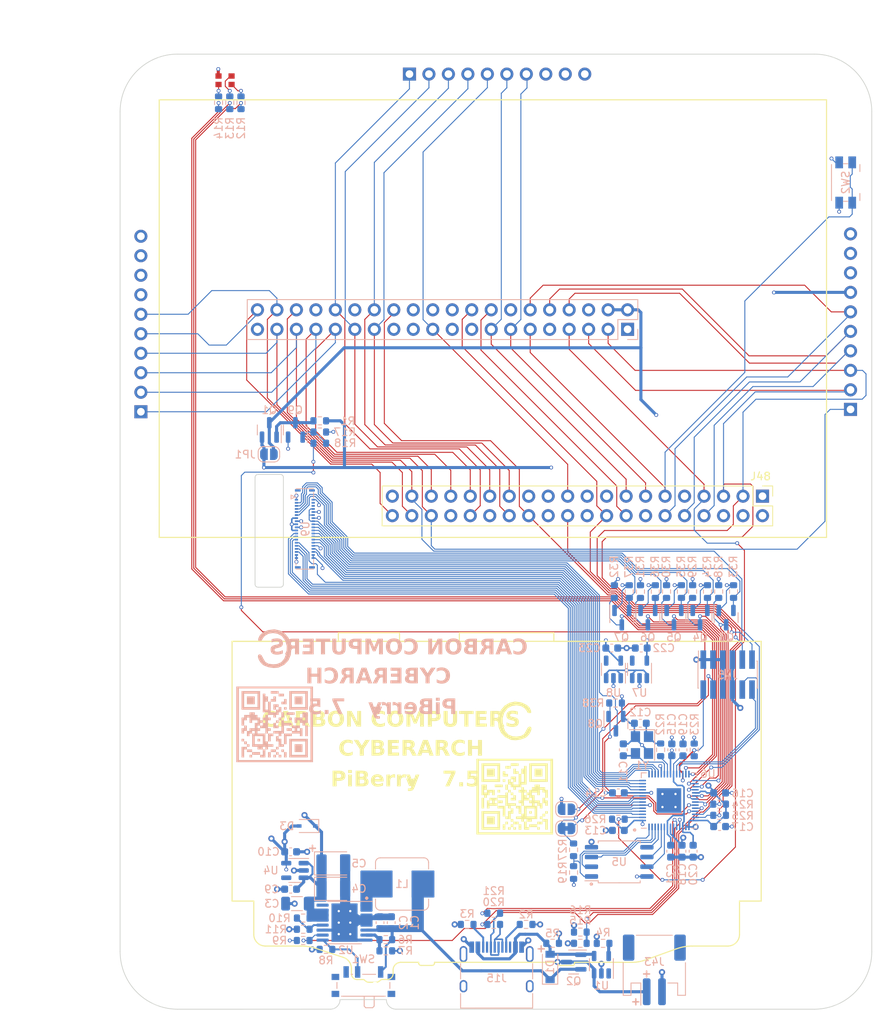
<source format=kicad_pcb>
(kicad_pcb (version 20221018) (generator pcbnew)
  (layers (0 "F.Cu" signal) (1 "In1.Cu" power) (2 "In2.Cu" power) (31 "B.Cu" signal) (34 "B.Paste" user) (35 "F.Paste" user) (36 "B.SilkS" user "B.Silkscreen") (37 "F.SilkS" user "F.Silkscreen") (38 "B.Mask" user) (39 "F.Mask" user) (44 "Edge.Cuts" user))
  (net 0 "")
  (net 1 "GND")
  (net 2 "+3V3")
  (net 3 "/Pi_SDA")
  (net 4 "/Pi_SCL")
  (net 5 "/Pi_GPIO0")
  (net 6 "/Pi_GPIO1")
  (net 7 "/Pi_GPIO20")
  (net 8 "/Pi_GPIO19")
  (net 9 "/Pi_GPIO21")
  (net 10 "+5V")
  (net 11 "/Pi_GPIO14")
  (net 12 "/Pi_GPIO15")
  (net 13 "/Pi_INT")
  (net 14 "Net-(D1-K)")
  (net 15 "Net-(U6-XIN)")
  (net 16 "Net-(U6-VREG_VOUT)")
  (net 17 "Net-(D2-RK)")
  (net 18 "Net-(D2-BK)")
  (net 19 "Net-(D2-GK)")
  (net 20 "Net-(J15-CC1)")
  (net 22 "Net-(J15-CC2)")
  (net 24 "/RP2040/COL7")
  (net 25 "Net-(JP3-B)")
  (net 26 "Net-(Q1-G)")
  (net 27 "/RP2040/Keyboard/TP_SHUTDOWN_1V8")
  (net 28 "SWCLK")
  (net 29 "SWDIO")
  (net 30 "~{RESET}")
  (net 31 "/RP2040/TP_SHUTDOWN")
  (net 32 "/RP2040/Keyboard/TP_SCL_1V8")
  (net 33 "/RP2040/TP_SCL")
  (net 34 "/RP2040/Keyboard/TP_MOTION_1V8")
  (net 35 "/RP2040/TP_MOTION")
  (net 36 "/RP2040/Keyboard/TP_SDA_1V8")
  (net 37 "/RP2040/TP_SDA")
  (net 38 "/RP2040/Keyboard/TP_RESET_1V8")
  (net 39 "/RP2040/TP_RESET")
  (net 40 "/RP2040/KB_BL")
  (net 41 "Net-(Q8-D)")
  (net 42 "Net-(Q9-B)")
  (net 43 "Net-(U1-PROG)")
  (net 44 "Net-(U2-LBI)")
  (net 45 "Net-(SW1-B)")
  (net 46 "Net-(U2-FB)")
  (net 47 "/RP2040/LED_R")
  (net 48 "/RP2040/LED_G")
  (net 49 "/RP2040/LED_B")
  (net 50 "/DISP_SCLK")
  (net 51 "/DISP_SI")
  (net 52 "/DISP_CS")
  (net 53 "/DISP_EXTIN")
  (net 54 "/RP2040/BATT_ADC")
  (net 55 "/RP2040/~{QSPI_CS}")
  (net 56 "/RP2040/D-")
  (net 57 "/RP2040/D+")
  (net 58 "Net-(U6-XOUT)")
  (net 62 "+2V8")
  (net 63 "+1V8")
  (net 64 "/Pi_GPIO09")
  (net 65 "/RP2040/QSPI_SD1")
  (net 66 "/RP2040/QSPI_SD2")
  (net 67 "/RP2040/QSPI_SD0")
  (net 68 "VBUS")
  (net 69 "USB_D-")
  (net 70 "USB_D+")
  (net 71 "Net-(C12-Pad1)")
  (net 72 "BOOTSEL")
  (net 73 "/RP2040/QSPI_SCLK")
  (net 74 "/RP2040/QSPI_SD3")
  (net 75 "/Pi_PWR")
  (net 76 "/RP2040/COL1")
  (net 77 "/RP2040/COL2")
  (net 78 "/RP2040/COL3")
  (net 79 "/LBO")
  (net 80 "/RP2040/COL6")
  (net 81 "+BATT")
  (net 82 "/RP2040/COL5")
  (net 83 "/RP2040/COL4")
  (net 84 "/RP2040/ROW7")
  (net 85 "/RP2040/ROW6")
  (net 86 "/RP2040/ROW5")
  (net 87 "Net-(L1-Pad2)")
  (net 88 "/RP2040/ROW4")
  (net 89 "/RP2040/ROW3")
  (net 90 "/RP2040/ROW2")
  (net 91 "/RP2040/ROW1")
  (net 92 "/Pi_GPIO18")
  (net 93 "/RP2040/MIC")
  (net 94 "/Button")
  (net 97 "/PI_HEADER_SWDIO")
  (net 98 "/PI_HEADER_SWCLK")
  (net 99 "/Pi_GPIO6")
  (net 100 "/Pi_GPIO12")
  (net 101 "/Pi_GPIO13")
  (net 102 "/Pi_GPIO26")
  (net 103 "/Pi_GPIO5")
  (net 104 "/Pi_GPIO22")
  (net 105 "/Pi_GPIO27")
  (net 108 "/Pi_GPIO16")
  (net 109 "Net-(JP1-B)")
  (footprint "Connector_PinHeader_2.54mm:PinHeader_2x20_P2.54mm_Vertical" (layer "F.Cu") (at 125.75216 77.578894 -90)
    (fp_text reference "J48")
    (fp_text value "RPi_GPIO")
  )
  (footprint "MountingHole:MountingHole_2.5mm" (layer "F.Cu") (at 112.944005 54.542935)
    (fp_text reference "H5" hide)
    (fp_text value "MountingHole")
  )
  (footprint "MountingHole:MountingHole_2.5mm" (layer "F.Cu") (at 130.563843 78.88392)
    (fp_text reference "H7" hide)
    (fp_text value "MountingHole")
  )
  (footprint "MountingHole:MountingHole_2.2mm_M2" (layer "F.Cu") (at 45.658943 79.687059)
    (fp_text reference "H9" hide)
    (fp_text value "MountingHole")
  )
  (footprint "MountingHole:MountingHole_2.7mm_M2.5" (layer "F.Cu") (at 62.1 140.5)
    (fp_text reference "H1" hide)
    (fp_text value "MountingHole")
  )
  (footprint "MountingHole:MountingHole_2.5mm" (layer "F.Cu") (at 54.856945 77.573406)
    (fp_text reference "H12" hide)
    (fp_text value "MountingHole")
  )
  (footprint "MountingHole:MountingHole_2.5mm" (layer "F.Cu") (at 72.468339 78.888011)
    (fp_text reference "H10" hide)
    (fp_text value "MountingHole")
  )
  (footprint "beepy:FM-B2020RGBA-HG" (layer "F.Cu") (at 55.68 23.405)
    (fp_text reference "D2" hide)
    (fp_text value "Notification LED")
  )
  (footprint "MountingHole:MountingHole_2.2mm_M2" (layer "F.Cu") (at 136.857421 29.686584)
    (fp_text reference "H3" hide)
    (fp_text value "MountingHole")
  )
  (footprint "Footprint Library:qr" (layer "F.Cu") (at 93.442223 116.712134)
    (fp_text reference "G***" hide)
    (fp_text value "LOGO" hide)
  )
  (footprint "Footprint Library:logo" (layer "F.Cu") (at 93.644887 106.712134)
    (fp_text reference "G***" hide)
    (fp_text value "LOGO" hide)
  )
  (footprint "MountingHole:MountingHole_2.5mm" (layer "F.Cu") (at 130.569647 55.988392)
    (fp_text reference "H4" hide)
    (fp_text value "MountingHole")
  )
  (footprint "MountingHole:MountingHole_2.2mm_M2" (layer "F.Cu") (at 136.852711 79.692007)
    (fp_text reference "H11" hide)
    (fp_text value "MountingHole")
  )
  (footprint "MountingHole:MountingHole_2.2mm_M2" (layer "F.Cu") (at 45.548477 29.68882)
    (fp_text reference "H6" hide)
    (fp_text value "MountingHole")
  )
  (footprint "MountingHole:MountingHole_2.7mm_M2.5" (layer "F.Cu") (at 120.1 140.5)
    (fp_text reference "H2" hide)
    (fp_text value "MountingHole")
  )
  (footprint "MountingHole:MountingHole_2.5mm" (layer "F.Cu") (at 54.842435 54.587916)
    (fp_text reference "H8" hide)
    (fp_text value "MountingHole")
  )
  (footprint "Resistor_SMD:R_0603_1608Metric" (layer "B.Cu") (at 68.03 67.765 180)
    (fp_text reference "R1")
    (fp_text value "10K")
  )
  (footprint "Package_SO:SSOP-8_5.25x5.24mm_P1.27mm" (layer "B.Cu") (at 107.07 125.21)
    (fp_text reference "U5")
    (fp_text value "GD25Q16xS")
  )
  (footprint "Resistor_SMD:R_0603_1608Metric" (layer "B.Cu") (at 112.47 110.615 90)
    (fp_text reference "R22")
    (fp_text value "1K")
  )
  (footprint "Footprint Library:logo" (layer "B.Cu") (at 61.95 97.3 180)
    (fp_text reference "G***" hide)
    (fp_text value "LOGO" hide)
  )
  (footprint "Package_SO:HTSSOP-16-1EP_4.4x5mm_P0.65mm_EP3.4x5mm_Mask2.46x2.31mm_ThermalVias" (layer "B.Cu") (at 71.2575 133.125 180)
    (fp_text reference "U2")
    (fp_text value "TPS61090")
  )
  (footprint "Package_TO_SOT_SMD:SOT-23" (layer "B.Cu") (at 106.64 107.21 -90)
    (fp_text reference "Q8")
    (fp_text value "BSS138")
  )
  (footprint "Package_TO_SOT_SMD:SOT-23-5" (layer "B.Cu") (at 109.72 100.14 90)
    (fp_text reference "U7")
    (fp_text value "ME6212C18M5G")
  )
  (footprint "Button_Switch_SMD:Panasonic_EVQPUL_EVQPUC" (layer "B.Cu") (at 136.6 36.725 90)
    (fp_text reference "SW2")
    (fp_text value "Button")
  )
  (footprint "Resistor_SMD:R_0603_1608Metric" (layer "B.Cu") (at 109.84 90.005 90)
    (fp_text reference "R31")
    (fp_text value "10K")
  )
  (footprint "Package_TO_SOT_SMD:SOT-23" (layer "B.Cu") (at 117.61 93.4 -90)
    (fp_text reference "Q4")
    (fp_text value "BSS138")
  )
  (footprint "Package_TO_SOT_SMD:SOT-23-5" (layer "B.Cu") (at 106.32 100.14 90)
    (fp_text reference "U8")
    (fp_text value "ME6212C28M5G")
  )
  (footprint "Capacitor_SMD:C_0603_1608Metric" (layer "B.Cu") (at 113.79 123.82 -90)
    (fp_text reference "C21")
    (fp_text value "1uF")
  )
  (footprint "Capacitor_SMD:C_1206_3216Metric" (layer "B.Cu") (at 65.05 130.65 180)
    (fp_text reference "C3")
    (fp_text value "22uF")
  )
  (footprint "Capacitor_SMD:C_0603_1608Metric" (layer "B.Cu") (at 120.16 120.61)
    (fp_text reference "C17")
    (fp_text value "0.1uF")
  )
  (footprint "Package_TO_SOT_SMD:SOT-23" (layer "B.Cu") (at 110.81 93.405 -90)
    (fp_text reference "Q6")
    (fp_text value "BSS138")
  )
  (footprint "Capacitor_SMD:C_0603_1608Metric" (layer "B.Cu") (at 109.94 97.36 180)
    (fp_text reference "C22")
    (fp_text value "0.1uF")
  )
  (footprint "Resistor_SMD:R_0603_1608Metric" (layer "B.Cu") (at 76.64 135.34 180)
    (fp_text reference "R6")
    (fp_text value "2M")
  )
  (footprint "Inductor_SMD:L_Bourns_SRP7028A_7.3x6.6mm" (layer "B.Cu") (at 78.7575 128.095 180)
    (fp_text reference "L1")
    (fp_text value "6.8uH/4A")
  )
  (footprint "Footprint Library:qr" (layer "B.Cu") (at 62.152664 107.3 180)
    (fp_text reference "G***" hide)
    (fp_text value "LOGO" hide)
  )
  (footprint "Resistor_SMD:R_0603_1608Metric" (layer "B.Cu") (at 65.875 133.99 180)
    (fp_text reference "R11")
    (fp_text value "220K")
  )
  (footprint "Resistor_SMD:R_0603_1608Metric" (layer "B.Cu") (at 90.71 133.36)
    (fp_text reference "R20")
    (fp_text value "27R")
  )
  (footprint "Capacitor_SMD:C_0603_1608Metric" (layer "B.Cu") (at 75.8875 133.125 90)
    (fp_text reference "C2")
    (fp_text value "100nF")
  )
  (footprint "Resistor_SMD:R_0603_1608Metric" (layer "B.Cu") (at 111.78 90.005 90)
    (fp_text reference "R36")
    (fp_text value "10K")
  )
  (footprint "Capacitor_SMD:C_0603_1608Metric" (layer "B.Cu") (at 106.96 116.22 180)
    (fp_text reference "C14")
    (fp_text value "0.1uF")
  )
  (footprint "Jumper:SolderJumper-2_P1.3mm_Open_RoundedPad1.0x1.5mm" (layer "B.Cu") (at 61.4 72.1225)
    (fp_text reference "JP1")
    (fp_text value "PI PWR")
  )
  (footprint "Resistor_SMD:R_0603_1608Metric" (layer "B.Cu") (at 120.04 90 90)
    (fp_text reference "R28")
    (fp_text value "10K")
  )
  (footprint "Capacitor_SMD:C_0603_1608Metric" (layer "B.Cu") (at 64.23 123.9 180)
    (fp_text reference "C10")
    (fp_text value "10uF")
  )
  (footprint "Resistor_SMD:R_0603_1608Metric" (layer "B.Cu") (at 76.64 136.8)
    (fp_text reference "R7")
    (fp_text value "360K")
  )
  (footprint "Resistor_SMD:R_0603_1608Metric" (layer "B.Cu") (at 113.24 90 90)
    (fp_text reference "R30")
    (fp_text value "10K")
  )
  (footprint "beepy:QFN-56-1EP_7x7mm_P0.4mm_EP5.6x5.6mm" (layer "B.Cu") (at 113.56 117.22)
    (fp_text reference "U6")
    (fp_text value "RP2040")
  )
  (footprint "Resistor_SMD:R_0603_1608Metric" (layer "B.Cu") (at 101.12 123.64 -90)
    (fp_text reference "R27")
    (fp_text value "1K")
  )
  (footprint "Capacitor_SMD:C_0603_1608Metric" (layer "B.Cu") (at 77.3475 133.125 90)
    (fp_text reference "C1")
    (fp_text value "10uF")
  )
  (footprint "Resistor_SMD:R_0603_1608Metric" (layer "B.Cu") (at 106.44 90.005 90)
    (fp_text reference "R32")
    (fp_text value "10K")
  )
  (footprint "Resistor_SMD:R_0603_1608Metric" (layer "B.Cu") (at 98.388911 135.816)
    (fp_text reference "R5")
    (fp_text value "100K")
  )
  (footprint "Capacitor_SMD:C_0603_1608Metric" (layer "B.Cu") (at 113.93 110.615 90)
    (fp_text reference "C15")
    (fp_text value "0.1uF")
  )
  (footprint "Resistor_SMD:R_0603_1608Metric" (layer "B.Cu") (at 120.16 119.15 180)
    (fp_text reference "R25")
    (fp_text value "4.7K")
  )
  (footprint "Capacitor_SMD:C_0603_1608Metric" (layer "B.Cu") (at 109.825 107.16 180)
    (fp_text reference "C12")
    (fp_text value "12pF")
  )
  (footprint "Resistor_SMD:R_0603_1608Metric" (layer "B.Cu") (at 57.76 26.34 90)
    (fp_text reference "R12")
    (fp_text value "220")
  )
  (footprint "Resistor_SMD:R_0603_1608Metric" (layer "B.Cu") (at 104.968911 135.826)
    (fp_text reference "R4")
    (fp_text value "10K")
  )
  (footprint "Package_TO_SOT_SMD:SOT-23-5" (layer "B.Cu") (at 104.748911 138.606 90)
    (fp_text reference "U1")
    (fp_text value "TP4054")
  )
  (footprint "Connector_PinHeader_2.54mm:PinHeader_1x10_P2.54mm_Vertical" (layer "B.Cu") (at 44.707537 66.583919)
    (fp_text reference "J44" hide)
    (fp_text value "Header 1")
  )
  (footprint "Resistor_SMD:R_0603_1608Metric" (layer "B.Cu") (at 68.03 70.685)
    (fp_text reference "R18")
    (fp_text value "330")
  )
  (footprint "Diode_SMD:D_SOD-323" (layer "B.Cu") (at 66.4 120.54 180)
    (fp_text reference "D3")
    (fp_text value "D_Schottky_Small")
  )
  (footprint "Capacitor_SMD:C_0603_1608Metric" (layer "B.Cu") (at 115.39 110.62 90)
    (fp_text reference "C19")
    (fp_text value "0.1uF")
  )
  (footprint "Package_TO_SOT_SMD:SOT-23-5" (layer "B.Cu") (at 64.7975 126.33 180)
    (fp_text reference "U4")
    (fp_text value "AP2112K-3.3")
  )
  (footprint "Resistor_SMD:R_0603_1608Metric" (layer "B.Cu") (at 116.85 110.625 -90)
    (fp_text reference "R23")
    (fp_text value "10K")
  )
  (footprint "Resistor_SMD:R_0603_1608Metric" (layer "B.Cu") (at 101.12 126.6 -90)
    (fp_text reference "R19")
    (fp_text value "10K")
  )
  (footprint "Resistor_SMD:R_0603_1608Metric" (layer "B.Cu") (at 90.71 131.9)
    (fp_text reference "R21")
    (fp_text value "27R")
  )
  (footprint "Capacitor_Tantalum_SMD:CP_EIA-3528-15_AVX-H" (layer "B.Cu") (at 69.8 125.4125)
    (fp_text reference "C5")
    (fp_text value "100uF")
  )
  (footprint "Capacitor_SMD:C_0603_1608Metric" (layer "B.Cu") (at 64.23 128.77 180)
    (fp_text reference "C9")
    (fp_text value "10uF")
  )
  (footprint "Resistor_SMD:R_0603_1608Metric" (layer "B.Cu") (at 121.98 90 90)
    (fp_text reference "R33")
    (fp_text value "10K")
  )
  (footprint "Resistor_SMD:R_0603_1608Metric" (layer "B.Cu") (at 116.64 90 90)
    (fp_text reference "R29")
    (fp_text value "10K")
  )
  (footprint "Package_TO_SOT_SMD:SOT-23" (layer "B.Cu") (at 121.01 93.4 -90)
    (fp_text reference "Q3")
    (fp_text value "BSS138")
  )
  (footprint "Package_TO_SOT_SMD:SOT-23" (layer "B.Cu") (at 114.21 93.4 -90)
    (fp_text reference "Q5")
    (fp_text value "BSS138")
  )
  (footprint "Connector_JST:JST_PH_S2B-PH-SM4-TB_1x02-1MP_P2.00mm_Horizontal" (layer "B.Cu") (at 111.65 139.28)
    (fp_text reference "J43")
    (fp_text value "Battery")
  )
  (footprint "Resistor_SMD:R_0603_1608Metric" (layer "B.Cu") (at 94.93 133.36 180)
    (fp_text reference "R2")
    (fp_text value "5.1K")
  )
  (footprint "beepy:BM20B(0.8)-40DS-0.4V" (layer "B.Cu") (at 66.08875 81.84 -90)
    (fp_text reference "U9")
    (fp_text value "BBQ20KBD")
  )
  (footprint "Jumper:SolderJumper-2_P1.3mm_Bridged_RoundedPad1.0x1.5mm" (layer "B.Cu") (at 100.2 120.86 180)
    (fp_text reference "JP2" hide)
    (fp_text value "BOOTSEL_JUMPER")
  )
  (footprint "Connector_USB:USB_C_Receptacle_HRO_TYPE-C-31-M-12" (layer "B.Cu") (at 91.09 140.36 180)
    (fp_text reference "J15")
    (fp_text value "USB_C_Receptacle_USB2.0")
  )
  (footprint "Package_TO_SOT_SMD:SOT-23" (layer "B.Cu") (at 64.85 68.95 90)
    (fp_text reference "Q9")
    (fp_text value "S8050")
  )
  (footprint "Resistor_SMD:R_0603_1608Metric" (layer "B.Cu") (at 68.03 69.225 180)
    (fp_text reference "R17")
    (fp_text value "10K")
  )
  (footprint "Capacitor_SMD:C_0603_1608Metric" (layer "B.Cu") (at 115.25 123.82 -90)
    (fp_text reference "C18")
    (fp_text value "1uF")
  )
  (footprint "Package_TO_SOT_SMD:SOT-23" (layer "B.Cu") (at 61.45 68.95 90)
    (fp_text reference "Q1")
    (fp_text value "SI2301")
  )
  (footprint "Resistor_SMD:R_0603_1608Metric" (layer "B.Cu") (at 68.84 136.61)
    (fp_text reference "R8")
    (fp_text value "100K")
  )
  (footprint "Connector_PinHeader_2.54mm:PinHeader_2x20_P2.54mm_Vertical" (layer "B.Cu") (at 108.164984 55.845194 90)
    (fp_text reference "J1" hide)
    (fp_text value "RPi_GPIO")
  )
  (footprint "Resistor_SMD:R_0603_1608Metric" (layer "B.Cu") (at 102 135.82)
    (fp_text reference "R15")
    (fp_text value "100K")
  )
  (footprint "Resistor_SMD:R_0603_1608Metric" (layer "B.Cu") (at 120.16 117.69)
    (fp_text reference "R24")
    (fp_text value "4.7K")
  )
  (footprint "Package_TO_SOT_SMD:SOT-23" (layer "B.Cu") (at 101.128911 138.256 180)
    (fp_text reference "Q2")
    (fp_text value "SI2301")
  )
  (footprint "Capacitor_SMD:C_0603_1608Metric" (layer "B.Cu") (at 107.61 110.615 90)
    (fp_text reference "C11")
    (fp_text value "12pF")
  )
  (footprint "Diode_SMD:D_SOD-123" (layer "B.Cu") (at 98.058911 138.896 90)
    (fp_text reference "D1")
    (fp_text value "B5819W")
  )
  (footprint "Capacitor_Tantalum_SMD:CP_EIA-3528-15_AVX-H" (layer "B.Cu") (at 69.8025 128.7225)
    (fp_text reference "C4")
    (fp_text value "100uF")
  )
  (footprint "Jumper:SolderJumper-2_P1.3mm_Open_RoundedPad1.0x1.5mm" (layer "B.Cu") (at 100.2 118.36)
    (fp_text reference "JP3" hide)
    (fp_text value "SJ_MIC_VDD")
  )
  (footprint "Resistor_SMD:R_0603_1608Metric" (layer "B.Cu") (at 65.87 135.45 180)
    (fp_text reference "R9")
    (fp_text value "1M")
  )
  (footprint "Resistor_SMD:R_0603_1608Metric" (layer "B.Cu") (at 106.96 119.65)
    (fp_text reference "R26")
    (fp_text value "10K")
  )
  (footprint "Connector_PinHeader_2.54mm:PinHeader_1x10_P2.54mm_Vertical" (layer "B.Cu") (at 137.231557 66.273399)
    (fp_text reference "J47" hide)
    (fp_text value "Header 3")
  )
  (footprint "Resistor_SMD:R_0603_1608Metric" (layer "B.Cu") (at 108.38 90.005 90)
    (fp_text reference "R37")
    (fp_text value "10K")
  )
  (footprint "Resistor_SMD:R_0603_1608Metric" (layer "B.Cu") (at 56.3 26.34 90)
    (fp_text reference "R13")
    (fp_text value "100")
  )
  (footprint "Resistor_SMD:R_0603_1608Metric" (layer "B.Cu") (at 106.595 104.52)
    (fp_text reference "R38")
    (fp_text value "10K")
  )
  (footprint "Resistor_SMD:R_0603_1608Metric" (layer "B.Cu") (at 118.58 90 90)
    (fp_text reference "R34")
    (fp_text value "10K")
  )
  (footprint "Capacitor_SMD:C_0603_1608Metric" (layer "B.Cu") (at 120.16 116.23)
    (fp_text reference "C16")
    (fp_text value "0.1uF")
  )
  (footprint "Resistor_SMD:R_0603_1608Metric" (layer "B.Cu") (at 54.84 26.34 90)
    (fp_text reference "R14")
    (fp_text value "100")
  )
  (footprint "Connector_PinHeader_2.54mm:PinHeader_1x10_P2.54mm_Vertical" (layer "B.Cu") (at 79.723117 22.601205 -90)
    (fp_text reference "J46" hide)
    (fp_text value "Header 2")
  )
  (footprint "Resistor_SMD:R_0603_1608Metric" (layer "B.Cu") (at 115.18 90 90)
    (fp_text reference "R35")
    (fp_text value "10K")
  )
  (footprint "Capacitor_SMD:C_0603_1608Metric" (layer "B.Cu") (at 106.96 121.11 180)
    (fp_text reference "C13")
    (fp_text value "0.1uF")
  )
  (footprint "Button_Switch_SMD:SW_SPDT_PCM12" (layer "B.Cu") (at 73.72 140.98 180)
    (fp_text reference "SW1")
    (fp_text value "ON/OFF")
  )
  (footprint "Resistor_SMD:R_0603_1608Metric" (layer "B.Cu") (at 102 134.36 180)
    (fp_text reference "R16")
    (fp_text value "100K")
  )
  (footprint "Resistor_SMD:R_0603_1608Metric" (layer "B.Cu") (at 87.25 133.36)
    (fp_text reference "R3")
    (fp_text value "5.1K")
  )
  (footprint "Resistor_SMD:R_0603_1608Metric" (layer "B.Cu") (at 65.875 132.53 180)
    (fp_text reference "R10")
    (fp_text value "2M")
  )
  (footprint "Connector_PinHeader_1.27mm:PinHeader_2x06_P1.27mm_Vertical_SMD" (layer "B.Cu") (at 121.21 100.82 -90)
    (fp_text reference "J45")
    (fp_text value "PRG_HEADER")
  )
  (footprint "Capacitor_SMD:C_0603_1608Metric" (layer "B.Cu") (at 116.71 123.82 -90)
    (fp_text reference "C20")
    (fp_text value "0.1uF")
  )
  (footprint "Package_TO_SOT_SMD:SOT-23" (layer "B.Cu") (at 107.41 93.405 -90)
    (fp_text reference "Q7")
    (fp_text value "BSS138")
  )
  (footprint "Capacitor_SMD:C_0603_1608Metric" (layer "B.Cu") (at 106.1 97.36)
    (fp_text reference "C23")
    (fp_text value "0.1uF")
  )
  (footprint "Crystal:Crystal_SMD_3225-4Pin_3.2x2.5mm" (layer "B.Cu") (at 110.04 109.995 -90)
    (fp_text reference "Y1")
    (fp_text value "XYDBPCNANF-12MHZ")
  )
  (gr_line (start 56.598501 96.482001) (end 125.5815 96.482001) (stroke (width 0.15)) (layer "F.SilkS"))
  (gr_line (start 107.034717 138.296) (end 108.75345 138.296) (stroke (width 0.15)) (layer "F.SilkS"))
  (gr_line (start 98.553678 96.482001) (end 98.553678 95.371001) (stroke (width 0.15)) (layer "F.SilkS"))
  (gr_line (start 99.293536 138.7) (end 100.202984 138.7) (stroke (width 0.15)) (layer "F.SilkS"))
  (gr_line (start 67.504167 136.476132) (end 71.111883 137.65798) (stroke (width 0.15)) (layer "F.SilkS"))
  (gr_arc (start 75.747719 140.777843) (mid 75.576284 140.867228) (end 75.385422 140.898068) (stroke (width 0.15)) (layer "F.SilkS"))
  (gr_line (start 80.929179 138.296) (end 80.929179 138.397) (stroke (width 0.15)) (layer "F.SilkS"))
  (gr_line (start 86.231679 95.371001) (end 86.231679 96.482001) (stroke (width 0.15)) (layer "F.SilkS"))
  (gr_line (start 98.553678 95.371001) (end 86.231679 95.371001) (stroke (width 0.15)) (layer "F.SilkS"))
  (gr_arc (start 74.426038 140.898068) (mid 74.22262 140.862906) (end 74.042807 140.761503) (stroke (width 0.15)) (layer "F.SilkS"))
  (gr_line (start 99.091536 138.296) (end 99.091536 138.498) (stroke (width 0.15)) (layer "F.SilkS"))
  (gr_line (start 116.596318 136.175) (end 121.2385 136.175) (stroke (width 0.15)) (layer "F.SilkS"))
  (gr_arc (start 77.590113 139.306) (mid 77.885934 138.591814) (end 78.600113 138.296) (stroke (width 0.15)) (layer "F.SilkS"))
  (gr_line (start 78.430946 95.371001) (end 70.451946 95.371001) (stroke (width 0.15)) (layer "F.SilkS"))
  (gr_arc (start 122.7535 134.66) (mid 122.309765 135.731254) (end 121.2385 136.175) (stroke (width 0.15)) (layer "F.SilkS"))
  (gr_arc (start 81.232179 138.7) (mid 81.017898 138.611269) (end 80.929179 138.397) (stroke (width 0.15)) (layer "F.SilkS"))
  (gr_line (start 70.451946 95.371001) (end 70.451946 96.482001) (stroke (width 0.15)) (layer "F.SilkS"))
  (gr_line (start 56.598501 96.482001) (end 56.598501 130.317) (stroke (width 0.15)) (layer "F.SilkS"))
  (gr_line (start 78.600113 138.296) (end 80.929179 138.296) (stroke (width 0.15)) (layer "F.SilkS"))
  (gr_line (start 77.590113 139.771643) (end 77.590113 139.306) (stroke (width 0.15)) (layer "F.SilkS"))
  (gr_arc (start 110.459418 137.999122) (mid 109.619254 138.221229) (end 108.75345 138.296) (stroke (width 0.15)) (layer "F.SilkS"))
  (gr_line (start 101.230178 138.498) (end 101.230178 138.296) (stroke (width 0.15)) (layer "F.SilkS"))
  (gr_line (start 73.771305 140.539858) (end 74.042807 140.761503) (stroke (width 0.15)) (layer "F.SilkS"))
  (gr_line (start 101.230178 138.296) (end 107.034717 138.296) (stroke (width 0.15)) (layer "F.SilkS"))
  (gr_line (start 110.459419 137.999123) (end 114.549157 136.531254) (stroke (width 0.15)) (layer "F.SilkS"))
  (gr_line (start 82.985633 138.397) (end 82.985633 138.296) (stroke (width 0.15)) (layer "F.SilkS"))
  (gr_line (start 72.155247 139.097697) (end 72.155247 139.782358) (stroke (width 0.15)) (layer "F.SilkS"))
  (gr_arc (start 65.617626 136.175) (mid 66.572838 136.250755) (end 67.504167 136.476132) (stroke (width 0.15)) (layer "F.SilkS"))
  (gr_arc (start 77.590113 139.771643) (mid 77.36823 140.30724) (end 76.832613 140.529143) (stroke (width 0.15)) (layer "F.SilkS"))
  (gr_line (start 47.1 25.95) (end 47.1 82.95) (stroke (width 0.15)) (layer "F.SilkS"))
  (gr_line (start 56.598501 130.317) (end 59.426501 130.317) (stroke (width 0.15)) (layer "F.SilkS"))
  (gr_line (start 125.5815 96.482001) (end 98.553678 96.482001) (stroke (width 0.15)) (layer "F.SilkS"))
  (gr_arc (start 101.230178 138.498) (mid 101.171016 138.64085) (end 101.028178 138.7) (stroke (width 0.15)) (layer "F.SilkS"))
  (gr_line (start 134.1 82.95) (end 134.1 25.95) (stroke (width 0.15)) (layer "F.SilkS"))
  (gr_line (start 122.7535 130.317) (end 125.5815 130.317) (stroke (width 0.15)) (layer "F.SilkS"))
  (gr_arc (start 71.111882 137.65798) (mid 71.866977 138.208683) (end 72.155247 139.097697) (stroke (width 0.15)) (layer "F.SilkS"))
  (gr_line (start 122.7535 134.66) (end 122.7535 130.317) (stroke (width 0.15)) (layer "F.SilkS"))
  (gr_arc (start 114.549156 136.531253) (mid 115.557353 136.264724) (end 116.596318 136.175) (stroke (width 0.15)) (layer "F.SilkS"))
  (gr_line (start 59.426501 130.317) (end 59.426501 134.66) (stroke (width 0.15)) (layer "F.SilkS"))
  (gr_line (start 60.941501 136.175) (end 65.617626 136.175) (stroke (width 0.15)) (layer "F.SilkS"))
  (gr_line (start 76.08118 140.529143) (end 76.832613 140.529143) (stroke (width 0.15)) (layer "F.SilkS"))
  (gr_arc (start 60.941501 136.175) (mid 59.870257 135.731254) (end 59.426501 134.66) (stroke (width 0.15)) (layer "F.SilkS"))
  (gr_line (start 74.426039 140.898068) (end 75.385422 140.898068) (stroke (width 0.15)) (layer "F.SilkS"))
  (gr_line (start 86.231679 96.482001) (end 78.430946 96.482001) (stroke (width 0.15)) (layer "F.SilkS"))
  (gr_arc (start 72.912747 140.539858) (mid 72.377121 140.317993) (end 72.155247 139.782358) (stroke (width 0.15)) (layer "F.SilkS"))
  (gr_line (start 78.430946 96.482001) (end 78.430946 95.371001) (stroke (width 0.15)) (layer "F.SilkS"))
  (gr_line (start 81.232179 138.7) (end 82.682633 138.7) (stroke (width 0.15)) (layer "F.SilkS"))
  (gr_line (start 47.1 25.95) (end 134.1 25.95) (stroke (width 0.15)) (layer "F.SilkS"))
  (gr_line (start 100.202984 138.7) (end 101.028178 138.7) (stroke (width 0.15)) (layer "F.SilkS"))
  (gr_line (start 70.451946 96.482001) (end 56.598501 96.482001) (stroke (width 0.15)) (layer "F.SilkS"))
  (gr_line (start 82.985633 138.296) (end 99.091536 138.296) (stroke (width 0.15)) (layer "F.SilkS"))
  (gr_arc (start 82.985633 138.397) (mid 82.896886 138.611252) (end 82.682633 138.7) (stroke (width 0.15)) (layer "F.SilkS"))
  (gr_arc (start 99.293536 138.7) (mid 99.1507 138.640836) (end 99.091536 138.498) (stroke (width 0.15)) (layer "F.SilkS"))
  (gr_line (start 125.5815 130.317) (end 125.5815 96.482001) (stroke (width 0.15)) (layer "F.SilkS"))
  (gr_line (start 75.747718 140.777842) (end 76.08118 140.529143) (stroke (width 0.15)) (layer "F.SilkS"))
  (gr_line (start 72.912747 140.539858) (end 73.771305 140.539858) (stroke (width 0.15)) (layer "F.SilkS"))
  (gr_line (start 47.1 82.95) (end 134.1 82.95) (stroke (width 0.15)) (layer "F.SilkS"))
  (gr_arc (start 62.89 74.74) (mid 63.172842 74.857158) (end 63.29 75.14) (stroke (width 0.1)) (layer "Edge.Cuts"))
  (gr_arc (start 59.99 89.44) (mid 59.707158 89.322843) (end 59.59 89.04) (stroke (width 0.1)) (layer "Edge.Cuts"))
  (gr_arc (start 70.676117 143.146117) (mid 70.31 144.03) (end 69.426117 144.396117) (stroke (width 0.1)) (layer "Edge.Cuts"))
  (gr_line (start 42 136.9) (end 42 27.5) (stroke (width 0.1)) (layer "Edge.Cuts"))
  (gr_line (start 69.426117 144.396117) (end 49.5 144.4) (stroke (width 0.1)) (layer "Edge.Cuts"))
  (gr_line (start 132.5 20) (end 49.5 20) (stroke (width 0.1)) (layer "Edge.Cuts"))
  (gr_line (start 77.963883 144.396117) (end 132.5 144.4) (stroke (width 0.1)) (layer "Edge.Cuts"))
  (gr_arc (start 63.290001 89.040001) (mid 63.172843 89.322843) (end 62.89 89.44) (stroke (width 0.1)) (layer "Edge.Cuts"))
  (gr_line (start 62.89 74.74) (end 60 74.74) (stroke (width 0.1)) (layer "Edge.Cuts"))
  (gr_line (start 63.29 75.14) (end 63.29 89.04) (stroke (width 0.1)) (layer "Edge.Cuts"))
  (gr_line (start 76.713883 143.146117) (end 70.676117 143.146117) (stroke (width 0.1)) (layer "Edge.Cuts"))
  (gr_line (start 62.89 89.44) (end 59.99 89.44) (stroke (width 0.1)) (layer "Edge.Cuts"))
  (gr_arc (start 42 27.5) (mid 44.196699 22.196699) (end 49.5 20) (stroke (width 0.1)) (layer "Edge.Cuts"))
  (gr_arc (start 140 136.9) (mid 137.803301 142.203301) (end 132.5 144.4) (stroke (width 0.1)) (layer "Edge.Cuts"))
  (gr_arc (start 132.5 20) (mid 137.803301 22.196699) (end 140 27.5) (stroke (width 0.1)) (layer "Edge.Cuts"))
  (gr_arc (start 59.59 75.14) (mid 59.712157 74.855087) (end 60 74.74) (stroke (width 0.1)) (layer "Edge.Cuts"))
  (gr_line (start 140 27.5) (end 140 136.9) (stroke (width 0.1)) (layer "Edge.Cuts"))
  (gr_arc (start 49.5 144.4) (mid 44.196699 142.203301) (end 42 136.9) (stroke (width 0.1)) (layer "Edge.Cuts"))
  (gr_arc (start 77.963883 144.396117) (mid 77.08 144.03) (end 76.713883 143.146117) (stroke (width 0.1)) (layer "Edge.Cuts"))
  (gr_line (start 59.59 75.14) (end 59.59 89.04) (stroke (width 0.1)) (layer "Edge.Cuts"))
  (gr_text "." (at 103.44 127.5) (layer "B.SilkS") (effects (font (size 1.5 1.5) (thickness 0.3))))
  (gr_text "+" (at 110.64 139.74) (layer "B.SilkS") (effects (font (size 1 1) (thickness 0.2))))
  (gr_text "CYBERARCH\n" (at 85.152664 102.3) (layer "B.SilkS") (effects (font (size 2 2) (thickness 0.2) bold italic) (justify left bottom mirror)))
  (gr_text "v" (at 76.174948 106.170742) (layer "B.SilkS") (effects (font (size 1.25 1.25) (thickness 0.2) bold italic) (justify left bottom mirror)))
  (gr_text "PiBerry   7.5" (at 85.95 106.3) (layer "B.SilkS") (effects (font (size 2 2) (thickness 0.2) bold italic) (justify left bottom mirror)))
  (gr_text "CARBON COMPUTERS\n" (at 95.152664 98.521133) (layer "B.SilkS") (effects (font (size 2 2) (thickness 0.2) bold italic) (justify left bottom mirror)))
  (gr_text "+" (at 96.9 136.47) (layer "B.SilkS") (effects (font (size 1 1) (thickness 0.2))))
  (gr_text "." (at 109.08 120.45) (layer "B.SilkS") (effects (font (size 1.5 1.5) (thickness 0.3))))
  (gr_text "." (at 74.15 129.33) (layer "B.SilkS") (effects (font (size 1.5 1.5) (thickness 0.3))))
  (gr_text "+" (at 109.23 143.37) (layer "B.SilkS") (effects (font (size 1 1) (thickness 0.2))))
  (gr_text "+" (at 67.08 123.37) (layer "B.SilkS") (effects (font (size 1 1) (thickness 0.2))))
  (gr_text "CYBERARCH\n" (at 70.442223 111.712134) (layer "F.SilkS") (effects (font (size 2 2) (thickness 0.2) bold italic) (justify left bottom)))
  (gr_text "v" (at 79.272541 115.542452) (layer "F.SilkS") (effects (font (size 1.25 1.25) (thickness 0.2) bold italic) (justify left bottom)))
  (gr_text "CARBON COMPUTERS\n" (at 60.442223 107.933267) (layer "F.SilkS") (effects (font (size 2 2) (thickness 0.2) bold italic) (justify left bottom)))
  (gr_text "PiBerry   7.5" (at 69.442223 115.712134) (layer "F.SilkS") (effects (font (size 2 2) (thickness 0.2) bold italic) (justify left bottom)))
  (via (at 115.39 109.01) (size 0.5) (drill 0.3) (layers "F.Cu" "B.Cu") (net 1))
  (via (at 78.47 136.8) (size 0.8) (drill 0.4) (layers "F.Cu" "B.Cu") (net 1))
  (via (at 112.71 118.07) (size 0.5) (drill 0.3) (layers "F.Cu" "B.Cu") (net 1))
  (via (at 121.76 120.61) (size 0.5) (drill 0.3) (layers "F.Cu" "B.Cu") (net 1))
  (via (at 66.38 123.9) (size 0.8) (drill 0.4) (layers "F.Cu" "B.Cu") (net 1))
  (via (at 64.67 126.34) (size 0.8) (drill 0.4) (layers "F.Cu" "B.Cu") (net 1))
  (via (at 68.39 86.95) (size 0.5) (drill 0.3) (layers "F.Cu" "B.Cu") (net 1))
  (via (at 105.33 116.22) (size 0.5) (drill 0.3) (layers "F.Cu" "B.Cu") (net 1))
  (via (at 110.04 110) (size 0.5) (drill 0.3) (layers "F.Cu" "B.Cu") (net 1))
  (via (at 68.14 84.38) (size 0.5) (drill 0.3) (layers "F.Cu" "B.Cu") (net 1))
  (via (at 96.76 133.36) (size 0.8) (drill 0.4) (layers "F.Cu" "B.Cu") (net 1))
  (via (at 64.99 77.52) (size 0.5) (drill 0.3) (layers "F.Cu" "B.Cu") (net 1))
  (via (at 99.22 134.54) (size 0.8) (drill 0.4) (layers "F.Cu" "B.Cu") (net 1))
  (via (at 114.41 118.07) (size 0.5) (drill 0.3) (layers "F.Cu" "B.Cu") (net 1))
  (via (at 105.33 121.11) (size 0.8) (drill 0.4) (layers "F.Cu" "B.Cu") (net 1))
  (via (at 104.14 134.95) (size 0.8) (drill 0.4) (layers "F.Cu" "B.Cu") (net 1))
  (via (at 95.22 135.44) (size 0.8) (drill 0.4) (layers "F.Cu" "B.Cu") (net 1))
  (via (at 62.47 128.77) (size 0.8) (drill 0.4) (layers "F.Cu" "B.Cu") (net 1))
  (via (at 101.18 133.48) (size 0.8) (drill 0.4) (layers "F.Cu" "B.Cu") (net 1))
  (via (at 107.42 103.65) (size 0.5) (drill 0.3) (layers "F.Cu" "B.Cu") (net 1))
  (via (at 112.43 112.73) (size 0.5) (drill 0.3) (layers "F.Cu" "B.Cu") (net 1))
  (via (at 117.72 124.6) (size 0.8) (drill 0.4) (layers "F.Cu" "B.Cu") (net 1))
  (via (at 114.41 116.37) (size 0.5) (drill 0.3) (layers "F.Cu" "B.Cu") (net 1))
  (via (at 86.8 135.28) (size 0.8) (drill 0.4) (layers "F.Cu" "B.Cu") (net 1))
  (via (at 64.75 130.65) (size 0.8) (drill 0.4) (layers "F.Cu" "B.Cu") (net 1))
  (via (at 69.8 69.2) (size 0.5) (drill 0.3) (layers "F.Cu" "B.Cu") (net 1))
  (via (at 134.75 33.6) (size 0.5) (drill 0.3) (layers "F.Cu" "B.Cu") (net 1))
  (via (at 64.99 86.13) (size 0.5) (drill 0.3) (layers "F.Cu" "B.Cu") (net 1))
  (via (at 109.72 102.32) (size 0.5) (drill 0.3) (layers "F.Cu" "B.Cu") (net 1))
  (via (at 64.38 81.24) (size 0.5) (drill 0.3) (layers "F.Cu" "B.Cu") (net 1))
  (via (at 103.46 122.6) (size 0.8) (drill 0.4) (layers "F.Cu" "B.Cu") (net 1))
  (via (at 121.76 116.23) (size 0.5) (drill 0.3) (layers "F.Cu" "B.Cu") (net 1))
  (via (at 64.05 133.99) (size 0.8) (drill 0.4) (layers "F.Cu" "B.Cu") (net 1))
  (via (at 63.9 71.4) (size 0.5) (drill 0.3) (layers "F.Cu" "B.Cu") (net 1))
  (via (at 104.75 138.5) (size 0.8) (drill 0.4) (layers "F.Cu" "B.Cu") (net 1))
  (via (at 135.75 40.525) (size 0.5) (drill 0.3) (layers "F.Cu" "B.Cu") (net 1))
  (via (at 67.01 136.61) (size 0.8) (drill 0.4) (layers "F.Cu" "B.Cu") (net 1))
  (via (at 85.62 133.36) (size 0.8) (drill 0.4) (layers "F.Cu" "B.Cu") (net 1))
  (via (at 112.65 139.58) (size 0.8) (drill 0.4) (layers "F.Cu" "B.Cu") (net 1))
  (via (at 117.13 98.87) (size 0.8) (drill 0.4) (layers "F.Cu" "B.Cu") (net 1))
  (via (at 67.92 78.74) (size 0.5) (drill 0.3) (layers "F.Cu" "B.Cu") (net 1))
  (via (at 112.71 116.37) (size 0.5) (drill 0.3) (layers "F.Cu" "B.Cu") (net 1))
  (via (at 113.93 109.01) (size 0.5) (drill 0.3) (layers "F.Cu" "B.Cu") (net 1))
  (via (at 108.03875 97.36125) (size 0.8) (drill 0.4) (layers "F.Cu" "B.Cu") (net 1))
  (via (at 106.32 102.32) (size 0.5) (drill 0.3) (layers "F.Cu" "B.Cu") (net 1))
  (segment (start 64.98875 86.12875) (end 64.99 86.13) (width 0.127) (layer "B.Cu") (net 1))
  (segment (start 68.395 134.1) (end 70.2825 134.1) (width 0.4) (layer "B.Cu") (net 1))
  (segment (start 120.935 116.23) (end 121.76 116.23) (width 0.2) (layer "B.Cu") (net 1))
  (segment (start 67.458199 85.64) (end 68.39 86.571801) (width 0.127) (layer "B.Cu") (net 1))
  (segment (start 118.035 98.87) (end 120.575 98.87) (width 0.4) (layer "B.Cu") (net 1))
  (segment (start 67.915245 78.745236) (end 67.915245 78.744755) (width 0.127) (layer "B.Cu") (net 1))
  (segment (start 108.4775 107.16) (end 107.59 106.2725) (width 0.2) (layer "B.Cu") (net 1))
  (segment (start 110.89 111.095) (end 110.89 110.85) (width 0.2) (layer "B.Cu") (net 1))
  (segment (start 86.425 133.36) (end 85.62 133.36) (width 0.25) (layer "B.Cu") (net 1))
  (segment (start 135.25 34.1) (end 134.75 33.6) (width 0.127) (layer "B.Cu") (net 1))
  (segment (start 120.935 120.61) (end 121.76 120.61) (width 0.2) (layer "B.Cu") (net 1))
  (segment (start 65.935 126.33) (end 64.68 126.33) (width 0.4) (layer "B.Cu") (net 1))
  (segment (start 116.71 124.595) (end 117.715 124.595) (width 0.4) (layer "B.Cu") (net 1))
  (segment (start 68.855 69.225) (end 69.775 69.225) (width 0.127) (layer "B.Cu") (net 1))
  (segment (start 107.42 104.52) (end 107.42 105.8825) (width 0.2) (layer "B.Cu") (net 1))
  (segment (start 67.77445 84.04) (end 68.091581 84.357131) (width 0.127) (layer "B.Cu") (net 1))
  (segment (start 64.98875 78.04) (end 64.98875 77.52125) (width 0.127) (layer "B.Cu") (net 1))
  (segment (start 99.213911 134.546089) (end 99.22 134.54) (width 0.25) (layer "B.Cu") (net 1))
  (segment (start 95.755 133.36) (end 96.76 133.36) (width 0.25) (layer "B.Cu") (net 1))
  (segment (start 109.05 108.755) (end 109.19 108.895) (width 0.2) (layer "B.Cu") (net 1))
  (segment (start 109.05 107.16) (end 109.05 108.755) (width 0.2) (layer "B.Cu") (net 1))
  (segment (start 72.0075 134.625) (end 72.7825 135.4) (width 0.4) (layer "B.Cu") (net 1))
  (segment (start 109.19 108.895) (end 109.19 109.15) (width 0.2) (layer "B.Cu") (net 1))
  (segment (start 64.38 81.24) (end 64.38 80.58) (width 0.2) (layer "B.Cu") (net 1))
  (segment (start 115.39 109.845) (end 115.39 109.01) (width 0.2) (layer "B.Cu") (net 1))
  (segment (start 87.835 136.315) (end 86.8 135.28) (width 0.4) (layer "B.Cu") (net 1))
  (segment (start 94.34 136.315) (end 94.345 136.315) (width 0.4) (layer "B.Cu") (net 1))
  (segment (start 67.17375 84.04) (end 67.77445 84.04) (width 0.127) (layer "B.Cu") (net 1))
  (segment (start 112.56 113.7825) (end 112.56 112.86) (width 0.2) (layer "B.Cu") (net 1))
  (segment (start 99.213911 135.816) (end 99.213911 134.546089) (width 0.25) (layer "B.Cu") (net 1))
  (segment (start 70.2825 134.1) (end 71.2575 133.125) (width 0.4) (layer "B.Cu") (net 1))
  (segment (start 64.98875 85.24) (end 64.98875 85.64) (width 0.127) (layer "B.Cu") (net 1))
  (segment (start 67.915245 78.744755) (end 67.92 78.74) (width 0.127) (layer "B.Cu") (net 1))
  (segment (start 117.715 124.595) (end 117.72 124.6) (width 0.4) (layer "B.Cu") (net 1))
  (segment (start 135.75 34.1) (end 135.25 34.1) (width 0.127) (layer "B.Cu") (net 1))
  (segment (start 68.015 136.61) (end 67.01 136.61) (width 0.25) (layer "B.Cu") (net 1))
  (segment (start 108.245 109.84) (end 109.19 108.895) (width 0.2) (layer "B.Cu") (net 1))
  (segment (start 107.61 109.84) (end 108.245 109.84) (width 0.2) (layer "B.Cu") (net 1))
  (segment (start 68.39 86.571801) (end 68.39 86.95) (width 0.127) (layer "B.Cu") (net 1))
  (segment (start 64.52 80.44) (end 64.98875 80.44) (width 0.2) (layer "B.Cu") (net 1))
  (segment (start 104.748911 138.501089) (end 104.75 138.5) (width 0.25) (layer "B.Cu") (net 1))
  (segment (start 77.465 136.8) (end 78.47 136.8) (width 0.25) (layer "B.Cu") (net 1))
  (segment (start 109.165 97.36125) (end 106.875 97.36125) (width 0.2) (layer "B.Cu") (net 1))
  (segment (start 63.575 130.65) (end 64.75 130.65) (width 0.4) (layer "B.Cu") (net 1))
  (segment (start 101.175 133.485) (end 101.18 133.48) (width 0.25) (layer "B.Cu") (net 1))
  (segment (start 64.68 126.33) (end 64.67 126.34) (width 0.4) (layer "B.Cu") (net 1))
  (segment (start 106.185 121.11) (end 105.33 121.11) (width 0.2) (layer "B.Cu") (net 1))
  (segment (start 103.4575 122.6025) (end 103.46 122.6) (width 0.2) (layer "B.Cu") (net 1))
  (segment (start 103.4575 123.305) (end 103.4575 122.6025) (width 0.2) (layer "B.Cu") (net 1))
  (segment (start 69.775 69.225) (end 69.8 69.2) (width 0.127) (layer "B.Cu") (net 1))
  (segment (start 106.32 101.2775) (end 106.32 102.32) (width 0.2) (layer "B.Cu") (net 1))
  (segment (start 109.19 109.15) (end 110.04 110) (width 0.2) (layer "B.Cu") (net 1))
  (segment (start 64.38 81.24) (end 64.38 81.94) (width 0.2) (layer "B.Cu") (net 1))
  (segment (start 72.7825 135.4) (end 74.12 135.4) (width 0.4) (layer "B.Cu") (net 1))
  (segment (start 64.98875 85.64) (end 64.98875 86.12875) (width 0.127) (layer "B.Cu") (net 1))
  (segment (start 63.455 128.77) (end 62.47 128.77) (width 0.4) (layer "B.Cu") (net 1))
  (segment (start 120.575 98.87) (end 120.575 102.77) (width 0.4) (layer "B.Cu") (net 1))
  (segment (start 87.84 136.315) (end 87.835 136.315) (width 0.4) (layer "B.Cu") (net 1))
  (segment (start 67.51075 78.04) (end 67.915245 78.444495) (width 0.127) (layer "B.Cu") (net 1))
  (segment (start 109.72 101.27875) (end 109.72 102.32) (width 0.2) (layer "B.Cu") (net 1))
  (segment (start 67.17375 85.64) (end 67.458199 85.64) (width 0.127) (layer "B.Cu") (net 1))
  (segment (start 64.98875 81.24) (end 64.38 81.24) (width 0.2) (layer "B.Cu") (net 1))
  (segment (start 109.05 107.16) (end 108.4775 107.16) (width 0.2) (layer "B.Cu") (net 1))
  (segment (start 104.143911 134.953911) (end 104.14 134.95) (width 0.25) (layer "B.Cu") (net 1))
  (segment (start 113.93 109.84) (end 113.93 109.01) (width 0.2) (layer "B.Cu") (net 1))
  (segment (start 65.05 133.99) (end 64.05 133.99) (width 0.25) (layer "B.Cu") (net 1))
  (segment (start 64.38 81.94) (end 64.48 82.04) (width 0.2) (layer "B.Cu") (net 1))
  (segment (start 65.005 123.9) (end 66.38 123.9) (width 0.4) (layer "B.Cu") (net 1))
  (segment (start 104.143911 135.826) (end 104.143911 134.953911) (width 0.25) (layer "B.Cu") (net 1))
  (segment (start 113.79 124.595) (end 116.71 124.595) (width 0.4) (layer "B.Cu") (net 1))
  (segment (start 67.915245 78.444495) (end 67.915245 78.745236) (width 0.127) (layer "B.Cu") (net 1))
  (segment (start 68.117131 84.357131) (end 68.14 84.38) (width 0.127) (layer "B.Cu") (net 1))
  (segment (start 64.38 80.58) (end 64.52 80.44) (width 0.2) (layer "B.Cu") (net 1))
  (segment (start 107.42 105.8825) (end 107.77 106.2325) (width 0.2) (layer "B.Cu") (net 1))
  (segment (start 94.345 136.315) (end 95.22 135.44) (width 0.4) (layer "B.Cu") (net 1))
  (segment (start 104.748911 139.7435) (end 104.748911 138.501089) (width 0.25) (layer "B.Cu") (net 1))
  (segment (start 67.17375 78.04) (end 67.51075 78.04) (width 0.127) (layer "B.Cu") (net 1))
  (segment (start 63.9 69.8875) (end 63.9 71.4) (width 0.127) (layer "B.Cu") (net 1))
  (segment (start 112.65 142.13) (end 112.65 139.58) (width 0.4) (layer "B.Cu") (net 1))
  (segment (start 67.17375 85.24) (end 67.17375 85.64) (width 0.127) (layer "B.Cu") (net 1))
  (segment (start 135.75 39.35) (end 135.75 40.525) (width 0.127) (layer "B.Cu") (net 1))
  (segment (start 68.091581 84.357131) (end 68.117131 84.357131) (width 0.127) (layer "B.Cu") (net 1))
  (segment (start 112.56 112.86) (end 112.43 112.73) (width 0.2) (layer "B.Cu") (net 1))
  (segment (start 118.035 98.87) (end 117.13 98.87) (width 0.4) (layer "B.Cu") (net 1))
  (segment (start 64.48 82.04) (end 64.98875 82.04) (width 0.2) (layer "B.Cu") (net 1))
  (segment (start 107.42 104.52) (end 107.42 103.65) (width 0.2) (layer "B.Cu") (net 1))
  (segment (start 110.89 110.85) (end 110.04 110) (width 0.2) (layer "B.Cu") (net 1))
  (segment (start 101.175 134.36) (end 101.175 133.485) (width 0.25) (layer "B.Cu") (net 1))
  (segment (start 64.98875 77.52125) (end 64.99 77.52) (width 0.127) (layer "B.Cu") (net 1))
  (segment (start 106.185 116.22) (end 105.33 116.22) (width 0.2) (layer "B.Cu") (net 1))
  (segment (start 54.8 21.95) (end 54.8 22.825) (width 0.4) (layer "F.Cu") (net 2))
  (segment (start 54.8 22.825) (end 54.83 22.855) (width 0.4) (layer "F.Cu") (net 2))
  (via (at 113.24 88.37) (size 0.5) (drill 0.3) (layers "F.Cu" "B.Cu") (net 2))
  (via (at 109.38 127.12) (size 0.5) (drill 0.3) (layers "F.Cu" "B.Cu") (net 2))
  (via (at 113.93 110.69) (size 0.5) (drill 0.3) (layers "F.Cu" "B.Cu") (net 2))
  (via (at 63.45 122.58) (size 0.8) (drill 0.4) (layers "F.Cu" "B.Cu") (net 2))
  (via (at 116.64 88.37) (size 0.5) (drill 0.3) (layers "F.Cu" "B.Cu") (net 2))
  (via (at 117.03 120.65) (size 0.8) (drill 0.4) (layers "F.Cu" "B.Cu") (net 2))
  (via (at 108.02 100.26) (size 0.5) (drill 0.3) (layers "F.Cu" "B.Cu") (net 2))
  (via (at 61.722 122.174) (size 0.8) (drill 0.4) (layers "F.Cu" "B.Cu") (net 2))
  (via (at 67.919544 79.640456) (size 0.5) (drill 0.3) (layers "F.Cu" "B.Cu") (net 2))
  (via (at 116.85 109.02) (size 0.5) (drill 0.3) (layers "F.Cu" "B.Cu") (net 2))
  (via (at 64.12 135.45) (size 0.5) (drill 0.3) (layers "F.Cu" "B.Cu") (net 2))
  (via (at 110.12 120.3) (size 0.5) (drill 0.3) (layers "F.Cu" "B.Cu") (net 2))
  (via (at 111.247232 116.220103) (size 0.5) (drill 0.3) (layers "F.Cu" "B.Cu") (net 2))
  (via (at 122.86 105.16) (size 0.8) (drill 0.4) (layers "F.Cu" "B.Cu") (net 2))
  (via (at 109.84 88.37) (size 0.5) (drill 0.3) (layers "F.Cu" "B.Cu") (net 2))
  (via (at 118.7 115.28) (size 0.8) (drill 0.4) (layers "F.Cu" "B.Cu") (net 2))
  (via (at 115.41704 122.06) (size 0.8) (drill 0.4) (layers "F.Cu" "B.Cu") (net 2))
  (via (at 54.8 21.95) (size 0.5) (drill 0.3) (layers "F.Cu" "B.Cu") (net 2))
  (via (at 63.66 126.21) (size 0.5) (drill 0.3) (layers "F.Cu" "B.Cu") (net 2))
  (via (at 67.919544 80.394914) (size 0.5) (drill 0.3) (layers "F.Cu" "B.Cu") (net 2))
  (via (at 106.92 88.37) (size 0.5) (drill 0.3) (layers "F.Cu" "B.Cu") (net 2))
  (via (at 99.55 117) (size 0.5) (drill 0.3) (layers "F.Cu" "B.Cu") (net 2))
  (via (at 101.16 128.21) (size 0.5) (drill 0.3) (layers "F.Cu" "B.Cu") (net 2))
  (via (at 120.04 88.37) (size 0.5) (drill 0.3) (layers "F.Cu" "B.Cu") (net 2))
  (segment (start 63.455 123.9) (end 63.455 122.585) (width 0.4) (layer "B.Cu") (net 2))
  (segment (start 109.84 89.175) (end 109.84 88.37) (width 0.2) (layer "B.Cu") (net 2))
  (segment (start 116.3 119.82) (end 116.16 119.96) (width 0.2) (layer "B.Cu") (net 2))
  (segment (start 63.455 122.585) (end 63.45 122.58) (width 0.4) (layer "B.Cu") (net 2))
  (segment (start 106.44 89.18) (end 106.44 88.85) (width 0.2) (layer "B.Cu") (net 2))
  (segment (start 110.24 100.26) (end 109.24 100.26) (width 0.2) (layer "B.Cu") (net 2))
  (segment (start 107.27 100.79) (end 106.74 100.26) (width 0.2) (layer "B.Cu") (net 2))
  (segment (start 120.845 117.69) (end 119.385 116.23) (width 0.2) (layer "B.Cu") (net 2))
  (segment (start 120.985 119.15) (end 120.985 117.69) (width 0.2) (layer "B.Cu") (net 2))
  (segment (start 65.35 120.54) (end 64.39 120.54) (width 0.4) (layer "B.Cu") (net 2))
  (segment (start 63.45 121.48) (end 63.45 122.58) (width 0.4) (layer "B.Cu") (net 2))
  (segment (start 109.385 127.115) (end 109.38 127.12) (width 0.2) (layer "B.Cu") (net 2))
  (segment (start 63.448 123.9) (end 61.722 122.174) (width 0.4) (layer "B.Cu") (net 2))
  (segment (start 101.16 127.425) (end 101.16 128.21) (width 0.2) (layer "B.Cu") (net 2))
  (segment (start 67.874458 80.44) (end 67.919544 80.394914) (width 0.127) (layer "B.Cu") (net 2))
  (segment (start 63.66 125.38) (end 63.66 124.105) (width 0.4) (layer "B.Cu") (net 2))
  (segment (start 113.24 89.175) (end 113.24 88.37) (width 0.2) (layer "B.Cu") (net 2))
  (segment (start 116.16 120.6575) (end 117.0225 120.6575) (width 0.2) (layer "B.Cu") (net 2))
  (segment (start 119.385 116.23) (end 119.385 115.965) (width 0.2) (layer "B.Cu") (net 2))
  (segment (start 115.25 123.045) (end 115.25 122.22704) (width 0.2) (layer "B.Cu") (net 2))
  (segment (start 120.985 119.15) (end 120.845 119.15) (width 0.2) (layer "B.Cu") (net 2))
  (segment (start 105.77 100.26) (end 106.74 100.26) (width 0.2) (layer "B.Cu") (net 2))
  (segment (start 118.595 119.82) (end 119.385 120.61) (width 0.2) (layer "B.Cu") (net 2))
  (segment (start 121.845 102.77) (end 121.845 104.145) (width 0.4) (layer "B.Cu") (net 2))
  (segment (start 114.16 121.955) (end 115.25 123.045) (width 0.2) (layer "B.Cu") (net 2))
  (segment (start 119.385 115.965) (end 118.7 115.28) (width 0.2) (layer "B.Cu") (net 2))
  (segment (start 67.17375 79.64) (end 67.919088 79.64) (width 0.127) (layer "B.Cu") (net 2))
  (segment (start 116.9975 119.82) (end 116.3 119.82) (width 0.2) (layer "B.Cu") (net 2))
  (segment (start 106.74 100.26) (end 109.24 100.26) (width 0.2) (layer "B.Cu") (net 2))
  (segment (start 110.1225 116.22) (end 111.247129 116.22) (width 0.2) (layer "B.Cu") (net 2))
  (segment (start 99.55 118.36) (end 99.55 117) (width 0.4) (layer "B.Cu") (net 2))
  (segment (start 105.37 100.66) (end 105.77 100.26) (width 0.2) (layer "B.Cu") (net 2))
  (segment (start 110.67 101.27875) (end 110.67 100.69) (width 0.2) (layer "B.Cu") (net 2))
  (segment (start 63.66 124.105) (end 63.455 123.9) (width 0.4) (layer "B.Cu") (net 2))
  (segment (start 115.76 120.6575) (end 116.16 120.6575) (width 0.2) (layer "B.Cu") (net 2))
  (segment (start 106.44 88.85) (end 106.92 88.37) (width 0.2) (layer "B.Cu") (net 2))
  (segment (start 110.1225 119.82) (end 110.1225 120.2975) (width 0.2) (layer "B.Cu") (net 2))
  (segment (start 120.845 119.15) (end 119.385 120.61) (width 0.2) (layer "B.Cu") (net 2))
  (segment (start 116.16 119.96) (end 116.16 120.6575) (width 0.2) (layer "B.Cu") (net 2))
  (segment (start 67.17375 80.44) (end 67.874458 80.44) (width 0.127) (layer "B.Cu") (net 2))
  (segment (start 107.27 101.2775) (end 107.27 100.79) (width 0.2) (layer "B.Cu") (net 2))
  (segment (start 113.76 113.7825) (end 113.76 111.39) (width 0.2) (layer "B.Cu") (net 2))
  (segment (start 111.247129 116.22) (end 111.247232 116.220103) (width 0.2) (layer "B.Cu") (net 2))
  (segment (start 114.16 120.6575) (end 114.16 121.955) (width 0.2) (layer "B.Cu") (net 2))
  (segment (start 110.1225 120.2975) (end 110.12 120.3) (width 0.2) (layer "B.Cu") (net 2))
  (segment (start 117.0225 120.6575) (end 117.03 120.65) (width 0.2) (layer "B.Cu") (net 2))
  (segment (start 119.385 116.23) (end 118.5 116.23) (width 0.2) (layer "B.Cu") (net 2))
  (segment (start 109.025 119.82) (end 107.735 121.11) (width 0.2) (layer "B.Cu") (net 2))
  (segment (start 121.845 98.87) (end 121.845 102.77) (width 0.4) (layer "B.Cu") (net 2))
  (segment (start 107.595 121.11) (end 106.135 119.65) (width 0.2) (layer "B.Cu") (net 2))
  (segment (start 108.77 101.27875) (end 108.77 100.73) (width 0.2) (layer "B.Cu") (net 2))
  (segment (start 120.04 89.175) (end 120.04 88.37) (width 0.2) (layer "B.Cu") (net 2))
  (segment (start 116.85 109.8) (end 116.85 109.02) (width 0.2) (layer "B.Cu") (net 2))
  (segment (start 113.76 121.555) (end 115.25 123.045) (width 0.2) (layer "B.Cu") (net 2))
  (segment (start 119.125 115.97) (end 119.385 116.23) (width 0.2) (layer "B.Cu") (net 2))
  (segment (start 116.64 89.175) (end 116.64 88.37) (width 0.2) (layer "B.Cu") (net 2))
  (segment (start 110.67 100.69) (end 110.24 100.26) (width 0.2) (layer "B.Cu") (net 2))
  (segment (start 110.6825 127.115) (end 109.385 127.115) (width 0.2) (layer "B.Cu") (net 2))
  (segment (start 116.9975 116.22) (end 117.5 116.22) (width 0.2) (layer "B.Cu") (net 2))
  (segment (start 63.66 125.38) (end 63.66 126.21) (width 0.127) (layer "B.Cu") (net 2))
  (segment (start 118.3 116.03) (end 117.69 116.03) (width 0.2) (layer "B.Cu") (net 2))
  (segment (start 120.985 117.69) (end 120.845 117.69) (width 0.2) (layer "B.Cu") (net 2))
  (segment (start 107.735 121.11) (end 107.595 121.11) (width 0.2) (layer "B.Cu") (net 2))
  (segment (start 64.39 120.54) (end 63.45 121.48) (width 0.4) (layer "B.Cu") (net 2))
  (segment (start 105.37 101.2775) (end 105.37 100.66) (width 0.2) (layer "B.Cu") (net 2))
  (segment (start 116.9975 119.82) (end 118.595 119.82) (width 0.2) (layer "B.Cu") (net 2))
  (segment (start 110.1225 116.22) (end 107.735 116.22) (width 0.2) (layer "B.Cu") (net 2))
  (segment (start 119.165 116.01) (end 119.385 116.23) (width 0.2) (layer "B.Cu") (net 2))
  (segment (start 110.1225 119.82) (end 109.025 119.82) (width 0.2) (layer "B.Cu") (net 2))
  (segment (start 113.93 110.69) (end 113.93 111.39) (width 0.2) (layer "B.Cu") (net 2))
  (segment (start 113.76 120.6575) (end 113.76 121.555) (width 0.2) (layer "B.Cu") (net 2))
  (segment (start 118.5 116.23) (end 118.3 116.03) (width 0.2) (layer "B.Cu") (net 2))
  (segment (start 65.045 135.45) (end 64.12 135.45) (width 0.127) (layer "B.Cu") (net 2))
  (segment (start 117.69 116.03) (end 117.5 116.22) (width 0.2) (layer "B.Cu") (net 2))
  (segment (start 121.845 104.145) (end 122.86 105.16) (width 0.4) (layer "B.Cu") (net 2))
  (segment (start 63.455 123.9) (end 63.448 123.9) (width 0.4) (layer "B.Cu") (net 2))
  (segment (start 108.77 100.73) (end 109.24 100.26) (width 0.2) (layer "B.Cu") (net 2))
  (segment (start 115.25 122.22704) (end 115.41704 122.06) (width 0.2) (layer "B.Cu") (net 2))
  (segment (start 121.95 81.25) (end 121.95 78.841054) (width 0.127) (layer "F.Cu") (net 3))
  (segment (start 121.95 78.841054) (end 123.21216 77.578894) (width 0.127) (layer "F.Cu") (net 3))
  (segment (start 107.354 90.300776) (end 107.354 90.29479) (width 0.127) (layer "F.Cu") (net 3))
  (segment (start 121.51704 97.65375) (end 122.8 96.37079) (width 0.127) (layer "F.Cu") (net 3))
  (segment (start 122.8 96.37079) (end 122.8 95.08237) (width 0.127) (layer "F.Cu") (net 3))
  (segment (start 120.13 117.69) (end 120.13 116.588985) (width 0.127) (layer "F.Cu") (net 3))
  (segment (start 122.8 95.08237) (end 119.68563 91.968) (width 0.127) (layer "F.Cu") (net 3))
  (segment (start 119.68563 91.968) (end 109.021224 91.968) (width 0.127) (layer "F.Cu") (net 3))
  (segment (start 109.021224 91.968) (end 107.354 90.300776) (width 0.127) (layer "F.Cu") (net 3))
  (segment (start 107.354 90.29479) (end 106.70921 89.65) (width 0.127) (layer "F.Cu") (net 3))
  (segment (start 105.624984 57.674984) (end 109.143399 61.193399) (width 0.127) (layer "F.Cu") (net 3))
  (segment (start 121.51704 115.201945) (end 121.51704 97.65375) (width 0.127) (layer "F.Cu") (net 3))
  (segment (start 120.13 116.588985) (end 121.51704 115.201945) (width 0.127) (layer "F.Cu") (net 3))
  (segment (start 121.15 82.05) (end 121.95 81.25) (width 0.127) (layer "F.Cu") (net 3))
  (segment (start 104.2 83) (end 105.15 82.05) (width 0.127) (layer "F.Cu") (net 3))
  (segment (start 109.143399 61.193399) (end 137.231557 61.193399) (width 0.127) (layer "F.Cu") (net 3))
  (segment (start 105.91842 89.65) (end 104.2 87.93158) (width 0.127) (layer "F.Cu") (net 3))
  (segment (start 105.624984 55.845194) (end 105.624984 57.674984) (width 0.127) (layer "F.Cu") (net 3))
  (segment (start 105.15 82.05) (end 121.15 82.05) (width 0.127) (layer "F.Cu") (net 3))
  (segment (start 106.70921 89.65) (end 105.91842 89.65) (width 0.127) (layer "F.Cu") (net 3))
  (segment (start 104.2 87.93158) (end 104.2 83) (width 0.127) (layer "F.Cu") (net 3))
  (via (at 120.13 117.69) (size 0.5) (drill 0.3) (layers "F.Cu" "B.Cu") (net 3))
  (segment (start 139.25 61.65) (end 138.793399 61.193399) (width 0.127) (layer "B.Cu") (net 3))
  (segment (start 123.21216 66.63784) (end 124.9 64.95) (width 0.127) (layer "B.Cu") (net 3))
  (segment (start 119.335 117.69) (end 120.13 117.69) (width 0.127) (layer "B.Cu") (net 3))
  (segment (start 118.005 119.02) (end 119.335 117.69) (width 0.127) (layer "B.Cu") (net 3))
  (segment (start 139.25 64.45) (end 139.25 61.65) (width 0.127) (layer "B.Cu") (net 3))
  (segment (start 138.75 64.95) (end 139.25 64.45) (width 0.127) (layer "B.Cu") (net 3))
  (segment (start 138.793399 61.193399) (end 137.231557 61.193399) (width 0.127) (layer "B.Cu") (net 3))
  (segment (start 124.9 64.95) (end 138.75 64.95) (width 0.127) (layer "B.Cu") (net 3))
  (segment (start 123.21216 77.578894) (end 123.21216 66.63784) (width 0.127) (layer "B.Cu") (net 3))
  (segment (start 116.9975 119.02) (end 118.005 119.02) (width 0.127) (layer "B.Cu") (net 3))
  (segment (start 105.45 82.9) (end 123.1 82.9) (width 0.127) (layer "F.Cu") (net 4))
  (segment (start 106.81442 89.396) (end 106.02363 89.396) (width 0.127) (layer "F.Cu") (net 4))
  (segment (start 119.804 91.714) (end 109.126434 91.714) (width 0.127) (layer "F.Cu") (net 4))
  (segment (start 120.8 76) (end 120.67216 76.12784) (width 0.127) (layer "F.Cu") (net 4))
  (segment (start 120.67216 76.12784) (end 120.67216 77.578894) (width 0.127) (layer "F.Cu") (net 4))
  (segment (start 103.084984 55.845194) (end 103.084984 57.684984) (width 0.127) (layer "F.Cu") (net 4))
  (segment (start 124.5 76.3) (end 124.2 76) (width 0.127) (layer "F.Cu") (net 4))
  (segment (start 124.2 76) (end 120.8 76) (width 0.127) (layer "F.Cu") (net 4))
  (segment (start 123.05352 94.96352) (end 119.804 91.714) (width 0.127) (layer "F.Cu") (net 4))
  (segment (start 109.126434 91.714) (end 108.896217 91.483783) (width 0.127) (layer "F.Cu") (net 4))
  (segment (start 120.62 116.457517) (end 121.77056 115.306956) (width 0.127) (layer "F.Cu") (net 4))
  (segment (start 120.62 117.89) (end 120.62 116.457517) (width 0.127) (layer "F.Cu") (net 4))
  (segment (start 120.13 119.15) (end 120.13 118.38) (width 0.127) (layer "F.Cu") (net 4))
  (segment (start 137.164956 63.8) (end 137.231557 63.733399) (width 0.127) (layer "F.Cu") (net 4))
  (segment (start 108.896217 91.483783) (end 108.896217 91.477797) (width 0.127) (layer "F.Cu") (net 4))
  (segment (start 123.1 82.9) (end 124.5 81.5) (width 0.127) (layer "F.Cu") (net 4))
  (segment (start 121.77056 97.75944) (end 123.05352 96.47648) (width 0.127) (layer "F.Cu") (net 4))
  (segment (start 124.5 81.5) (end 124.5 76.3) (width 0.127) (layer "F.Cu") (net 4))
  (segment (start 104.85 88.22237) (end 104.85 83.5) (width 0.127) (layer "F.Cu") (net 4))
  (segment (start 104.85 83.5) (end 105.45 82.9) (width 0.127) (layer "F.Cu") (net 4))
  (segment (start 123.05352 96.47648) (end 123.05352 94.96352) (width 0.127) (layer "F.Cu") (net 4))
  (segment (start 106.02363 89.396) (end 104.85 88.22237) (width 0.127) (layer "F.Cu") (net 4))
  (segment (start 121.77056 115.306956) (end 121.77056 97.75944) (width 0.127) (layer "F.Cu") (net 4))
  (segment (start 120.13 118.38) (end 120.62 117.89) (width 0.127) (layer "F.Cu") (net 4))
  (segment (start 108.896217 91.477797) (end 106.81442 89.396) (width 0.127) (layer "F.Cu") (net 4))
  (segment (start 109.2 63.8) (end 137.164956 63.8) (width 0.127) (layer "F.Cu") (net 4))
  (segment (start 103.084984 57.684984) (end 109.2 63.8) (width 0.127) (layer "F.Cu") (net 4))
  (via (at 120.13 119.15) (size 0.5) (drill 0.3) (layers "F.Cu" "B.Cu") (net 4))
  (segment (start 118.27 119.42) (end 116.9975 119.42) (width 0.127) (layer "B.Cu") (net 4))
  (segment (start 120.67216 68.12784) (end 124.8 64) (width 0.127) (layer "B.Cu") (net 4))
  (segment (start 120.67216 77.578894) (end 120.67216 68.12784) (width 0.127) (layer "B.Cu") (net 4))
  (segment (start 136.964956 64) (end 137.231557 63.733399) (width 0.127) (layer "B.Cu") (net 4))
  (segment (start 119.335 119.15) (end 118.54 119.15) (width 0.127) (layer "B.Cu") (net 4))
  (segment (start 118.54 119.15) (end 118.27 119.42) (width 0.127) (layer "B.Cu") (net 4))
  (segment (start 124.8 64) (end 136.964956 64) (width 0.127) (layer "B.Cu") (net 4))
  (segment (start 119.335 119.15) (end 120.13 119.15) (width 0.127) (layer "B.Cu") (net 4))
  (segment (start 75.144984 55.845194) (end 75.15 55.85021) (width 0.127) (layer "F.Cu") (net 5))
  (segment (start 92.73216 74.23216) (end 92.73216 77.578894) (width 0.127) (layer "F.Cu") (net 5))
  (segment (start 77.558395 70.658395) (end 89.158395 70.658395) (width 0.127) (layer "F.Cu") (net 5))
  (segment (start 75.15 55.85021) (end 75.15 68.25) (width 0.127) (layer "F.Cu") (net 5))
  (segment (start 89.158395 70.658395) (end 92.73216 74.23216) (width 0.127) (layer "F.Cu") (net 5))
  (segment (start 75.15 68.25) (end 77.558395 70.658395) (width 0.127) (layer "F.Cu") (net 5))
  (segment (start 75.144984 55.845194) (end 76.4 54.590178) (width 0.127) (layer "B.Cu") (net 5))
  (segment (start 87.343117 24.506883) (end 87.343117 22.601205) (width 0.127) (layer "B.Cu") (net 5))
  (segment (start 76.4 54.590178) (end 76.4 35.45) (width 0.127) (layer "B.Cu") (net 5))
  (segment (start 76.4 35.45) (end 87.343117 24.506883) (width 0.127) (layer "B.Cu") (net 5))
  (segment (start 91.5 74.1) (end 91.5 78.886734) (width 0.127) (layer "F.Cu") (net 6))
  (segment (start 73.9 68.25) (end 76.562395 70.912395) (width 0.127) (layer "F.Cu") (net 6))
  (segment (start 91.5 78.886734) (end 92.73216 80.118894) (width 0.127) (layer "F.Cu") (net 6))
  (segment (start 88.312395 70.912395) (end 91.5 74.1) (width 0.127) (layer "F.Cu") (net 6))
  (segment (start 75.144984 53.305194) (end 73.9 54.550178) (width 0.127) (layer "F.Cu") (net 6))
  (segment (start 76.562395 70.912395) (end 88.312395 70.912395) (width 0.127) (layer "F.Cu") (net 6))
  (segment (start 73.9 54.550178) (end 73.9 68.25) (width 0.127) (layer "F.Cu") (net 6))
  (segment (start 84.803117 24.446883) (end 84.803117 22.601205) (width 0.127) (layer "B.Cu") (net 6))
  (segment (start 75.144984 53.305194) (end 75.144984 34.105016) (width 0.127) (layer "B.Cu") (net 6))
  (segment (start 75.144984 34.105016) (end 84.803117 24.446883) (width 0.127) (layer "B.Cu") (net 6))
  (segment (start 78.8 74.5) (end 78.8 78.886734) (width 0.127) (layer "F.Cu") (net 7))
  (segment (start 61.2 54.550178) (end 61.2 64.79079) (width 0.127) (layer "F.Cu") (net 7))
  (segment (start 69.55 73.14079) (end 77.44079 73.14079) (width 0.127) (layer "F.Cu") (net 7))
  (segment (start 61.2 64.79079) (end 69.55 73.14079) (width 0.127) (layer "F.Cu") (net 7))
  (segment (start 78.8 78.886734) (end 80.03216 80.118894) (width 0.127) (layer "F.Cu") (net 7))
  (segment (start 62.444984 53.305194) (end 61.2 54.550178) (width 0.127) (layer "F.Cu") (net 7))
  (segment (start 77.44079 73.14079) (end 78.8 74.5) (width 0.127) (layer "F.Cu") (net 7))
  (segment (start 44.707537 53.883919) (end 50.866081 53.883919) (width 0.127) (layer "B.Cu") (net 7))
  (segment (start 53.95 50.8) (end 61.45 50.8) (width 0.127) (layer "B.Cu") (net 7))
  (segment (start 50.866081 53.883919) (end 53.95 50.8) (width 0.127) (layer "B.Cu") (net 7))
  (segment (start 62.444984 51.794984) (end 62.444984 53.305194) (width 0.127) (layer "B.Cu") (net 7))
  (segment (start 61.45 50.8) (end 62.444984 51.794984) (width 0.127) (layer "B.Cu") (net 7))
  (segment (start 82.57216 74.12216) (end 82.57216 77.578894) (width 0.127) (layer "F.Cu") (net 8))
  (segment (start 64.984984 67.498144) (end 69.86563 72.37879) (width 0.127) (layer "F.Cu") (net 8))
  (segment (start 64.984984 55.845194) (end 64.984984 67.498144) (width 0.127) (layer "F.Cu") (net 8))
  (segment (start 69.86563 72.37879) (end 80.82879 72.37879) (width 0.127) (layer "F.Cu") (net 8))
  (segment (start 80.82879 72.37879) (end 82.57216 74.12216) (width 0.127) (layer "F.Cu") (net 8))
  (segment (start 64.984984 55.845194) (end 64.984984 58.215016) (width 0.127) (layer "B.Cu") (net 8))
  (segment (start 61.696081 61.503919) (end 44.707537 61.503919) (width 0.127) (layer "B.Cu") (net 8))
  (segment (start 64.984984 58.215016) (end 61.696081 61.503919) (width 0.127) (layer "B.Cu") (net 8))
  (segment (start 58.5 54.710178) (end 58.5 62.45) (width 0.127) (layer "F.Cu") (net 9))
  (segment (start 59.904984 53.305194) (end 58.5 54.710178) (width 0.127) (layer "F.Cu") (net 9))
  (segment (start 74.8 73.4) (end 75.9 74.5) (width 0.127) (layer "F.Cu") (net 9))
  (segment (start 69.45 73.4) (end 74.8 73.4) (width 0.127) (layer "F.Cu") (net 9))
  (segment (start 58.5 62.45) (end 69.45 73.4) (width 0.127) (layer "F.Cu") (net 9))
  (segment (start 75.9 74.5) (end 75.9 78.526734) (width 0.127) (layer "F.Cu") (net 9))
  (segment (start 75.9 78.526734) (end 77.49216 80.118894) (width 0.127) (layer "F.Cu") (net 9))
  (segment (start 44.707537 56.423919) (end 52.123919 56.423919) (width 0.127) (layer "B.Cu") (net 9))
  (segment (start 59.904984 53.845016) (end 59.904984 53.305194) (width 0.127) (layer "B.Cu") (net 9))
  (segment (start 52.123919 56.423919) (end 53.6 57.9) (width 0.127) (layer "B.Cu") (net 9))
  (segment (start 53.6 57.9) (end 55.85 57.9) (width 0.127) (layer "B.Cu") (net 9))
  (segment (start 55.85 57.9) (end 59.904984 53.845016) (width 0.127) (layer "B.Cu") (net 9))
  (via (at 60.75 73.85) (size 0.5) (drill 0.3) (layers "F.Cu" "B.Cu") (net 10))
  (via (at 98.2 73.85) (size 0.5) (drill 0.3) (layers "F.Cu" "B.Cu") (net 10))
  (via (at 127.25 51.05) (size 0.5) (drill 0.3) (layers "F.Cu" "B.Cu") (net 10))
  (via (at 66.04 119.12) (size 0.8) (drill 0.4) (layers "F.Cu" "B.Cu") (net 10))
  (segment (start 66.6 125.38) (end 67.08 125.86) (width 0.25) (layer "B.Cu") (net 10))
  (segment (start 60.5 70.95) (end 60.5 69.8875) (width 0.4) (layer "B.Cu") (net 10))
  (segment (start 66.8225 127.28) (end 68.265 128.7225) (width 0.4) (layer "B.Cu") (net 10))
  (segment (start 60.75 73.85) (end 60.75 72.1225) (width 0.4) (layer "B.Cu") (net 10))
  (segment (start 66.59 127.28) (end 67.08 126.79) (width 0.25) (layer "B.Cu") (net 10))
  (segment (start 70.715 67.765) (end 68.855 67.765) (width 0.4) (layer "B.Cu") (net 10))
  (segment (start 65.935 127.28) (end 66.8225 127.28) (width 0.4) (layer "B.Cu") (net 10))
  (segment (start 68.2625 125.4125) (end 68.2625 121.5675) (width 0.4) (layer "B.Cu") (net 10))
  (segment (start 71.25 73.85) (end 71.25 68.3) (width 0.4) (layer "B.Cu") (net 10))
  (segment (start 98.2 73.85) (end 71.25 73.85) (width 0.4) (layer "B.Cu") (net 10))
  (segment (start 65.935 127.28) (end 65.935 127.84) (width 0.4) (layer "B.Cu") (net 10))
  (segment (start 68.2625 121.5675) (end 68.2625 121.3525) (width 0.4) (layer "B.Cu") (net 10))
  (segment (start 60.75 71.2) (end 60.5 70.95) (width 0.4) (layer "B.Cu") (net 10))
  (segment (start 66.04 119.12) (end 68.2625 121.3425) (width 0.4) (layer "B.Cu") (net 10))
  (segment (start 60.75 72.1225) (end 60.75 71.2) (width 0.4) (layer "B.Cu") (net 10))
  (segment (start 127.266601 51.033399) (end 137.231557 51.033399) (width 0.4) (layer "B.Cu") (net 10))
  (segment (start 60.75 73.85) (end 71.25 73.85) (width 0.4) (layer "B.Cu") (net 10))
  (segment (start 65.935 127.84) (end 65.005 128.77) (width 0.4) (layer "B.Cu") (net 10))
  (segment (start 67.08 126.79) (end 67.08 125.86) (width 0.25) (layer "B.Cu") (net 10))
  (segment (start 68.2625 121.3425) (end 68.2625 121.3525) (width 0.4) (layer "B.Cu") (net 10))
  (segment (start 127.25 51.05) (end 127.266601 51.033399) (width 0.4) (layer "B.Cu") (net 10))
  (segment (start 65.935 127.28) (end 66.59 127.28) (width 0.25) (layer "B.Cu") (net 10))
  (segment (start 68.2625 121.3525) (end 67.45 120.54) (width 0.4) (layer "B.Cu") (net 10))
  (segment (start 71.25 68.3) (end 70.715 67.765) (width 0.4) (layer "B.Cu") (net 10))
  (segment (start 65.935 125.38) (end 66.6 125.38) (width 0.25) (layer "B.Cu") (net 10))
  (segment (start 135.4 60.25) (end 124.05 60.25) (width 0.127) (layer "F.Cu") (net 11))
  (segment (start 101.3 51.15) (end 100.544984 51.905016) (width 0.127) (layer "F.Cu") (net 11))
  (segment (start 124.05 60.25) (end 114.95 51.15) (width 0.127) (layer "F.Cu") (net 11))
  (segment (start 136.996601 58.653399) (end 135.4 60.25) (width 0.127) (layer "F.Cu") (net 11))
  (segment (start 137.231557 58.653399) (end 136.996601 58.653399) (width 0.127) (layer "F.Cu") (net 11))
  (segment (start 100.544984 51.905016) (end 100.544984 53.305194) (width 0.127) (layer "F.Cu") (net 11))
  (segment (start 114.95 51.15) (end 101.3 51.15) (width 0.127) (layer "F.Cu") (net 11))
  (segment (start 136.984956 58.9) (end 137.231557 58.653399) (width 0.127) (layer "B.Cu") (net 11))
  (segment (start 119.45 68.35) (end 124.5 63.3) (width 0.127) (layer "B.Cu") (net 11))
  (segment (start 119.45 78.801054) (end 119.45 68.35) (width 0.127) (layer "B.Cu") (net 11))
  (segment (start 124.5 63.3) (end 132.35 63.3) (width 0.127) (layer "B.Cu") (net 11))
  (segment (start 118.13216 80.118894) (end 119.45 78.801054) (width 0.127) (layer "B.Cu") (net 11))
  (segment (start 136.75 58.9) (end 136.984956 58.9) (width 0.127) (layer "B.Cu") (net 11))
  (segment (start 132.35 63.3) (end 136.75 58.9) (width 0.127) (layer "B.Cu") (net 11))
  (segment (start 98.004984 53.305194) (end 98.004984 51.895016) (width 0.127) (layer "F.Cu") (net 12))
  (segment (start 124 59.3) (end 134.044956 59.3) (width 0.127) (layer "F.Cu") (net 12))
  (segment (start 98.004984 51.895016) (end 99.3 50.6) (width 0.127) (layer "F.Cu") (net 12))
  (segment (start 134.044956 59.3) (end 137.231557 56.113399) (width 0.127) (layer "F.Cu") (net 12))
  (segment (start 115.3 50.6) (end 124 59.3) (width 0.127) (layer "F.Cu") (net 12))
  (segment (start 99.3 50.6) (end 115.3 50.6) (width 0.127) (layer "F.Cu") (net 12))
  (segment (start 116.85 69.9) (end 124.05 62.7) (width 0.127) (layer "B.Cu") (net 12))
  (segment (start 115.59216 80.118894) (end 115.59216 79.70784) (width 0.127) (layer "B.Cu") (net 12))
  (segment (start 116.85 78.45) (end 116.85 69.9) (width 0.127) (layer "B.Cu") (net 12))
  (segment (start 115.59216 79.70784) (end 116.85 78.45) (width 0.127) (layer "B.Cu") (net 12))
  (segment (start 124.05 62.7) (end 130.644956 62.7) (width 0.127) (layer "B.Cu") (net 12))
  (segment (start 130.644956 62.7) (end 137.231557 56.113399) (width 0.127) (layer "B.Cu") (net 12))
  (segment (start 107 119.65) (end 107 122.1) (width 0.127) (layer "F.Cu") (net 13))
  (segment (start 112.45 127.55) (end 112.7 127.55) (width 0.127) (layer "F.Cu") (net 13))
  (segment (start 118.13216 76.03216) (end 118.13216 77.578894) (width 0.127) (layer "F.Cu") (net 13))
  (segment (start 123.4 87.9) (end 123.4 84.65) (width 0.127) (layer "F.Cu") (net 13))
  (segment (start 107 122.1) (end 107.6 122.7) (width 0.127) (layer "F.Cu") (net 13))
  (segment (start 123.4 96.48921) (end 123.4 95) (width 0.127) (layer "F.Cu") (net 13))
  (segment (start 122.2235 123.2765) (end 122.2235 97.66571) (width 0.127) (layer "F.Cu") (net 13))
  (segment (start 117.95 127.55) (end 122.2235 123.2765) (width 0.127) (layer "F.Cu") (net 13))
  (segment (start 122.2235 97.66571) (end 123.4 96.48921) (width 0.127) (layer "F.Cu") (net 13))
  (segment (start 123.4 95) (end 123.4 87.9) (width 0.127) (layer "F.Cu") (net 13))
  (segment (start 100.544984 58.444984) (end 118.13216 76.03216) (width 0.127) (layer "F.Cu") (net 13))
  (segment (start 123.4 84.65) (end 122.45 83.7) (width 0.127) (layer "F.Cu") (net 13))
  (segment (start 100.544984 55.845194) (end 100.544984 58.444984) (width 0.127) (layer "F.Cu") (net 13))
  (segment (start 107.6 122.7) (end 112.45 127.55) (width 0.127) (layer "F.Cu") (net 13))
  (via (at 107 119.65) (size 0.5) (drill 0.3) (layers "F.Cu" "B.Cu") (net 13))
  (via (at 122.45 83.7) (size 0.5) (drill 0.3) (layers "F.Cu" "B.Cu") (net 13))
  (via (at 112.7 127.55) (size 0.5) (drill 0.3) (layers "F.Cu" "B.Cu") (net 13))
  (via (at 117.95 127.55) (size 0.5) (drill 0.3) (layers "F.Cu" "B.Cu") (net 13))
  (segment (start 118.13216 77.96784) (end 118.13216 77.578894) (width 0.127) (layer "B.Cu") (net 13))
  (segment (start 110.1225 119.42) (end 108.015 119.42) (width 0.127) (layer "B.Cu") (net 13))
  (segment (start 116.85 79.25) (end 118.13216 77.96784) (width 0.127) (layer "B.Cu") (net 13))
  (segment (start 116.85 82) (end 116.85 79.25) (width 0.127) (layer "B.Cu") (net 13))
  (segment (start 118.55 83.7) (end 116.85 82) (width 0.127) (layer "B.Cu") (net 13))
  (segment (start 122.45 83.7) (end 118.55 83.7) (width 0.127) (layer "B.Cu") (net 13))
  (segment (start 107.785 119.65) (end 107 119.65) (width 0.127) (layer "B.Cu") (net 13))
  (segment (start 112.7 127.55) (end 117.95 127.55) (width 0.127) (layer "B.Cu") (net 13))
  (segment (start 99.404911 139.2) (end 102.060411 139.2) (width 0.4) (layer "B.Cu") (net 14))
  (segment (start 77.465 134.0175) (end 77.3475 133.9) (width 0.4) (layer "B.Cu") (net 14))
  (segment (start 77.465 135.34) (end 76.64 136.165) (width 0.25) (layer "B.Cu") (net 14))
  (segment (start 77.465 135.34) (end 77.465 134.0175) (width 0.4) (layer "B.Cu") (net 14))
  (segment (start 81.13 133.9) (end 86.630489 139.400489) (width 0.4) (layer "B.Cu") (net 14))
  (segment (start 86.630489 139.400489) (end 89.080489 139.400489) (width 0.4) (layer "B.Cu") (net 14))
  (segment (start 102.060411 139.2) (end 102.066411 139.206) (width 0.4) (layer "B.Cu") (net 14))
  (segment (start 74.12 134.1) (end 75.6875 134.1) (width 0.4) (layer "B.Cu") (net 14))
  (segment (start 77.3475 133.9) (end 81.13 133.9) (width 0.4) (layer "B.Cu") (net 14))
  (segment (start 76.64 136.165) (end 76.64 138.88) (width 0.25) (layer "B.Cu") (net 14))
  (segment (start 98.058911 140.546) (end 99.404911 139.2) (width 0.4) (layer "B.Cu") (net 14))
  (segment (start 96.9134 139.400489) (end 98.058911 140.546) (width 0.4) (layer "B.Cu") (net 14))
  (segment (start 89.080489 139.400489) (end 96.9134 139.400489) (width 0.4) (layer "B.Cu") (net 14))
  (segment (start 76.64 138.88) (end 75.97 139.55) (width 0.25) (layer "B.Cu") (net 14))
  (segment (start 75.6875 134.1) (end 75.8875 133.9) (width 0.4) (layer "B.Cu") (net 14))
  (segment (start 107.61 111.39) (end 108.895 111.39) (width 0.2) (layer "B.Cu") (net 15))
  (segment (start 112.721468 112.22) (end 110.32 112.22) (width 0.127) (layer "B.Cu") (net 15))
  (segment (start 108.895 111.39) (end 109.19 111.095) (width 0.2) (layer "B.Cu") (net 15))
  (segment (start 112.96 112.458532) (end 112.721468 112.22) (width 0.127) (layer "B.Cu") (net 15))
  (segment (start 110.32 112.22) (end 109.37 111.27) (width 0.127) (layer "B.Cu") (net 15))
  (segment (start 112.96 113.7825) (end 112.96 112.458532) (width 0.127) (layer "B.Cu") (net 15))
  (segment (start 116.31 121.38) (end 115.43 121.38) (width 0.2) (layer "B.Cu") (net 16))
  (segment (start 114.16 113.7825) (end 114.16 114.77) (width 0.2) (layer "B.Cu") (net 16))
  (segment (start 115.52 119.97) (end 115.52 118.93) (width 0.2) (layer "B.Cu") (net 16))
  (segment (start 115.405 119.045) (end 115.52 118.93) (width 0.2) (layer "B.Cu") (net 16))
  (segment (start 114.16 113.7825) (end 114.16 112.455) (width 0.127) (layer "B.Cu") (net 16))
  (segment (start 115.36 120.6575) (end 115.36 120.13) (width 0.2) (layer "B.Cu") (net 16))
  (segment (start 113.79 122.046769) (end 113.79 123.045) (width 0.2) (layer "B.Cu") (net 16))
  (segment (start 116.71 123.045) (end 116.71 121.78) (width 0.2) (layer "B.Cu") (net 16))
  (segment (start 115.43 121.38) (end 115.36 121.31) (width 0.2) (layer "B.Cu") (net 16))
  (segment (start 113.36 119.89) (end 114.07 119.18) (width 0.2) (layer "B.Cu") (net 16))
  (segment (start 115.27 119.18) (end 115.405 119.045) (width 0.2) (layer "B.Cu") (net 16))
  (segment (start 115.36 119.09) (end 115.405 119.045) (width 0.2) (layer "B.Cu") (net 16))
  (segment (start 114.65 115.26) (end 115.29 115.26) (width 0.2) (layer "B.Cu") (net 16))
  (segment (start 115.36 119.09) (end 115.52 118.93) (width 0.2) (layer "B.Cu") (net 16))
  (segment (start 113.36 120.6575) (end 113.36 119.89) (width 0.2) (layer "B.Cu") (net 16))
  (segment (start 114.16 112.455) (end 115.22 111.395) (width 0.127) (layer "B.Cu") (net 16))
  (segment (start 115.36 120.13) (end 115.52 119.97) (width 0.2) (layer "B.Cu") (net 16))
  (segment (start 115.36 121.31) (end 115.36 120.6575) (width 0.2) (layer "B.Cu") (net 16))
  (segment (start 115.29 115.26) (end 115.52 115.49) (width 0.2) (layer "B.Cu") (net 16))
  (segment (start 114.07 119.18) (end 115.27 119.18) (width 0.2) (layer "B.Cu") (net 16))
  (segment (start 113.36 120.6575) (end 113.36 121.616769) (width 0.2) (layer "B.Cu") (net 16))
  (segment (start 113.36 121.616769) (end 113.79 122.046769) (width 0.2) (layer "B.Cu") (net 16))
  (segment (start 115.52 115.49) (end 115.52 118.93) (width 0.2) (layer "B.Cu") (net 16))
  (segment (start 116.71 121.78) (end 116.31 121.38) (width 0.2) (layer "B.Cu") (net 16))
  (segment (start 114.16 114.77) (end 114.65 115.26) (width 0.2) (layer "B.Cu") (net 16))
  (segment (start 57.36 24.785) (end 56.53 23.955) (width 0.127) (layer "F.Cu") (net 17))
  (segment (start 57.76 24.785) (end 57.36 24.785) (width 0.127) (layer "F.Cu") (net 17))
  (via (at 57.76 24.785) (size 0.5) (drill 0.3) (layers "F.Cu" "B.Cu") (net 17))
  (segment (start 57.76 25.515) (end 57.76 24.785) (width 0.127) (layer "B.Cu") (net 17))
  (segment (start 54.84 23.965) (end 54.83 23.955) (width 0.127) (layer "F.Cu") (net 18))
  (segment (start 54.84 24.785) (end 54.84 23.965) (width 0.127) (layer "F.Cu") (net 18))
  (via (at 54.84 24.785) (size 0.5) (drill 0.3) (layers "F.Cu" "B.Cu") (net 18))
  (segment (start 54.84 25.515) (end 54.84 24.785) (width 0.127) (layer "B.Cu") (net 18))
  (segment (start 56.3 24.785) (end 55.71 24.195) (width 0.127) (layer "F.Cu") (net 19))
  (segment (start 55.71 23.525) (end 56.38 22.855) (width 0.127) (layer "F.Cu") (net 19))
  (segment (start 56.38 22.855) (end 56.53 22.855) (width 0.127) (layer "F.Cu") (net 19))
  (segment (start 55.71 24.195) (end 55.71 23.525) (width 0.127) (layer "F.Cu") (net 19))
  (via (at 56.3 24.785) (size 0.5) (drill 0.3) (layers "F.Cu" "B.Cu") (net 19))
  (segment (start 56.3 25.515) (end 56.3 24.785) (width 0.127) (layer "B.Cu") (net 19))
  (segment (start 92.34 136.315) (end 92.34 135.125) (width 0.25) (layer "B.Cu") (net 20))
  (segment (start 92.34 135.125) (end 94.105 133.36) (width 0.25) (layer "B.Cu") (net 20))
  (segment (start 88.075 133.805) (end 89.34 135.07) (width 0.25) (layer "B.Cu") (net 22))
  (segment (start 88.075 133.36) (end 88.075 133.805) (width 0.25) (layer "B.Cu") (net 22))
  (segment (start 89.34 135.07) (end 89.34 136.315) (width 0.25) (layer "B.Cu") (net 22))
  (segment (start 104.23 117.82) (end 102.73 119.32) (width 0.127) (layer "F.Cu") (net 24))
  (segment (start 102.25 119.8) (end 102.24 119.8) (width 0.127) (layer "F.Cu") (net 24))
  (segment (start 102.73 119.32) (end 102.25 119.8) (width 0.127) (layer "F.Cu") (net 24))
  (segment (start 111.08 117.82) (end 104.23 117.82) (width 0.127) (layer "F.Cu") (net 24))
  (via (at 111.08 117.82) (size 0.5) (drill 0.3) (layers "F.Cu" "B.Cu") (net 24))
  (via (at 102.24 119.8) (size 0.5) (drill 0.3) (layers "F.Cu" "B.Cu") (net 24))
  (segment (start 100.85 120.86) (end 101.91 119.8) (width 0.127) (layer "B.Cu") (net 24))
  (segment (start 110.1225 117.82) (end 111.08 117.82) (width 0.127) (layer "B.Cu") (net 24))
  (segment (start 65.86 85.406228) (end 65.293772 84.84) (width 0.127) (layer "B.Cu") (net 24))
  (segment (start 65.293772 84.84) (end 64.98875 84.84) (width 0.127) (layer "B.Cu") (net 24))
  (segment (start 108.881468 117.82) (end 110.1225 117.82) (width 0.127) (layer "B.Cu") (net 24))
  (segment (start 98.895033 89.55944) (end 101.20056 91.864967) (width 0.127) (layer "B.Cu") (net 24))
  (segment (start 65.86 88.54) (end 65.86 85.406228) (width 0.127) (layer "B.Cu") (net 24))
  (segment (start 101.20056 91.864967) (end 101.20056 115.233496) (width 0.127) (layer "B.Cu") (net 24))
  (segment (start 101.91 119.8) (end 102.24 119.8) (width 0.127) (layer "B.Cu") (net 24))
  (segment (start 101.20056 115.233496) (end 104.080024 118.11296) (width 0.127) (layer "B.Cu") (net 24))
  (segment (start 65.86 88.54) (end 66.87944 89.55944) (width 0.127) (layer "B.Cu") (net 24))
  (segment (start 104.080024 118.11296) (end 108.588508 118.11296) (width 0.127) (layer "B.Cu") (net 24))
  (segment (start 66.87944 89.55944) (end 98.895033 89.55944) (width 0.127) (layer "B.Cu") (net 24))
  (segment (start 108.588508 118.11296) (end 108.881468 117.82) (width 0.127) (layer "B.Cu") (net 24))
  (segment (start 101.74 118.36) (end 104.226056 115.873944) (width 0.127) (layer "F.Cu") (net 25))
  (via (at 104.226056 115.873944) (size 0.5) (drill 0.3) (layers "F.Cu" "B.Cu") (net 25))
  (via (at 101.74 118.36) (size 0.5) (drill 0.3) (layers "F.Cu" "B.Cu") (net 25))
  (segment (start 68.725757 85.848763) (end 68.725757 85.846547) (width 0.127) (layer "B.Cu") (net 25))
  (segment (start 68.014605 84.984645) (end 67.46996 84.44) (width 0.127) (layer "B.Cu") (net 25))
  (segment (start 102.46816 114.116048) (end 102.46816 91.339909) (width 0.127) (layer "B.Cu") (net 25))
  (segment (start 102.46816 91.339909) (end 99.420092 88.29184) (width 0.127) (layer "B.Cu") (net 25))
  (segment (start 99.420092 88.29184) (end 71.168834 88.29184) (width 0.127) (layer "B.Cu") (net 25))
  (segment (start 104.226056 115.873944) (end 102.46816 114.116048) (width 0.127) (layer "B.Cu") (net 25))
  (segment (start 68.725757 85.846547) (end 68.014605 85.135395) (width 0.127) (layer "B.Cu") (net 25))
  (segment (start 71.168834 88.29184) (end 68.725757 85.848763) (width 0.127) (layer "B.Cu") (net 25))
  (segment (start 67.46996 84.44) (end 67.17375 84.44) (width 0.127) (layer "B.Cu") (net 25))
  (segment (start 100.85 118.36) (end 101.74 118.36) (width 0.127) (layer "B.Cu") (net 25))
  (segment (start 68.014605 85.135395) (end 68.014605 84.984645) (width 0.127) (layer "B.Cu") (net 25))
  (segment (start 67.205 67.765) (end 66.97 68) (width 0.127) (layer "B.Cu") (net 26))
  (segment (start 64.8625 68) (end 66.97 68) (width 0.4) (layer "B.Cu") (net 26))
  (segment (start 64.8625 68) (end 64.85 68.0125) (width 0.127) (layer "B.Cu") (net 26))
  (segment (start 62.4 69.8875) (end 62.4 68.5) (width 0.4) (layer "B.Cu") (net 26))
  (segment (start 62.8875 68.0125) (end 64.85 68.0125) (width 0.4) (layer "B.Cu") (net 26))
  (segment (start 62.4 68.5) (end 62.8875 68.0125) (width 0.4) (layer "B.Cu") (net 26))
  (segment (start 122.81 88.64) (end 121.17944 87.00944) (width 0.127) (layer "B.Cu") (net 27))
  (segment (start 107.450207 84.99608) (end 72.543837 84.99608) (width 0.127) (layer "B.Cu") (net 27))
  (segment (start 68.344958 77.072059) (end 68.344958 76.467896) (width 0.127) (layer "B.Cu") (net 27))
  (segment (start 68.344958 76.467896) (end 67.730022 75.85296) (width 0.127) (layer "B.Cu") (net 27))
  (segment (start 71.6715 82.94098) (end 69.642852 80.912332) (width 0.127) (layer "B.Cu") (net 27))
  (segment (start 72.368879 84.819939) (end 71.6715 84.12256) (width 0.127) (layer "B.Cu") (net 27))
  (segment (start 67.730022 75.85296) (end 66.279976 75.85296) (width 0.127) (layer "B.Cu") (net 27))
  (segment (start 66.279976 75.85296) (end 65.79296 76.339976) (width 0.127) (layer "B.Cu") (net 27))
  (segment (start 65.63592 78.3) (end 65.49592 78.44) (width 0.127) (layer "B.Cu") (net 27))
  (segment (start 72.368879 84.821121) (end 72.368879 84.819939) (width 0.127) (layer "B.Cu") (net 27))
  (segment (start 69.642852 78.369956) (end 68.344958 77.072059) (width 0.127) (layer "B.Cu") (net 27))
  (segment (start 69.642852 80.912332) (end 69.642852 78.369956) (width 0.127) (layer "B.Cu") (net 27))
  (segment (start 121.96 90.845) (end 121.98 90.825) (width 0.127) (layer "B.Cu") (net 27))
  (segment (start 121.98 90.825) (end 122.81 89.995) (width 0.127) (layer "B.Cu") (net 27))
  (segment (start 65.63592 77.279954) (end 65.63592 78.3) (width 0.127) (layer "B.Cu") (net 27))
  (segment (start 122.81 89.995) (end 122.81 88.64) (width 0.127) (layer "B.Cu") (net 27))
  (segment (start 121.96 92.4625) (end 121.96 90.845) (width 0.127) (layer "B.Cu") (net 27))
  (segment (start 72.543837 84.99608) (end 72.368879 84.821121) (width 0.127) (layer "B.Cu") (net 27))
  (segment (start 65.79296 76.339976) (end 65.79296 77.122914) (width 0.127) (layer "B.Cu") (net 27))
  (segment (start 109.463567 87.00944) (end 107.450207 84.99608) (width 0.127) (layer "B.Cu") (net 27))
  (segment (start 65.79296 77.122914) (end 65.63592 77.279954) (width 0.127) (layer "B.Cu") (net 27))
  (segment (start 65.49592 78.44) (end 64.98875 78.44) (width 0.127) (layer "B.Cu") (net 27))
  (segment (start 121.17944 87.00944) (end 109.463567 87.00944) (width 0.127) (layer "B.Cu") (net 27))
  (segment (start 71.6715 84.12256) (end 71.6715 82.94098) (width 0.127) (layer "B.Cu") (net 27))
  (segment (start 114.56 113.7825) (end 114.56 112.67) (width 0.127) (layer "B.Cu") (net 28))
  (segment (start 124.836 107.804) (end 124.836 104.286) (width 0.127) (layer "B.Cu") (net 28))
  (segment (start 115.04 112.19) (end 120.45 112.19) (width 0.127) (layer "B.Cu") (net 28))
  (segment (start 124.836 104.286) (end 124.385 103.835) (width 0.127) (layer "B.Cu") (net 28))
  (segment (start 114.56 112.67) (end 115.04 112.19) (width 0.127) (layer "B.Cu") (net 28))
  (segment (start 124.385 103.835) (end 124.385 102.77) (width 0.127) (layer "B.Cu") (net 28))
  (segment (start 120.45 112.19) (end 124.836 107.804) (width 0.127) (layer "B.Cu") (net 28))
  (segment (start 120.555012 112.44352) (end 115.32648 112.44352) (width 0.127) (layer "B.Cu") (net 29))
  (segment (start 125.09 107.908532) (end 120.555012 112.44352) (width 0.127) (layer "B.Cu") (net 29))
  (segment (start 123.115 101.94) (end 123.815 101.24) (width 0.127) (layer "B.Cu") (net 29))
  (segment (start 124.9 101.24) (end 125.09 101.43) (width 0.127) (layer "B.Cu") (net 29))
  (segment (start 114.96 112.81) (end 114.96 113.7825) (width 0.127) (layer "B.Cu") (net 29))
  (segment (start 125.09 101.43) (end 125.09 107.908532) (width 0.127) (layer "B.Cu") (net 29))
  (segment (start 123.815 101.24) (end 124.9 101.24) (width 0.127) (layer "B.Cu") (net 29))
  (segment (start 115.32648 112.44352) (end 114.96 112.81) (width 0.127) (layer "B.Cu") (net 29))
  (segment (start 123.115 102.77) (end 123.115 101.94) (width 0.127) (layer "B.Cu") (net 29))
  (segment (start 115.36 113.66) (end 114.95 113.25) (width 0.2) (layer "F.Cu") (net 30))
  (segment (start 114.95 113.25) (end 114.95 112.57) (width 0.2) (layer "F.Cu") (net 30))
  (segment (start 114.95 112.57) (end 116.85 110.67) (width 0.2) (layer "F.Cu") (net 30))
  (segment (start 115.36 114.6) (end 115.36 113.66) (width 0.2) (layer "F.Cu") (net 30))
  (via (at 116.85 110.67) (size 0.5) (drill 0.3) (layers "F.Cu" "B.Cu") (net 30))
  (via (at 115.36 114.6) (size 0.5) (drill 0.3) (layers "F.Cu" "B.Cu") (net 30))
  (segment (start 117.43 110.68) (end 116.86 110.68) (width 0.127) (layer "B.Cu") (net 30))
  (segment (start 118.035 110.075) (end 117.43 110.68) (width 0.127) (layer "B.Cu") (net 30))
  (segment (start 115.36 113.7825) (end 115.36 114.6) (width 0.127) (layer "B.Cu") (net 30))
  (segment (start 118.035 102.77) (end 118.035 110.075) (width 0.127) (layer "B.Cu") (net 30))
  (segment (start 116.85 111.45) (end 116.85 110.67) (width 0.127) (layer "B.Cu") (net 30))
  (segment (start 121.01 114.991921) (end 121.01 95.551469) (width 0.127) (layer "F.Cu") (net 31))
  (segment (start 121.01 114.991921) (end 118.285051 117.71687) (width 0.127) (layer "F.Cu") (net 31))
  (segment (start 121.01 95.551469) (end 120.2975 94.838969) (width 0.127) (layer "F.Cu") (net 31))
  (segment (start 120.2975 94.838969) (end 120.2975 94.3425) (width 0.127) (layer "F.Cu") (net 31))
  (via (at 118.285051 117.71687) (size 0.5) (drill 0.3) (layers "F.Cu" "B.Cu") (net 31))
  (via (at 120.2975 94.3425) (size 0.5) (drill 0.3) (layers "F.Cu" "B.Cu") (net 31))
  (segment (start 116.9975 117.42) (end 117.988181 117.42) (width 0.127) (layer "B.Cu") (net 31))
  (segment (start 121.01 94.3375) (end 120.3025 94.3375) (width 0.127) (layer "B.Cu") (net 31))
  (segment (start 120.3025 94.3375) (end 120.2975 94.3425) (width 0.127) (layer "B.Cu") (net 31))
  (segment (start 121.01 94.3425) (end 120.2975 94.3425) (width 0.127) (layer "B.Cu") (net 31))
  (segment (start 117.988181 117.42) (end 118.285051 117.71687) (width 0.127) (layer "B.Cu") (net 31))
  (segment (start 119.43 93.475) (end 119.43 91.44) (width 0.127) (layer "B.Cu") (net 31))
  (segment (start 119.43 91.44) (end 120.04 90.83) (width 0.127) (layer "B.Cu") (net 31))
  (segment (start 120.2975 94.3425) (end 119.43 93.475) (width 0.127) (layer "B.Cu") (net 31))
  (segment (start 71.773757 84.584027) (end 71.4175 84.22777) (width 0.127) (layer "B.Cu") (net 32))
  (segment (start 66.384988 76.10648) (end 66.04648 76.444988) (width 0.127) (layer "B.Cu") (net 32))
  (segment (start 71.4175 84.22777) (end 71.4175 83.04619) (width 0.127) (layer "B.Cu") (net 32))
  (segment (start 109.358555 87.26296) (end 107.345195 85.2496) (width 0.127) (layer "B.Cu") (net 32))
  (segment (start 118.05296 87.26296) (end 109.358555 87.26296) (width 0.127) (layer "B.Cu") (net 32))
  (segment (start 119.32 88.53) (end 118.05296 87.26296) (width 0.127) (layer "B.Cu") (net 32))
  (segment (start 65.88944 78.405012) (end 65.454452 78.84) (width 0.127) (layer "B.Cu") (net 32))
  (segment (start 65.88944 77.384966) (end 65.88944 78.05944) (width 0.127) (layer "B.Cu") (net 32))
  (segment (start 66.04648 77.227926) (end 65.88944 77.384966) (width 0.127) (layer "B.Cu") (net 32))
  (segment (start 65.88944 78.28056) (end 65.88944 78.05944) (width 0.127) (layer "B.Cu") (net 32))
  (segment (start 65.88944 78.05944) (end 65.88944 77.484964) (width 0.127) (layer "B.Cu") (net 32))
  (segment (start 118.56 92.4625) (end 118.56 90.845) (width 0.127) (layer "B.Cu") (net 32))
  (segment (start 71.4175 83.04619) (end 69.389332 81.018022) (width 0.127) (layer "B.Cu") (net 32))
  (segment (start 118.58 90.825) (end 119.32 90.085) (width 0.127) (layer "B.Cu") (net 32))
  (segment (start 69.389332 78.474967) (end 68.091438 77.177071) (width 0.127) (layer "B.Cu") (net 32))
  (segment (start 65.454452 78.84) (end 64.98875 78.84) (width 0.127) (layer "B.Cu") (net 32))
  (segment (start 118.56 90.845) (end 118.58 90.825) (width 0.127) (layer "B.Cu") (net 32))
  (segment (start 68.091438 76.572907) (end 67.625011 76.10648) (width 0.127) (layer "B.Cu") (net 32))
  (segment (start 65.88944 78.28056) (end 65.88944 78.405012) (width 0.127) (layer "B.Cu") (net 32))
  (segment (start 69.389332 81.018022) (end 69.389332 78.474967) (width 0.127) (layer "B.Cu") (net 32))
  (segment (start 68.091438 77.177071) (end 68.091438 76.572907) (width 0.127) (layer "B.Cu") (net 32))
  (segment (start 67.625011 76.10648) (end 66.384988 76.10648) (width 0.127) (layer "B.Cu") (net 32))
  (segment (start 119.32 90.085) (end 119.32 88.53) (width 0.127) (layer "B.Cu") (net 32))
  (segment (start 71.773757 84.586243) (end 71.773757 84.584027) (width 0.127) (layer "B.Cu") (net 32))
  (segment (start 107.345195 85.2496) (end 72.437114 85.2496) (width 0.127) (layer "B.Cu") (net 32))
  (segment (start 66.04648 76.444988) (end 66.04648 77.227926) (width 0.127) (layer "B.Cu") (net 32))
  (segment (start 72.437114 85.2496) (end 71.773757 84.586243) (width 0.127) (layer "B.Cu") (net 32))
  (segment (start 118.533389 117.11) (end 117.5 117.11) (width 0.127) (layer "F.Cu") (net 33))
  (segment (start 120.75648 114.886909) (end 118.533389 117.11) (width 0.127) (layer "F.Cu") (net 33))
  (segment (start 117.5 117.11) (end 117.04 116.65) (width 0.127) (layer "F.Cu") (net 33))
  (segment (start 118.32 93.22) (end 120.75648 95.65648) (width 0.127) (layer "F.Cu") (net 33))
  (segment (start 117.61 93.22) (end 118.32 93.22) (width 0.127) (layer "F.Cu") (net 33))
  (segment (start 120.75648 95.65648) (end 120.75648 114.886909) (width 0.127) (layer "F.Cu") (net 33))
  (segment (start 117.04 116.65) (end 116.16 116.65) (width 0.127) (layer "F.Cu") (net 33))
  (via (at 116.16 116.65) (size 0.5) (drill 0.3) (layers "F.Cu" "B.Cu") (net 33))
  (via (at 117.61 93.22) (size 0.5) (drill 0.3) (layers "F.Cu" "B.Cu") (net 33))
  (segment (start 116.03 93.475) (end 116.03 91.44) (width 0.127) (layer "B.Cu") (net 33))
  (segment (start 116.03 91.44) (end 116.64 90.83) (width 0.127) (layer "B.Cu") (net 33))
  (segment (start 116.8975 94.3425) (end 116.03 93.475) (width 0.127) (layer "B.Cu") (net 33))
  (segment (start 117.61 94.3375) (end 117.61 93.22) (width 0.127) (layer "B.Cu") (net 33))
  (segment (start 117.61 94.3425) (end 116.8975 94.3425) (width 0.127) (layer "B.Cu") (net 33))
  (segment (start 116.53 117.02) (end 116.16 116.65) (width 0.127) (layer "B.Cu") (net 33))
  (segment (start 116.9975 117.02) (end 116.53 117.02) (width 0.127) (layer "B.Cu") (net 33))
  (segment (start 71.519757 84.691453) (end 71.519757 84.689237) (width 0.127) (layer "B.Cu") (net 34))
  (segment (start 114.83648 87.51648) (end 109.253543 87.51648) (width 0.127) (layer "B.Cu") (net 34))
  (segment (start 65.412984 79.24) (end 64.98875 79.24) (width 0.127) (layer "B.Cu") (net 34))
  (segment (start 115.9 90.105) (end 115.9 88.58) (width 0.127) (layer "B.Cu") (net 34))
  (segment (start 71.1635 83.1514) (end 69.135812 81.123712) (width 0.127) (layer "B.Cu") (net 34))
  (segment (start 66.3 77.332938) (end 66.14296 77.489978) (width 0.127) (layer "B.Cu") (net 34))
  (segment (start 71.1635 84.33298) (end 71.1635 83.1514) (width 0.127) (layer "B.Cu") (net 34))
  (segment (start 115.16 92.4625) (end 115.16 90.845) (width 0.127) (layer "B.Cu") (net 34))
  (segment (start 66.3 76.55) (end 66.3 77.332938) (width 0.127) (layer "B.Cu") (net 34))
  (segment (start 115.9 88.58) (end 114.83648 87.51648) (width 0.127) (layer "B.Cu") (net 34))
  (segment (start 109.253543 87.51648) (end 107.240183 85.50312) (width 0.127) (layer "B.Cu") (net 34))
  (segment (start 107.240183 85.50312) (end 72.331424 85.50312) (width 0.127) (layer "B.Cu") (net 34))
  (segment (start 67.52 76.36) (end 66.49 76.36) (width 0.127) (layer "B.Cu") (net 34))
  (segment (start 72.331424 85.50312) (end 71.519757 84.691453) (width 0.127) (layer "B.Cu") (net 34))
  (segment (start 69.135812 78.579978) (end 67.837918 77.282083) (width 0.127) (layer "B.Cu") (net 34))
  (segment (start 67.837918 76.677918) (end 67.52 76.36) (width 0.127) (layer "B.Cu") (net 34))
  (segment (start 66.14296 78.09296) (end 66.14296 77.589976) (width 0.127) (layer "B.Cu") (net 34))
  (segment (start 66.14296 77.489978) (end 66.14296 78.09296) (width 0.127) (layer "B.Cu") (net 34))
  (segment (start 115.18 90.825) (end 115.9 90.105) (width 0.127) (layer "B.Cu") (net 34))
  (segment (start 67.837918 77.282083) (end 67.837918 76.677918) (width 0.127) (layer "B.Cu") (net 34))
  (segment (start 71.519757 84.689237) (end 71.1635 84.33298) (width 0.127) (layer "B.Cu") (net 34))
  (segment (start 66.14296 78.510024) (end 65.412984 79.24) (width 0.127) (layer "B.Cu") (net 34))
  (segment (start 115.16 90.845) (end 115.18 90.825) (width 0.127) (layer "B.Cu") (net 34))
  (segment (start 66.14296 78.510024) (end 66.14296 78.09296) (width 0.127) (layer "B.Cu") (net 34))
  (segment (start 66.49 76.36) (end 66.3 76.55) (width 0.127) (layer "B.Cu") (net 34))
  (segment (start 69.135812 81.123712) (end 69.135812 78.579978) (width 0.127) (layer "B.Cu") (net 34))
  (segment (start 120.50296 114.781897) (end 118.664857 116.62) (width 0.127) (layer "F.Cu") (net 35))
  (segment (start 114.21 93.22) (end 114.7 93.71) (width 0.127) (layer "F.Cu") (net 35))
  (segment (start 118.451468 93.71) (end 120.50296 95.761492) (width 0.127) (layer "F.Cu") (net 35))
  (segment (start 118.664857 116.62) (end 117.84 116.62) (width 0.127) (layer "F.Cu") (net 35))
  (segment (start 120.50296 95.761492) (end 120.50296 114.781897) (width 0.127) (layer "F.Cu") (net 35))
  (segment (start 114.7 93.71) (end 118.451468 93.71) (width 0.127) (layer "F.Cu") (net 35))
  (via (at 114.21 93.22) (size 0.5) (drill 0.3) (layers "F.Cu" "B.Cu") (net 35))
  (via (at 117.84 116.62) (size 0.5) (drill 0.3) (layers "F.Cu" "B.Cu") (net 35))
  (segment (start 113.4975 94.3425) (end 112.63 93.475) (width 0.127) (layer "B.Cu") (net 35))
  (segment (start 114.21 94.3425) (end 113.4975 94.3425) (width 0.127) (layer "B.Cu") (net 35))
  (segment (start 114.21 94.3375) (end 114.21 93.22) (width 0.127) (layer "B.Cu") (net 35))
  (segment (start 112.63 93.475) (end 112.63 91.44) (width 0.127) (layer "B.Cu") (net 35))
  (segment (start 112.63 91.44) (end 113.24 90.83) (width 0.127) (layer "B.Cu") (net 35))
  (segment (start 116.9975 116.62) (end 117.84 116.62) (width 0.127) (layer "B.Cu") (net 35))
  (segment (start 66.39648 77.694988) (end 66.39648 78.615036) (width 0.127) (layer "B.Cu") (net 36))
  (segment (start 66.734988 77.35648) (end 66.39648 77.694988) (width 0.127) (layer "B.Cu") (net 36))
  (segment (start 70.9095 84.43819) (end 70.9095 83.25661) (width 0.127) (layer "B.Cu") (net 36))
  (segment (start 111.76 90.85) (end 111.78 90.83) (width 0.127) (layer "B.Cu") (net 36))
  (segment (start 65.371516 79.64) (end 64.98875 79.64) (width 0.127) (layer "B.Cu") (net 36))
  (segment (start 112.51 90.1) (end 112.51 88.6) (width 0.127) (layer "B.Cu") (net 36))
  (segment (start 67.553783 77.35648) (end 66.734988 77.35648) (width 0.127) (layer "B.Cu") (net 36))
  (segment (start 72.225734 85.75664) (end 71.265757 84.796663) (width 0.127) (layer "B.Cu") (net 36))
  (segment (start 111.68 87.77) (end 109.148532 87.77) (width 0.127) (layer "B.Cu") (net 36))
  (segment (start 68.882292 81.229402) (end 68.882292 78.684989) (width 0.127) (layer "B.Cu") (net 36))
  (segment (start 107.135172 85.75664) (end 72.225734 85.75664) (width 0.127) (layer "B.Cu") (net 36))
  (segment (start 68.882292 78.684989) (end 67.553783 77.35648) (width 0.127) (layer "B.Cu") (net 36))
  (segment (start 109.148532 87.77) (end 107.135172 85.75664) (width 0.127) (layer "B.Cu") (net 36))
  (segment (start 66.39648 78.615036) (end 65.371516 79.64) (width 0.127) (layer "B.Cu") (net 36))
  (segment (start 111.76 90.845) (end 111.78 90.825) (width 0.127) (layer "B.Cu") (net 36))
  (segment (start 70.9095 83.25661) (end 68.882292 81.229402) (width 0.127) (layer "B.Cu") (net 36))
  (segment (start 112.51 88.6) (end 111.68 87.77) (width 0.127) (layer "B.Cu") (net 36))
  (segment (start 111.78 90.83) (end 112.51 90.1) (width 0.127) (layer "B.Cu") (net 36))
  (segment (start 111.76 92.4675) (end 111.76 90.85) (width 0.127) (layer "B.Cu") (net 36))
  (segment (start 111.76 92.4625) (end 111.76 90.845) (width 0.127) (layer "B.Cu") (net 36))
  (segment (start 71.265757 84.794447) (end 70.9095 84.43819) (width 0.127) (layer "B.Cu") (net 36))
  (segment (start 71.265757 84.796663) (end 71.265757 84.794447) (width 0.127) (layer "B.Cu") (net 36))
  (segment (start 118.346456 93.96352) (end 120.24944 95.866504) (width 0.127) (layer "F.Cu") (net 37))
  (segment (start 120.24944 111.31056) (end 120.24944 114.38056) (width 0.127) (layer "F.Cu") (net 37))
  (segment (start 120.24944 95.866504) (end 120.24944 111.31056) (width 0.127) (layer "F.Cu") (net 37))
  (segment (start 120.24944 114.38056) (end 120.01 114.62) (width 0.127) (layer "F.Cu") (net 37))
  (segment (start 110.81 93.22) (end 111.55352 93.96352) (width 0.127) (layer "F.Cu") (net 37))
  (segment (start 111.55352 93.96352) (end 118.346456 93.96352) (width 0.127) (layer "F.Cu") (net 37))
  (via (at 110.81 93.22) (size 0.5) (drill 0.3) (layers "F.Cu" "B.Cu") (net 37))
  (via (at 120.01 114.62) (size 0.5) (drill 0.3) (layers "F.Cu" "B.Cu") (net 37))
  (segment (start 116.9975 114.62) (end 120.01 114.62) (width 0.127) (layer "B.Cu") (net 37))
  (segment (start 109.23 93.475) (end 109.23 91.44) (width 0.127) (layer "B.Cu") (net 37))
  (segment (start 109.23 91.44) (end 109.84 90.83) (width 0.127) (layer "B.Cu") (net 37))
  (segment (start 110.0975 94.3425) (end 109.23 93.475) (width 0.127) (layer "B.Cu") (net 37))
  (segment (start 110.81 94.3425) (end 110.0975 94.3425) (width 0.127) (layer "B.Cu") (net 37))
  (segment (start 110.81 94.3375) (end 110.81 93.22) (width 0.127) (layer "B.Cu") (net 37))
  (segment (start 107.03016 86.01016) (end 72.120044 86.01016) (width 0.127) (layer "B.Cu") (net 38))
  (segment (start 108.36 92.4625) (end 108.36 90.845) (width 0.127) (layer "B.Cu") (net 38))
  (segment (start 66.65 78.720048) (end 65.330048 80.04) (width 0.127) (layer "B.Cu") (net 38))
  (segment (start 70.6555 83.36182) (end 68.628772 81.335092) (width 0.127) (layer "B.Cu") (net 38))
  (segment (start 108.38 90.83) (end 109.11 90.1) (width 0.127) (layer "B.Cu") (net 38))
  (segment (start 109.11 90.1) (end 109.11 88.09) (width 0.127) (layer "B.Cu") (net 38))
  (segment (start 109.11 88.09) (end 107.03016 86.01016) (width 0.127) (layer "B.Cu") (net 38))
  (segment (start 68.628772 78.79) (end 67.448772 77.61) (width 0.127) (layer "B.Cu") (net 38))
  (segment (start 72.120044 86.01016) (end 71.011757 84.901873) (width 0.127) (layer "B.Cu") (net 38))
  (segment (start 108.36 90.845) (end 108.38 90.825) (width 0.127) (layer "B.Cu") (net 38))
  (segment (start 65.330048 80.04) (end 64.98875 80.04) (width 0.127) (layer "B.Cu") (net 38))
  (segment (start 71.011757 84.899657) (end 70.6555 84.5434) (width 0.127) (layer "B.Cu") (net 38))
  (segment (start 71.011757 84.901873) (end 71.011757 84.899657) (width 0.127) (layer "B.Cu") (net 38))
  (segment (start 70.6555 84.5434) (end 70.6555 83.36182) (width 0.127) (layer "B.Cu") (net 38))
  (segment (start 66.65 77.8) (end 66.65 78.720048) (width 0.127) (layer "B.Cu") (net 38))
  (segment (start 68.628772 81.335092) (end 68.628772 78.79) (width 0.127) (layer "B.Cu") (net 38))
  (segment (start 66.84 77.61) (end 66.65 77.8) (width 0.127) (layer "B.Cu") (net 38))
  (segment (start 67.448772 77.61) (end 66.84 77.61) (width 0.127) (layer "B.Cu") (net 38))
  (segment (start 108.36 90.85) (end 108.38 90.83) (width 0.127) (layer "B.Cu") (net 38))
  (segment (start 108.36 92.4675) (end 108.36 90.85) (width 0.127) (layer "B.Cu") (net 38))
  (segment (start 115.76 112.97) (end 117.492936 112.97) (width 0.127) (layer "F.Cu") (net 39))
  (segment (start 117.926408 94.9776) (end 109.519068 94.9776) (width 0.127) (layer "F.Cu") (net 39))
  (segment (start 107.761468 93.22) (end 107.41 93.22) (width 0.127) (layer "F.Cu") (net 39))
  (segment (start 119.23536 96.286552) (end 117.926408 94.9776) (width 0.127) (layer "F.Cu") (net 39))
  (segment (start 119.23536 111.227576) (end 119.23536 96.286552) (width 0.127) (layer "F.Cu") (net 39))
  (segment (start 109.519068 94.9776) (end 107.761468 93.22) (width 0.127) (layer "F.Cu") (net 39))
  (segment (start 117.492936 112.97) (end 119.23536 111.227576) (width 0.127) (layer "F.Cu") (net 39))
  (via (at 115.76 112.97) (size 0.5) (drill 0.3) (layers "F.Cu" "B.Cu") (net 39))
  (via (at 107.41 93.22) (size 0.5) (drill 0.3) (layers "F.Cu" "B.Cu") (net 39))
  (segment (start 107.41 94.3425) (end 106.6975 94.3425) (width 0.127) (layer "B.Cu") (net 39))
  (segment (start 105.83 93.475) (end 105.83 91.44) (width 0.127) (layer "B.Cu") (net 39))
  (segment (start 115.76 113.7825) (end 115.76 112.97) (width 0.127) (layer "B.Cu") (net 39))
  (segment (start 105.83 91.44) (end 106.44 90.83) (width 0.127) (layer "B.Cu") (net 39))
  (segment (start 106.6975 94.3425) (end 105.83 93.475) (width 0.127) (layer "B.Cu") (net 39))
  (segment (start 107.41 94.3375) (end 107.41 93.22) (width 0.127) (layer "B.Cu") (net 39))
  (segment (start 105.17352 109.60648) (end 105.87 108.91) (width 0.127) (layer "F.Cu") (net 40))
  (segment (start 116.16 117.82) (end 115.25704 118.72296) (width 0.127) (layer "F.Cu") (net 40))
  (segment (start 111.82852 117.519989) (end 110.935011 116.62648) (width 0.127) (layer "F.Cu") (net 40))
  (segment (start 115.25704 118.72296) (end 112.071492 118.72296) (width 0.127) (layer "F.Cu") (net 40))
  (segment (start 111.82852 118.479988) (end 111.82852 117.519989) (width 0.127) (layer "F.Cu") (net 40))
  (segment (start 112.071492 118.72296) (end 111.82852 118.479988) (width 0.127) (layer "F.Cu") (net 40))
  (segment (start 106.43648 116.62648) (end 105.17352 115.36352) (width 0.127) (layer "F.Cu") (net 40))
  (segment (start 110.935011 116.62648) (end 106.43648 116.62648) (width 0.127) (layer "F.Cu") (net 40))
  (segment (start 105.17352 115.36352) (end 105.17352 109.60648) (width 0.127) (layer "F.Cu") (net 40))
  (via (at 116.16 117.82) (size 0.5) (drill 0.3) (layers "F.Cu" "B.Cu") (net 40))
  (via (at 105.87 108.91) (size 0.5) (drill 0.3) (layers "F.Cu" "B.Cu") (net 40))
  (segment (start 105.87 104.62) (end 105.77 104.52) (width 0.127) (layer "B.Cu") (net 40))
  (segment (start 105.87 106.2325) (end 105.87 104.62) (width 0.127) (layer "B.Cu") (net 40))
  (segment (start 105.87 106.2325) (end 105.87 108.91) (width 0.127) (layer "B.Cu") (net 40))
  (segment (start 116.16 117.82) (end 116.9975 117.82) (width 0.127) (layer "B.Cu") (net 40))
  (segment (start 66.65 79.42675) (end 66.65 80.05) (width 0.127) (layer "B.Cu") (net 41))
  (segment (start 66.66 80.04) (end 66.65 80.05) (width 0.127) (layer "B.Cu") (net 41))
  (segment (start 70.757757 85.007083) (end 70.757757 85.004867) (width 0.127) (layer "B.Cu") (net 41))
  (segment (start 66.83675 80.84) (end 67.17375 80.84) (width 0.127) (layer "B.Cu") (net 41))
  (segment (start 100.260186 86.26368) (end 72.014354 86.26368) (width 0.127) (layer "B.Cu") (net 41))
  (segment (start 106.82 105.53) (end 106.58 105.29) (width 0.127) (layer "B.Cu") (net 41))
  (segment (start 66.65 80.05) (end 66.65 80.65325) (width 0.127) (layer "B.Cu") (net 41))
  (segment (start 104.49632 103.12632) (end 104.49632 90.499815) (width 0.127) (layer "B.Cu") (net 41))
  (segment (start 66.65 80.65325) (end 66.83675 80.84) (width 0.127) (layer "B.Cu") (net 41))
  (segment (start 72.014354 86.26368) (end 70.757757 85.007083) (width 0.127) (layer "B.Cu") (net 41))
  (segment (start 106.82 108.1075) (end 106.82 105.53) (width 0.127) (layer "B.Cu") (net 41))
  (segment (start 70.4015 83.46703) (end 67.77447 80.84) (width 0.127) (layer "B.Cu") (net 41))
  (segment (start 66.83675 79.24) (end 66.65 79.42675) (width 0.127) (layer "B.Cu") (net 41))
  (segment (start 67.17375 79.24) (end 66.83675 79.24) (width 0.127) (layer "B.Cu") (net 41))
  (segment (start 106.14316 103.57684) (end 104.94684 103.57684) (width 0.127) (layer "B.Cu") (net 41))
  (segment (start 104.94684 103.57684) (end 104.49632 103.12632) (width 0.127) (layer "B.Cu") (net 41))
  (segment (start 70.4015 84.64861) (end 70.4015 83.46703) (width 0.127) (layer "B.Cu") (net 41))
  (segment (start 70.757757 85.004867) (end 70.4015 84.64861) (width 0.127) (layer "B.Cu") (net 41))
  (segment (start 104.49632 90.499815) (end 100.260186 86.26368) (width 0.127) (layer "B.Cu") (net 41))
  (segment (start 106.58 105.29) (end 106.58 104.01368) (width 0.127) (layer "B.Cu") (net 41))
  (segment (start 106.58 104.01368) (end 106.14316 103.57684) (width 0.127) (layer "B.Cu") (net 41))
  (segment (start 67.17375 80.04) (end 66.66 80.04) (width 0.127) (layer "B.Cu") (net 41))
  (segment (start 67.77447 80.84) (end 67.17375 80.84) (width 0.127) (layer "B.Cu") (net 41))
  (segment (start 67.205 69.225) (end 67.395 69.225) (width 0.127) (layer "B.Cu") (net 42))
  (segment (start 67.395 69.225) (end 68.855 70.685) (width 0.127) (layer "B.Cu") (net 42))
  (segment (start 67.205 69.225) (end 66.4625 69.225) (width 0.127) (layer "B.Cu") (net 42))
  (segment (start 66.4625 69.225) (end 65.8 69.8875) (width 0.127) (layer "B.Cu") (net 42))
  (segment (start 105.698911 135.921) (end 105.793911 135.826) (width 0.4) (layer "B.Cu") (net 43))
  (segment (start 105.698911 137.4685) (end 105.698911 135.921) (width 0.4) (layer "B.Cu") (net 43))
  (segment (start 75.815 135.34) (end 75.815 136.8) (width 0.4) (layer "B.Cu") (net 44))
  (segment (start 74.12 134.75) (end 75.225 134.75) (width 0.4) (layer "B.Cu") (net 44))
  (segment (start 75.225 134.75) (end 75.815 135.34) (width 0.4) (layer "B.Cu") (net 44))
  (segment (start 71.86 136.61) (end 72.97 137.72) (width 0.25) (layer "B.Cu") (net 45))
  (segment (start 72.97 137.72) (end 72.97 139.55) (width 0.25) (layer "B.Cu") (net 45))
  (segment (start 69.665 136.61) (end 71.86 136.61) (width 0.25) (layer "B.Cu") (net 45))
  (segment (start 68.455 135.4) (end 69.665 136.61) (width 0.25) (layer "B.Cu") (net 45))
  (segment (start 68.395 135.4) (end 68.455 135.4) (width 0.25) (layer "B.Cu") (net 45))
  (segment (start 66.51 133.99) (end 65.05 132.53) (width 0.25) (layer "B.Cu") (net 46))
  (segment (start 67.24 133.45) (end 66.7 133.99) (width 0.25) (layer "B.Cu") (net 46))
  (segment (start 66.7 133.99) (end 66.51 133.99) (width 0.25) (layer "B.Cu") (net 46))
  (segment (start 68.395 133.45) (end 67.24 133.45) (width 0.25) (layer "B.Cu") (net 46))
  (segment (start 117.84 115.42) (end 117.84 115.304906) (width 0.127) (layer "F.Cu") (net 47))
  (segment (start 117.84 115.304906) (end 118.851792 114.293114) (width 0.127) (layer "F.Cu") (net 47))
  (segment (start 106.317062 90.7) (end 55.7 90.7) (width 0.127) (layer "F.Cu") (net 47))
  (segment (start 119.99592 95.971516) (end 118.241444 94.21704) (width 0.127) (layer "F.Cu") (net 47))
  (segment (start 119.99592 113.950307) (end 119.99592 95.971516) (width 0.127) (layer "F.Cu") (net 47))
  (segment (start 55.7 90.7) (end 51.85 86.85) (width 0.127) (layer "F.Cu") (net 47))
  (segment (start 109.834102 94.21704) (end 106.317062 90.7) (width 0.127) (layer "F.Cu") (net 47))
  (segment (start 51.85 31.17421) (end 55.92921 27.095) (width 0.127) (layer "F.Cu") (net 47))
  (segment (start 118.241444 94.21704) (end 109.834102 94.21704) (width 0.127) (layer "F.Cu") (net 47))
  (segment (start 55.92921 27.095) (end 57.03 27.095) (width 0.127) (layer "F.Cu") (net 47))
  (segment (start 119.653113 114.293114) (end 119.99592 113.950307) (width 0.127) (layer "F.Cu") (net 47))
  (segment (start 118.851792 114.293114) (end 119.653113 114.293114) (width 0.127) (layer "F.Cu") (net 47))
  (segment (start 57.03 27.095) (end 57.76 26.365) (width 0.127) (layer "F.Cu") (net 47))
  (segment (start 51.85 86.85) (end 51.85 31.17421) (width 0.127) (layer "F.Cu") (net 47))
  (via (at 57.76 26.365) (size 0.5) (drill 0.3) (layers "F.Cu" "B.Cu") (net 47))
  (via (at 117.84 115.42) (size 0.5) (drill 0.3) (layers "F.Cu" "B.Cu") (net 47))
  (segment (start 116.9975 115.42) (end 117.84 115.42) (width 0.127) (layer "B.Cu") (net 47))
  (segment (start 57.76 27.165) (end 57.76 26.365) (width 0.127) (layer "B.Cu") (net 47))
  (segment (start 51.596 31.069) (end 51.596 86.95521) (width 0.127) (layer "F.Cu") (net 48))
  (segment (start 56.3 26.365) (end 51.596 31.069) (width 0.127) (layer "F.Cu") (net 48))
  (segment (start 119.7424 111.4376) (end 116.16 115.02) (width 0.127) (layer "F.Cu") (net 48))
  (segment (start 109.729091 94.47056) (end 118.136432 94.47056) (width 0.127) (layer "F.Cu") (net 48))
  (segment (start 119.7424 96.076528) (end 119.7424 111.4376) (width 0.127) (layer "F.Cu") (net 48))
  (segment (start 118.136432 94.47056) (end 119.7424 96.076528) (width 0.127) (layer "F.Cu") (net 48))
  (segment (start 55.59479 90.954) (end 106.212531 90.954) (width 0.127) (layer "F.Cu") (net 48))
  (segment (start 106.212531 90.954) (end 109.729091 94.47056) (width 0.127) (layer "F.Cu") (net 48))
  (segment (start 51.596 86.95521) (end 55.59479 90.954) (width 0.127) (layer "F.Cu") (net 48))
  (via (at 116.16 115.02) (size 0.5) (drill 0.3) (layers "F.Cu" "B.Cu") (net 48))
  (via (at 56.3 26.365) (size 0.5) (drill 0.3) (layers "F.Cu" "B.Cu") (net 48))
  (segment (start 116.9975 115.02) (end 116.16 115.02) (width 0.127) (layer "B.Cu") (net 48))
  (segment (start 56.3 27.165) (end 56.3 26.365) (width 0.127) (layer "B.Cu") (net 48))
  (segment (start 106.108 91.208) (end 55.48958 91.208) (width 0.127) (layer "F.Cu") (net 49))
  (segment (start 109.62408 94.72408) (end 106.108 91.208) (width 0.127) (layer "F.Cu") (net 49))
  (segment (start 55.48958 91.208) (end 51.342 87.06042) (width 0.127) (layer "F.Cu") (net 49))
  (segment (start 51.342 87.06042) (end 51.342 30.96379) (width 0.127) (layer "F.Cu") (net 49))
  (segment (start 117.041468 113.78) (end 119.48888 111.332588) (width 0.127) (layer "F.Cu") (net 49))
  (segment (start 119.48888 111.332588) (end 119.48888 96.18154) (width 0.127) (layer "F.Cu") (net 49))
  (segment (start 119.48888 96.18154) (end 118.03142 94.72408) (width 0.127) (layer "F.Cu") (net 49))
  (segment (start 54.84 27.46579) (end 54.84 26.365) (width 0.127) (layer "F.Cu") (net 49))
  (segment (start 51.342 30.96379) (end 54.84 27.46579) (width 0.127) (layer "F.Cu") (net 49))
  (segment (start 118.03142 94.72408) (end 109.62408 94.72408) (width 0.127) (layer "F.Cu") (net 49))
  (segment (start 116.66 113.78) (end 117.041468 113.78) (width 0.127) (layer "F.Cu") (net 49))
  (via (at 54.84 26.365) (size 0.5) (drill 0.3) (layers "F.Cu" "B.Cu") (net 49))
  (via (at 116.66 113.78) (size 0.5) (drill 0.3) (layers "F.Cu" "B.Cu") (net 49))
  (segment (start 54.84 27.165) (end 54.84 26.365) (width 0.127) (layer "B.Cu") (net 49))
  (segment (start 116.16 113.7825) (end 116.6575 113.7825) (width 0.127) (layer "B.Cu") (net 49))
  (segment (start 116.6575 113.7825) (end 116.66 113.78) (width 0.127) (layer "B.Cu") (net 49))
  (segment (start 89.05 58.55) (end 89.05 54.640178) (width 0.127) (layer "F.Cu") (net 53))
  (segment (start 106.75 76.25) (end 89.05 58.55) (width 0.127) (layer "F.Cu") (net 53))
  (segment (start 89.05 54.640178) (end 90.384984 53.305194) (width 0.127) (layer "F.Cu") (net 53))
  (segment (start 107.97216 80.118894) (end 106.75 78.896734) (width 0.127) (layer "F.Cu") (net 53))
  (segment (start 106.75 78.896734) (end 106.75 76.25) (width 0.127) (layer "F.Cu") (net 53))
  (segment (start 117.82 118.22) (end 114.57352 121.46648) (width 0.127) (layer "F.Cu") (net 54))
  (segment (start 103.68494 131.80352) (end 102.825643 132.662817) (width 0.127) (layer "F.Cu") (net 54))
  (segment (start 114.57352 121.46648) (end 114.57352 128.555012) (width 0.127) (layer "F.Cu") (net 54))
  (segment (start 111.325011 131.80352) (end 103.68494 131.80352) (width 0.127) (layer "F.Cu") (net 54))
  (segment (start 114.57352 128.555012) (end 111.325011 131.80352) (width 0.127) (layer "F.Cu") (net 54))
  (via (at 102.825643 132.662817) (size 0.5) (drill 0.3) (layers "F.Cu" "B.Cu") (net 54))
  (via (at 117.82 118.22) (size 0.5) (drill 0.3) (layers "F.Cu" "B.Cu") (net 54))
  (segment (start 102.825643 134.359357) (end 102.825 134.36) (width 0.127) (layer "B.Cu") (net 54))
  (segment (start 116.9975 118.22) (end 117.82 118.22) (width 0.127) (layer "B.Cu") (net 54))
  (segment (start 102.825 135.82) (end 102.825 134.36) (width 0.25) (layer "B.Cu") (net 54))
  (segment (start 102.825643 132.662817) (end 102.825643 134.359357) (width 0.127) (layer "B.Cu") (net 54))
  (segment (start 102.471468 123.82) (end 107.7 123.82) (width 0.127) (layer "B.Cu") (net 55))
  (segment (start 109.4 122.12) (end 110.57 122.12) (width 0.127) (layer "B.Cu") (net 55))
  (segment (start 101.70296 125.11) (end 101.98648 125.39352) (width 0.127) (layer "B.Cu") (net 55))
  (segment (start 101.16 124.47) (end 101.16 125.11) (width 0.127) (layer "B.Cu") (net 55))
  (segment (start 101.98648 124.304988) (end 102.471468 123.82) (width 0.127) (layer "B.Cu") (net 55))
  (segment (start 102.485 127.115) (end 101.98648 126.61648) (width 0.127) (layer "B.Cu") (net 55))
  (segment (start 110.57 122.12) (end 110.96 121.73) (width 0.127) (layer "B.Cu") (net 55))
  (segment (start 103.4575 127.115) (end 102.485 127.115) (width 0.127) (layer "B.Cu") (net 55))
  (segment (start 110.96 121.73) (end 110.96 120.6575) (width 0.127) (layer "B.Cu") (net 55))
  (segment (start 101.98648 125.39352) (end 101.98648 124.304988) (width 0.127) (layer "B.Cu") (net 55))
  (segment (start 107.7 123.82) (end 109.4 122.12) (width 0.127) (layer "B.Cu") (net 55))
  (segment (start 101.16 125.11) (end 101.70296 125.11) (width 0.127) (layer "B.Cu") (net 55))
  (segment (start 101.16 125.11) (end 101.16 125.775) (width 0.127) (layer "B.Cu") (net 55))
  (segment (start 101.98648 126.61648) (end 101.98648 125.39352) (width 0.127) (layer "B.Cu") (net 55))
  (segment (start 111.22 131.55) (end 91.04 131.55) (width 0.127) (layer "F.Cu") (net 56))
  (segment (start 114.32 120.84) (end 114.32 128.45) (width 0.127) (layer "F.Cu") (net 56))
  (segment (start 114.32 128.45) (end 111.22 131.55) (width 0.127) (layer "F.Cu") (net 56))
  (segment (start 114.96 120.2) (end 114.32 120.84) (width 0.127) (layer "F.Cu") (net 56))
  (segment (start 114.96 119.72) (end 114.96 120.2) (width 0.127) (layer "F.Cu") (net 56))
  (segment (start 91.04 131.55) (end 89.23 133.36) (width 0.127) (layer "F.Cu") (net 56))
  (via (at 89.23 133.36) (size 0.5) (drill 0.3) (layers "F.Cu" "B.Cu") (net 56))
  (via (at 114.96 119.72) (size 0.5) (drill 0.3) (layers "F.Cu" "B.Cu") (net 56))
  (segment (start 114.96 120.6575) (end 114.96 119.72) (width 0.127) (layer "B.Cu") (net 56))
  (segment (start 89.23 133.36) (end 89.885 133.36) (width 0.127) (layer "B.Cu") (net 56))
  (segment (start 114.04352 119.97648) (end 114.04352 128.316479) (width 0.127) (layer "F.Cu") (net 57))
  (segment (start 114.04352 128.316479) (end 111.076468 131.283531) (width 0.127) (layer "F.Cu") (net 57))
  (segment (start 89.866469 131.283531) (end 89.23 131.92) (width 0.127) (layer "F.Cu") (net 57))
  (segment (start 114.29 119.73) (end 114.04352 119.97648) (width 0.127) (layer "F.Cu") (net 57))
  (segment (start 111.076468 131.283531) (end 89.866469 131.283531) (width 0.127) (layer "F.Cu") (net 57))
  (via (at 89.23 131.92) (size 0.5) (drill 0.3) (layers "F.Cu" "B.Cu") (net 57))
  (via (at 114.29 119.73) (size 0.5) (drill 0.3) (layers "F.Cu" "B.Cu") (net 57))
  (segment (start 114.56 120) (end 114.29 119.73) (width 0.127) (layer "B.Cu") (net 57))
  (segment (start 89.23 131.92) (end 89.865 131.92) (width 0.127) (layer "B.Cu") (net 57))
  (segment (start 114.56 120.6575) (end 114.56 120) (width 0.127) (layer "B.Cu") (net 57))
  (segment (start 89.865 131.92) (end 89.885 131.9) (width 0.127) (layer "B.Cu") (net 57))
  (segment (start 113.36 112.5) (end 112.3 111.44) (width 0.127) (layer "B.Cu") (net 58))
  (segment (start 113.36 113.7825) (end 113.36 112.5) (width 0.127) (layer "B.Cu") (net 58))
  (via (at 65.6 80.84) (size 0.5) (drill 0.3) (layers "F.Cu" "B.Cu") (net 62))
  (via (at 105.33 96.36125) (size 0.5) (drill 0.3) (layers "F.Cu" "B.Cu") (net 62))
  (segment (start 64.98875 80.84) (end 65.6 80.84) (width 0.2) (layer "B.Cu") (net 62))
  (segment (start 106.96625 99.0025) (end 105.325 97.36125) (width 0.2) (layer "B.Cu") (net 62))
  (segment (start 107.27 99.0025) (end 106.96625 99.0025) (width 0.2) (layer "B.Cu") (net 62))
  (segment (start 107.27375 99.0025) (end 106.97125 99.0025) (width 0.2) (layer "B.Cu") (net 62))
  (segment (start 105.325 97.36125) (end 105.325 96.36625) (width 0.2) (layer "B.Cu") (net 62))
  (via (at 117.7 89.17) (size 0.5) (drill 0.3) (layers "F.Cu" "B.Cu") (net 63))
  (via (at 114.3 89.17) (size 0.5) (drill 0.3) (layers "F.Cu" "B.Cu") (net 63))
  (via (at 107.5 89.17) (size 0.5) (drill 0.3) (layers "F.Cu" "B.Cu") (net 63))
  (via (at 110.72 96.36125) (size 0.5) (drill 0.3) (layers "F.Cu" "B.Cu") (net 63))
  (via (at 65.6 81.64) (size 0.5) (drill 0.3) (layers "F.Cu" "B.Cu") (net 63))
  (via (at 121.1 89.17) (size 0.5) (drill 0.3) (layers "F.Cu" "B.Cu") (net 63))
  (via (at 110.9 89.17) (size 0.5) (drill 0.3) (layers "F.Cu" "B.Cu") (net 63))
  (segment (start 114.965 89.18) (end 114.25 89.895) (width 0.127) (layer "B.Cu") (net 63))
  (segment (start 121.765 89.18) (end 121.05 89.895) (width 0.127) (layer "B.Cu") (net 63))
  (segment (start 111.565 89.18) (end 110.85 89.895) (width 0.127) (layer "B.Cu") (net 63))
  (segment (start 121.05 91.4775) (end 120.06 92.4675) (width 0.127) (layer "B.Cu") (net 63))
  (segment (start 118.365 89.18) (end 117.65 89.895) (width 0.127) (layer "B.Cu") (net 63))
  (segment (start 64.98875 81.64) (end 65.6 81.64) (width 0.2) (layer "B.Cu") (net 63))
  (segment (start 110.67 99.00375) (end 110.67 97.40625) (width 0.2) (layer "B.Cu") (net 63))
  (segment (start 115.18 89.175) (end 114.305 89.175) (width 0.2) (layer "B.Cu") (net 63))
  (segment (start 110.67 97.40625) (end 110.715 97.36125) (width 0.2) (layer "B.Cu") (net 63))
  (segment (start 110.715 96.36625) (end 110.72 96.36125) (width 0.2) (layer "B.Cu") (net 63))
  (segment (start 117.65 89.895) (end 117.65 91.4775) (width 0.127) (layer "B.Cu") (net 63))
  (segment (start 111.78 89.175) (end 110.905 89.175) (width 0.2) (layer "B.Cu") (net 63))
  (segment (start 108.38 89.175) (end 107.505 89.175) (width 0.2) (layer "B.Cu") (net 63))
  (segment (start 108.165 89.18) (end 107.45 89.895) (width 0.127) (layer "B.Cu") (net 63))
  (segment (start 121.98 89.175) (end 121.105 89.175) (width 0.2) (layer "B.Cu") (net 63))
  (segment (start 108.38 89.18) (end 108.165 89.18) (width 0.127) (layer "B.Cu") (net 63))
  (segment (start 107.45 89.895) (end 107.45 91.4775) (width 0.127) (layer "B.Cu") (net 63))
  (segment (start 110.85 91.4775) (end 109.86 92.4675) (width 0.127) (layer "B.Cu") (net 63))
  (segment (start 110.715 97.36125) (end 110.715 96.36625) (width 0.2) (layer "B.Cu") (net 63))
  (segment (start 118.58 89.175) (end 117.705 89.175) (width 0.2) (layer "B.Cu") (net 63))
  (segment (start 117.65 91.4775) (end 116.66 92.4675) (width 0.127) (layer "B.Cu") (net 63))
  (segment (start 107.45 91.4775) (end 106.46 92.4675) (width 0.127) (layer "B.Cu") (net 63))
  (segment (start 121.05 89.895) (end 121.05 91.4775) (width 0.127) (layer "B.Cu") (net 63))
  (segment (start 121.105 89.175) (end 121.1 89.17) (width 0.2) (layer "B.Cu") (net 63))
  (segment (start 110.85 89.895) (end 110.85 91.4775) (width 0.127) (layer "B.Cu") (net 63))
  (segment (start 114.25 89.895) (end 114.25 91.4775) (width 0.127) (layer "B.Cu") (net 63))
  (segment (start 114.25 91.4775) (end 113.26 92.4675) (width 0.127) (layer "B.Cu") (net 63))
  (segment (start 100.35216 77.578894) (end 100.35216 73.43237) (width 0.127) (layer "F.Cu") (net 64))
  (segment (start 100.35216 73.43237) (end 82.764984 55.845194) (width 0.127) (layer "F.Cu") (net 64))
  (segment (start 82.764984 55.845194) (end 81.5 54.58021) (width 0.127) (layer "B.Cu") (net 64))
  (segment (start 81.5 54.58021) (end 81.5 32.75) (width 0.127) (layer "B.Cu") (net 64))
  (segment (start 81.5 32.75) (end 89.883117 24.366883) (width 0.127) (layer "B.Cu") (net 64))
  (segment (start 89.883117 24.366883) (end 89.883117 22.601205) (width 0.127) (layer "B.Cu") (net 64))
  (segment (start 102.555 125.845) (end 103.4575 125.845) (width 0.127) (layer "B.Cu") (net 65))
  (segment (start 102.24 124.41) (end 102.24 125.53) (width 0.127) (layer "B.Cu") (net 65))
  (segment (start 111.13352 122.42648) (end 109.452052 122.42648) (width 0.127) (layer "B.Cu") (net 65))
  (segment (start 109.452052 122.42648) (end 107.805011 124.07352) (width 0.127) (layer "B.Cu") (net 65))
  (segment (start 107.805011 124.07352) (end 102.57648 124.07352) (width 0.127) (layer "B.Cu") (net 65))
  (segment (start 102.24 125.53) (end 102.555 125.845) (width 0.127) (layer "B.Cu") (net 65))
  (segment (start 111.36 122.2) (end 111.13352 122.42648) (width 0.127) (layer "B.Cu") (net 65))
  (segment (start 111.36 120.6575) (end 111.36 122.2) (width 0.127) (layer "B.Cu") (net 65))
  (segment (start 102.57648 124.07352) (end 102.24 124.41) (width 0.127) (layer "B.Cu") (net 65))
  (segment (start 111.76 120.6575) (end 111.76 122.17) (width 0.127) (layer "B.Cu") (net 66))
  (segment (start 104.96296 124.32704) (end 104.715 124.575) (width 0.127) (layer "B.Cu") (net 66))
  (segment (start 111.25 122.68) (end 109.557063 122.68) (width 0.127) (layer "B.Cu") (net 66))
  (segment (start 109.557063 122.68) (end 107.910022 124.32704) (width 0.127) (layer "B.Cu") (net 66))
  (segment (start 104.715 124.575) (end 103.4575 124.575) (width 0.127) (layer "B.Cu") (net 66))
  (segment (start 107.910022 124.32704) (end 104.96296 124.32704) (width 0.127) (layer "B.Cu") (net 66))
  (segment (start 111.76 122.17) (end 111.25 122.68) (width 0.127) (layer "B.Cu") (net 66))
  (segment (start 110.6825 123.305) (end 111.135 123.305) (width 0.127) (layer "B.Cu") (net 67))
  (segment (start 111.135 123.305) (end 112.16 122.28) (width 0.127) (layer "B.Cu") (net 67))
  (segment (start 112.16 122.28) (end 112.16 120.6575) (width 0.127) (layer "B.Cu") (net 67))
  (segment (start 89.37437 137.839031) (end 88.64 137.104661) (width 0.4) (layer "B.Cu") (net 68))
  (segment (start 93.54 136.315) (end 93.54 135.19) (width 0.4) (layer "B.Cu") (net 68))
  (segment (start 93.54 137.07) (end 92.770969 137.839031) (width 0.4) (layer "B.Cu") (net 68))
  (segment (start 94.829511 134.640489) (end 96.3884 134.640489) (width 0.4) (layer "B.Cu") (net 68))
  (segment (start 103.576411 137.246) (end 103.798911 137.4685) (width 0.4) (layer "B.Cu") (net 68))
  (segment (start 98.058911 136.311) (end 97.563911 135.816) (width 0.4) (layer "B.Cu") (net 68))
  (segment (start 93.54 135.19) (end 94.089511 134.640489) (width 0.4) (layer "B.Cu") (net 68))
  (segment (start 88.64 137.104661) (end 88.64 136.315) (width 0.4) (layer "B.Cu") (net 68))
  (segment (start 92.770969 137.839031) (end 89.37437 137.839031) (width 0.4) (layer "B.Cu") (net 68))
  (segment (start 93.54 136.315) (end 93.54 137.07) (width 0.4) (layer "B.Cu") (net 68))
  (segment (start 98.058911 137.246) (end 103.576411 137.246) (width 0.4) (layer "B.Cu") (net 68))
  (segment (start 96.3884 134.640489) (end 97.563911 135.816) (width 0.4) (layer "B.Cu") (net 68))
  (segment (start 98.058911 137.246) (end 98.058911 136.311) (width 0.4) (layer "B.Cu") (net 68))
  (segment (start 94.089511 134.640489) (end 94.829511 134.640489) (width 0.4) (layer "B.Cu") (net 68))
  (segment (start 91.84 135.340978) (end 91.789511 135.290489) (width 0.2) (layer "B.Cu") (net 69))
  (segment (start 91.84 136.315) (end 91.84 135.340978) (width 0.2) (layer "B.Cu") (net 69))
  (segment (start 91.535 134.645978) (end 90.890489 135.290489) (width 0.2) (layer "B.Cu") (net 69))
  (segment (start 91.535 133.36) (end 91.535 134.645978) (width 0.2) (layer "B.Cu") (net 69))
  (segment (start 91.789511 135.290489) (end 90.890489 135.290489) (width 0.2) (layer "B.Cu") (net 69))
  (segment (start 90.890489 135.290489) (end 90.84 135.340978) (width 0.2) (layer "B.Cu") (net 69))
  (segment (start 90.84 135.340978) (end 90.84 136.315) (width 0.2) (layer "B.Cu") (net 69))
  (segment (start 91.289511 137.339511) (end 91.34 137.289022) (width 0.2) (layer "B.Cu") (net 70))
  (segment (start 90.34 136.315) (end 90.34 137.289022) (width 0.2) (layer "B.Cu") (net 70))
  (segment (start 91.34 137.289022) (end 91.34 136.315) (width 0.2) (layer "B.Cu") (net 70))
  (segment (start 90.71 134.39) (end 90.34 134.76) (width 0.2) (layer "B.Cu") (net 70))
  (segment (start 90.34 134.76) (end 90.34 136.315) (width 0.2) (layer "B.Cu") (net 70))
  (segment (start 90.34 137.289022) (end 90.390489 137.339511) (width 0.2) (layer "B.Cu") (net 70))
  (segment (start 90.71 132.725) (end 90.71 134.39) (width 0.2) (layer "B.Cu") (net 70))
  (segment (start 90.390489 137.339511) (end 91.289511 137.339511) (width 0.2) (layer "B.Cu") (net 70))
  (segment (start 91.535 131.9) (end 90.71 132.725) (width 0.2) (layer "B.Cu") (net 70))
  (segment (start 112.47 109.79) (end 111.785 109.79) (width 0.2) (layer "B.Cu") (net 71))
  (segment (start 110.6 107.16) (end 110.6 108.605) (width 0.2) (layer "B.Cu") (net 71))
  (segment (start 110.6 108.605) (end 110.89 108.895) (width 0.2) (layer "B.Cu") (net 71))
  (segment (start 111.785 109.79) (end 110.89 108.895) (width 0.2) (layer "B.Cu") (net 71))
  (segment (start 101.43 119.44) (end 104.92 115.95) (width 0.127) (layer "F.Cu") (net 72))
  (segment (start 104.92 115.95) (end 104.92 109.17) (width 0.127) (layer "F.Cu") (net 72))
  (segment (start 109.21 104.88) (end 117.32921 104.88) (width 0.127) (layer "F.Cu") (net 72))
  (segment (start 117.32921 104.88) (end 118.7 103.50921) (width 0.127) (layer "F.Cu") (net 72))
  (segment (start 104.92 109.17) (end 109.21 104.88) (width 0.127) (layer "F.Cu") (net 72))
  (segment (start 118.7 103.50921) (end 118.7 101.02) (width 0.127) (layer "F.Cu") (net 72))
  (via (at 118.7 101.02) (size 0.5) (drill 0.3) (layers "F.Cu" "B.Cu") (net 72))
  (via (at 101.43 119.44) (size 0.5) (drill 0.3) (layers "F.Cu" "B.Cu") (net 72))
  (segment (start 101.43 119.48) (end 101.43 119.44) (width 0.127) (layer "B.Cu") (net 72))
  (segment (start 99.83 119.78) (end 101.13 119.78) (width 0.127) (layer "B.Cu") (net 72))
  (segment (start 119.305 101.625) (end 118.7 101.02) (width 0.127) (layer "B.Cu") (net 72))
  (segment (start 99.55 120.06) (end 99.83 119.78) (width 0.127) (layer "B.Cu") (net 72))
  (segment (start 99.55 121.245) (end 101.12 122.815) (width 0.127) (layer "B.Cu") (net 72))
  (segment (start 101.13 119.78) (end 101.43 119.48) (width 0.127) (layer "B.Cu") (net 72))
  (segment (start 99.55 120.86) (end 99.55 120.06) (width 0.127) (layer "B.Cu") (net 72))
  (segment (start 119.305 102.77) (end 119.305 101.625) (width 0.127) (layer "B.Cu") (net 72))
  (segment (start 99.55 120.86) (end 99.55 121.245) (width 0.127) (layer "B.Cu") (net 72))
  (segment (start 111.235 124.575) (end 112.56 123.25) (width 0.127) (layer "B.Cu") (net 73))
  (segment (start 112.56 123.25) (end 112.56 120.6575) (width 0.127) (layer "B.Cu") (net 73))
  (segment (start 110.6825 124.575) (end 111.235 124.575) (width 0.127) (layer "B.Cu") (net 73))
  (segment (start 110.6825 125.845) (end 111.265 125.845) (width 0.127) (layer "B.Cu") (net 74))
  (segment (start 111.265 125.845) (end 112.96 124.15) (width 0.127) (layer "B.Cu") (net 74))
  (segment (start 112.96 124.15) (end 112.96 120.6575) (width 0.127) (layer "B.Cu") (net 74))
  (segment (start 110.6825 125.845) (end 111.315 125.845) (width 0.127) (layer "B.Cu") (net 74))
  (segment (start 117.224 104.626) (end 118.2365 103.6135) (width 0.127) (layer "F.Cu") (net 75))
  (segment (start 105.012455 107.881774) (end 108.268229 104.626) (width 0.127) (layer "F.Cu") (net 75))
  (segment (start 118.2365 95.7365) (end 117.75 95.25) (width 0.127) (layer "F.Cu") (net 75))
  (segment (start 60.6 95.25) (end 57.9 92.55) (width 0.127) (layer "F.Cu") (net 75))
  (segment (start 67.2 74.45) (end 67.2 73.1) (width 0.127) (layer "F.Cu") (net 75))
  (segment (start 108.268229 104.626) (end 117.224 104.626) (width 0.127) (layer "F.Cu") (net 75))
  (segment (start 57.9 92.55) (end 57.8 92.45) (width 0.127) (layer "F.Cu") (net 75))
  (segment (start 118.2365 103.6135) (end 118.2365 95.7365) (width 0.127) (layer "F.Cu") (net 75))
  (segment (start 57.8 92.45) (end 57.8 92.05) (width 0.127) (layer "F.Cu") (net 75))
  (segment (start 108.07024 95.25) (end 60.6 95.25) (width 0.127) (layer "F.Cu") (net 75))
  (segment (start 117.75 95.25) (end 108.07024 95.25) (width 0.127) (layer "F.Cu") (net 75))
  (via (at 105.012455 107.881774) (size 0.5) (drill 0.3) (layers "F.Cu" "B.Cu") (net 75))
  (via (at 67.2 73.1) (size 0.5) (drill 0.3) (layers "F.Cu" "B.Cu") (net 75))
  (via (at 67.2 74.5) (size 0.5) (drill 0.3) (layers "F.Cu" "B.Cu") (net 75))
  (via (at 57.8 92.05) (size 0.5) (drill 0.3) (layers "F.Cu" "B.Cu") (net 75))
  (segment (start 108.861445 112.52296) (end 107.769045 113.61536) (width 0.127) (layer "B.Cu") (net 75))
  (segment (start 67.2 74.45) (end 58.25 74.45) (width 0.127) (layer "B.Cu") (net 75))
  (segment (start 104.645523 113.424477) (end 104.4968 113.275754) (width 0.127) (layer "B.Cu") (net 75))
  (segment (start 67.2 73.1) (end 67.2 70.69) (width 0.127) (layer "B.Cu") (net 75))
  (segment (start 112.16 113.7825) (end 112.16 113.252937) (width 0.127) (layer "B.Cu") (net 75))
  (segment (start 107.769045 113.61536) (end 104.836406 113.61536) (width 0.127) (layer "B.Cu") (net 75))
  (segment (start 57.8 74.9) (end 57.8 92.05) (width 0.127) (layer "B.Cu") (net 75))
  (segment (start 104.4968 112.63) (end 104.4968 108.397429) (width 0.127) (layer "B.Cu") (net 75))
  (segment (start 112.16 113.252937) (end 111.430023 112.52296) (width 0.127) (layer "B.Cu") (net 75))
  (segment (start 111.430023 112.52296) (end 108.861445 112.52296) (width 0.127) (layer "B.Cu") (net 75))
  (segment (start 104.836406 113.61536) (end 104.645523 113.424477) (width 0.127) (layer "B.Cu") (net 75))
  (segment (start 67.2 70.69) (end 67.205 70.685) (width 0.127) (layer "B.Cu") (net 75))
  (segment (start 104.4968 108.397429) (end 105.012455 107.881774) (width 0.127) (layer "B.Cu") (net 75))
  (segment (start 104.4968 113.275754) (end 104.4968 112.63) (width 0.127) (layer "B.Cu") (net 75))
  (segment (start 58.25 74.45) (end 57.8 74.9) (width 0.127) (layer "B.Cu") (net 75))
  (segment (start 108.79 119.02) (end 110.1225 119.02) (width 0.127) (layer "B.Cu") (net 76))
  (segment (start 103.764988 118.87352) (end 108.64352 118.87352) (width 0.127) (layer "B.Cu") (net 76))
  (segment (start 100.44 92.18) (end 100.44 115.548532) (width 0.127) (layer "B.Cu") (net 76))
  (segment (start 100.44 115.548532) (end 103.764988 118.87352) (width 0.127) (layer "B.Cu") (net 76))
  (segment (start 63.94648 87.702076) (end 66.564404 90.32) (width 0.127) (layer "B.Cu") (net 76))
  (segment (start 108.64352 118.87352) (end 108.79 119.02) (width 0.127) (layer "B.Cu") (net 76))
  (segment (start 66.564404 90.32) (end 98.58 90.32) (width 0.127) (layer "B.Cu") (net 76))
  (segment (start 64.98875 82.44) (end 64.65175 82.44) (width 0.127) (layer "B.Cu") (net 76))
  (segment (start 98.58 90.32) (end 100.44 92.18) (width 0.127) (layer "B.Cu") (net 76))
  (segment (start 64.65175 82.44) (end 63.94648 83.14527) (width 0.127) (layer "B.Cu") (net 76))
  (segment (start 63.94648 83.14527) (end 63.94648 87.702076) (width 0.127) (layer "B.Cu") (net 76))
  (segment (start 64.2 87.597064) (end 66.669416 90.06648) (width 0.127) (layer "B.Cu") (net 77))
  (segment (start 100.69352 115.44352) (end 103.87 118.62) (width 0.127) (layer "B.Cu") (net 77))
  (segment (start 98.685012 90.06648) (end 100.69352 92.074989) (width 0.127) (layer "B.Cu") (net 77))
  (segment (start 66.669416 90.06648) (end 98.685012 90.06648) (width 0.127) (layer "B.Cu") (net 77))
  (segment (start 100.69352 92.074989) (end 100.69352 115.44352) (width 0.127) (layer "B.Cu") (net 77))
  (segment (start 103.87 118.62) (end 110.1225 118.62) (width 0.127) (layer "B.Cu") (net 77))
  (segment (start 64.2 83.29175) (end 64.2 87.597064) (width 0.127) (layer "B.Cu") (net 77))
  (segment (start 64.65175 82.84) (end 64.2 83.29175) (width 0.127) (layer "B.Cu") (net 77))
  (segment (start 64.98875 82.84) (end 64.65175 82.84) (width 0.127) (layer "B.Cu") (net 77))
  (segment (start 64.46 87.498532) (end 66.774428 89.81296) (width 0.127) (layer "B.Cu") (net 78))
  (segment (start 64.65175 83.24) (end 64.46 83.43175) (width 0.127) (layer "B.Cu") (net 78))
  (segment (start 103.975012 118.36648) (end 108.69352 118.36648) (width 0.127) (layer "B.Cu") (net 78))
  (segment (start 66.774428 89.81296) (end 98.790024 89.81296) (width 0.127) (layer "B.Cu") (net 78))
  (segment (start 108.69352 118.36648) (end 108.84 118.22) (width 0.127) (layer "B.Cu") (net 78))
  (segment (start 64.98875 83.24) (end 64.65175 83.24) (width 0.127) (layer "B.Cu") (net 78))
  (segment (start 64.46 83.43175) (end 64.46 87.498532) (width 0.127) (layer "B.Cu") (net 78))
  (segment (start 98.790024 89.81296) (end 100.94704 91.969978) (width 0.127) (layer "B.Cu") (net 78))
  (segment (start 108.84 118.22) (end 110.1225 118.22) (width 0.127) (layer "B.Cu") (net 78))
  (segment (start 100.94704 91.969978) (end 100.94704 115.338508) (width 0.127) (layer "B.Cu") (net 78))
  (segment (start 100.94704 115.338508) (end 103.975012 118.36648) (width 0.127) (layer "B.Cu") (net 78))
  (segment (start 106.422272 90.446) (end 108.706272 92.73) (width 0.127) (layer "F.Cu") (net 79))
  (segment (start 94.05 78.896734) (end 94.05 74.1) (width 0.127) (layer "F.Cu") (net 79))
  (segment (start 76.45 68.1) (end 76.45 54.95) (width 0.127) (layer "F.Cu") (net 79))
  (segment (start 91.69 131.80352) (end 89.60352 133.89) (width 0.127) (layer "F.Cu") (net 79))
  (segment (start 108.706272 92.73) (end 119.37 92.73) (width 0.127) (layer "F.Cu") (net 79))
  (segment (start 119.37 92.73) (end 121.26352 94.62352) (width 0.127) (layer "F.Cu") (net 79))
  (segment (start 121.26352 94.62352) (end 121.26352 115.096933) (width 0.127) (layer "F.Cu") (net 79))
  (segment (start 118.790227 117.570226) (end 118.790227 117.949773) (width 0.127) (layer "F.Cu") (net 79))
  (segment (start 76.45 54.95) (end 77.684984 53.715016) (width 0.127) (layer "F.Cu") (net 79))
  (segment (start 90.3 70.35) (end 78.7 70.35) (width 0.127) (layer "F.Cu") (net 79))
  (segment (start 101.26352 131.80352) (end 91.69 131.80352) (width 0.127) (layer "F.Cu") (net 79))
  (segment (start 117.678532 118.72) (end 114.82704 121.571492) (width 0.127) (layer "F.Cu") (net 79))
  (segment (start 77.684984 53.715016) (end 77.684984 53.305194) (width 0.127) (layer "F.Cu") (net 79))
  (segment (start 114.82704 121.571492) (end 114.82704 128.660024) (width 0.127) (layer "F.Cu") (net 79))
  (segment (start 111.427064 132.06) (end 104.29 132.06) (width 0.127) (layer "F.Cu") (net 79))
  (segment (start 86.86 133.89) (end 85.3 135.45) (width 0.127) (layer "F.Cu") (net 79))
  (segment (start 121.26352 115.096933) (end 118.790227 117.570226) (width 0.127) (layer "F.Cu") (net 79))
  (segment (start 102.62 133.16) (end 101.26352 131.80352) (width 0.127) (layer "F.Cu") (net 79))
  (segment (start 118.02 118.72) (end 117.678532 118.72) (width 0.127) (layer "F.Cu") (net 79))
  (segment (start 95.27216 80.118894) (end 94.05 78.896734) (width 0.127) (layer "F.Cu") (net 79))
  (segment (start 85.3 135.45) (end 65.91 135.45) (width 0.127) (layer "F.Cu") (net 79))
  (segment (start 114.82704 128.660024) (end 111.427064 132.06) (width 0.127) (layer "F.Cu") (net 79))
  (segment (start 94.05 74.1) (end 90.3 70.35) (width 0.127) (layer "F.Cu") (net 79))
  (segment (start 78.7 70.35) (end 76.45 68.1) (width 0.127) (layer "F.Cu") (net 79))
  (segment (start 95.27216 80.118894) (end 105.599266 90.446) (width 0.127) (layer "F.Cu") (net 79))
  (segment (start 89.60352 133.89) (end 86.86 133.89) (width 0.127) (layer "F.Cu") (net 79))
  (segment (start 105.599266 90.446) (end 106.422272 90.446) (width 0.127) (layer "F.Cu") (net 79))
  (segment (start 103.19 133.16) (end 102.62 133.16) (width 0.127) (layer "F.Cu") (net 79))
  (segment (start 118.790227 117.949773) (end 118.02 118.72) (width 0.127) (layer "F.Cu") (net 79))
  (segment (start 104.29 132.06) (end 103.19 133.16) (width 0.127) (layer "F.Cu") (net 79))
  (via (at 65.91 135.45) (size 0.5) (drill 0.3) (layers "F.Cu" "B.Cu") (net 79))
  (segment (start 68.395 134.75) (end 67.395 134.75) (width 0.127) (layer "B.Cu") (net 79))
  (segment (start 66.695 135.45) (end 65.91 135.45) (width 0.127) (layer "B.Cu") (net 79))
  (segment (start 67.395 134.75) (end 66.695 135.45) (width 0.127) (layer "B.Cu") (net 79))
  (segment (start 101.45408 91.759956) (end 101.45408 115.128484) (width 0.127) (layer "B.Cu") (net 80))
  (segment (start 66.11352 88.434988) (end 66.984452 89.30592) (width 0.127) (layer "B.Cu") (net 80))
  (segment (start 66.984452 89.30592) (end 99.000045 89.30592) (width 0.127) (layer "B.Cu") (net 80))
  (segment (start 66.11352 85.22777) (end 65.32575 84.44) (width 0.127) (layer "B.Cu") (net 80))
  (segment (start 66.11352 88.434988) (end 66.11352 85.22777) (width 0.127) (layer "B.Cu") (net 80))
  (segment (start 108.483496 117.85944) (end 108.922936 117.42) (width 0.127) (layer "B.Cu") (net 80))
  (segment (start 108.922936 117.42) (end 110.1225 117.42) (width 0.127) (layer "B.Cu") (net 80))
  (segment (start 101.45408 115.128484) (end 104.185036 117.85944) (width 0.127) (layer "B.Cu") (net 80))
  (segment (start 65.32575 84.44) (end 64.98875 84.44) (width 0.127) (layer "B.Cu") (net 80))
  (segment (start 104.185036 117.85944) (end 108.483496 117.85944) (width 0.127) (layer "B.Cu") (net 80))
  (segment (start 99.000045 89.30592) (end 101.45408 91.759956) (width 0.127) (layer "B.Cu") (net 80))
  (via (at 100.37 135.82) (size 0.8) (drill 0.4) (layers "F.Cu" "B.Cu") (net 81))
  (via (at 99.04 138.25) (size 0.8) (drill 0.4) (layers "F.Cu" "B.Cu") (net 81))
  (segment (start 104.54 142.13) (end 110.65 142.13) (width 0.4) (layer "B.Cu") (net 81))
  (segment (start 103.798911 141.388911) (end 104.54 142.13) (width 0.4) (layer "B.Cu") (net 81))
  (segment (start 103.798911 139.168911) (end 103.798911 139.7435) (width 0.4) (layer "B.Cu") (net 81))
  (segment (start 103.798911 139.7435) (end 103.798911 141.388911) (width 0.4) (layer "B.Cu") (net 81))
  (segment (start 102.886 138.256) (end 103.798911 139.168911) (width 0.4) (layer "B.Cu") (net 81))
  (segment (start 100.191411 138.256) (end 99.046 138.256) (width 0.25) (layer "B.Cu") (net 81))
  (segment (start 99.046 138.256) (end 99.04 138.25) (width 0.25) (layer "B.Cu") (net 81))
  (segment (start 101.175 135.82) (end 100.37 135.82) (width 0.25) (layer "B.Cu") (net 81))
  (segment (start 100.191411 138.256) (end 102.886 138.256) (width 0.4) (layer "B.Cu") (net 81))
  (segment (start 101.7076 91.654945) (end 101.7076 115.023472) (width 0.127) (layer "B.Cu") (net 82))
  (segment (start 108.964404 117.02) (end 110.1225 117.02) (width 0.127) (layer "B.Cu") (net 82))
  (segment (start 66.36704 85.08129) (end 66.36704 88.329976) (width 0.127) (layer "B.Cu") (net 82))
  (segment (start 67.089464 89.0524) (end 99.105057 89.0524) (width 0.127) (layer "B.Cu") (net 82))
  (segment (start 66.36704 88.329976) (end 67.089464 89.0524) (width 0.127) (layer "B.Cu") (net 82))
  (segment (start 101.7076 115.023472) (end 104.290048 117.60592) (width 0.127) (layer "B.Cu") (net 82))
  (segment (start 108.378484 117.60592) (end 108.964404 117.02) (width 0.127) (layer "B.Cu") (net 82))
  (segment (start 104.290048 117.60592) (end 108.378484 117.60592) (width 0.127) (layer "B.Cu") (net 82))
  (segment (start 99.105057 89.0524) (end 101.7076 91.654945) (width 0.127) (layer "B.Cu") (net 82))
  (segment (start 64.98875 84.04) (end 65.32575 84.04) (width 0.127) (layer "B.Cu") (net 82))
  (segment (start 65.32575 84.04) (end 66.36704 85.08129) (width 0.127) (layer "B.Cu") (net 82))
  (segment (start 66.62056 84.93481) (end 66.62056 85.99056) (width 0.127) (layer "B.Cu") (net 83))
  (segment (start 99.210068 88.79888) (end 101.96112 91.549932) (width 0.127) (layer "B.Cu") (net 83))
  (segment (start 67 86.37) (end 67.52 86.37) (width 0.127) (layer "B.Cu") (net 83))
  (segment (start 108.273472 117.3524) (end 109.005872 116.62) (width 0.127) (layer "B.Cu") (net 83))
  (segment (start 67.52 86.37) (end 67.72 86.57) (width 0.127) (layer "B.Cu") (net 83))
  (segment (start 109.005872 116.62) (end 110.1225 116.62) (width 0.127) (layer "B.Cu") (net 83))
  (segment (start 64.98875 83.64) (end 65.32575 83.64) (width 0.127) (layer "B.Cu") (net 83))
  (segment (start 66.62056 85.99056) (end 67 86.37) (width 0.127) (layer "B.Cu") (net 83))
  (segment (start 68.75888 88.79888) (end 99.210068 88.79888) (width 0.127) (layer "B.Cu") (net 83))
  (segment (start 65.32575 83.64) (end 66.62056 84.93481) (width 0.127) (layer "B.Cu") (net 83))
  (segment (start 101.96112 91.549932) (end 101.96112 114.91846) (width 0.127) (layer "B.Cu") (net 83))
  (segment (start 67.72 87.76) (end 68.75888 88.79888) (width 0.127) (layer "B.Cu") (net 83))
  (segment (start 101.96112 114.91846) (end 104.39506 117.3524) (width 0.127) (layer "B.Cu") (net 83))
  (segment (start 104.39506 117.3524) (end 108.273472 117.3524) (width 0.127) (layer "B.Cu") (net 83))
  (segment (start 67.72 86.57) (end 67.72 87.76) (width 0.127) (layer "B.Cu") (net 83))
  (segment (start 68.979757 85.741337) (end 68.6235 85.38508) (width 0.127) (layer "B.Cu") (net 84))
  (segment (start 68.06 83.64) (end 67.17375 83.64) (width 0.127) (layer "B.Cu") (net 84))
  (segment (start 68.6235 84.2035) (end 68.06 83.64) (width 0.127) (layer "B.Cu") (net 84))
  (segment (start 110.1225 115.82) (end 108.57 115.82) (width 0.127) (layer "B.Cu") (net 84))
  (segment (start 71.274524 88.03832) (end 68.979757 85.743553) (width 0.127) (layer "B.Cu") (net 84))
  (segment (start 102.72168 91.234898) (end 99.525104 88.03832) (width 0.127) (layer "B.Cu") (net 84))
  (segment (start 108.57 115.82) (end 108.14 115.39) (width 0.127) (layer "B.Cu") (net 84))
  (segment (start 104.100644 115.39) (end 102.72168 114.011036) (width 0.127) (layer "B.Cu") (net 84))
  (segment (start 108.14 115.39) (end 104.100644 115.39) (width 0.127) (layer "B.Cu") (net 84))
  (segment (start 68.6235 85.38508) (end 68.6235 84.2035) (width 0.127) (layer "B.Cu") (net 84))
  (segment (start 99.525104 88.03832) (end 71.274524 88.03832) (width 0.127) (layer "B.Cu") (net 84))
  (segment (start 68.979757 85.743553) (end 68.979757 85.741337) (width 0.127) (layer "B.Cu") (net 84))
  (segment (start 102.72168 114.011036) (end 102.72168 91.234898) (width 0.127) (layer "B.Cu") (net 84))
  (segment (start 102.9752 91.129887) (end 99.630116 87.7848) (width 0.127) (layer "B.Cu") (net 85))
  (segment (start 110.1225 115.42) (end 108.528532 115.42) (width 0.127) (layer "B.Cu") (net 85))
  (segment (start 108.245012 115.13648) (end 104.205656 115.13648) (width 0.127) (layer "B.Cu") (net 85))
  (segment (start 71.380214 87.7848) (end 69.233757 85.638343) (width 0.127) (layer "B.Cu") (net 85))
  (segment (start 69.233757 85.638343) (end 69.233757 85.636127) (width 0.127) (layer "B.Cu") (net 85))
  (segment (start 102.9752 113.906024) (end 102.9752 91.129887) (width 0.127) (layer "B.Cu") (net 85))
  (segment (start 68.8775 84.09829) (end 68.01921 83.24) (width 0.127) (layer "B.Cu") (net 85))
  (segment (start 104.205656 115.13648) (end 102.9752 113.906024) (width 0.127) (layer "B.Cu") (net 85))
  (segment (start 108.528532 115.42) (end 108.245012 115.13648) (width 0.127) (layer "B.Cu") (net 85))
  (segment (start 69.233757 85.636127) (end 68.8775 85.27987) (width 0.127) (layer "B.Cu") (net 85))
  (segment (start 99.630116 87.7848) (end 71.380214 87.7848) (width 0.127) (layer "B.Cu") (net 85))
  (segment (start 68.8775 85.27987) (end 68.8775 84.09829) (width 0.127) (layer "B.Cu") (net 85))
  (segment (start 68.01921 83.24) (end 67.17375 83.24) (width 0.127) (layer "B.Cu") (net 85))
  (segment (start 69.1315 83.99308) (end 67.97842 82.84) (width 0.127) (layer "B.Cu") (net 86))
  (segment (start 69.487757 85.533133) (end 69.487757 85.530917) (width 0.127) (layer "B.Cu") (net 86))
  (segment (start 67.97842 82.84) (end 67.17375 82.84) (width 0.127) (layer "B.Cu") (net 86))
  (segment (start 69.1315 85.17466) (end 69.1315 83.99308) (width 0.127) (layer "B.Cu") (net 86))
  (segment (start 69.487757 85.530917) (end 69.1315 85.17466) (width 0.127) (layer "B.Cu") (net 86))
  (segment (start 108.487064 115.02) (end 108.350024 114.88296) (width 0.127) (layer "B.Cu") (net 86))
  (segment (start 103.22872 91.024872) (end 99.735128 87.53128) (width 0.127) (layer "B.Cu") (net 86))
  (segment (start 99.735128 87.53128) (end 71.485904 87.53128) (width 0.127) (layer "B.Cu") (net 86))
  (segment (start 104.310668 114.88296) (end 103.22872 113.801012) (width 0.127) (layer "B.Cu") (net 86))
  (segment (start 108.350024 114.88296) (end 104.310668 114.88296) (width 0.127) (layer "B.Cu") (net 86))
  (segment (start 71.485904 87.53128) (end 69.487757 85.533133) (width 0.127) (layer "B.Cu") (net 86))
  (segment (start 110.1225 115.02) (end 108.487064 115.02) (width 0.127) (layer "B.Cu") (net 86))
  (segment (start 103.22872 113.801012) (end 103.22872 91.024872) (width 0.127) (layer "B.Cu") (net 86))
  (segment (start 103.48224 113.696) (end 103.48224 90.919861) (width 0.127) (layer "B.Cu") (net 88))
  (segment (start 69.3855 83.88787) (end 67.93763 82.44) (width 0.127) (layer "B.Cu") (net 88))
  (segment (start 110.11306 114.62944) (end 104.41568 114.62944) (width 0.127) (layer "B.Cu") (net 88))
  (segment (start 69.741757 85.425707) (end 69.3855 85.06945) (width 0.127) (layer "B.Cu") (net 88))
  (segment (start 104.41568 114.62944) (end 103.48224 113.696) (width 0.127) (layer "B.Cu") (net 88))
  (segment (start 110.1225 114.62) (end 110.11306 114.62944) (width 0.127) (layer "B.Cu") (net 88))
  (segment (start 103.48224 90.919861) (end 99.84014 87.27776) (width 0.127) (layer "B.Cu") (net 88))
  (segment (start 71.591594 87.27776) (end 69.741757 85.427923) (width 0.127) (layer "B.Cu") (net 88))
  (segment (start 67.93763 82.44) (end 67.17375 82.44) (width 0.127) (layer "B.Cu") (net 88))
  (segment (start 69.3855 85.06945) (end 69.3855 83.88787) (width 0.127) (layer "B.Cu") (net 88))
  (segment (start 69.741757 85.427923) (end 69.741757 85.425707) (width 0.127) (layer "B.Cu") (net 88))
  (segment (start 99.84014 87.27776) (end 71.591594 87.27776) (width 0.127) (layer "B.Cu") (net 88))
  (segment (start 69.6395 84.96424) (end 69.6395 83.78266) (width 0.127) (layer "B.Cu") (net 89))
  (segment (start 69.995757 85.320497) (end 69.6395 84.96424) (width 0.127) (layer "B.Cu") (net 89))
  (segment (start 69.6395 83.78266) (end 67.89684 82.04) (width 0.127) (layer "B.Cu") (net 89))
  (segment (start 110.96 113.7825) (end 110.96 113.36352) (width 0.127) (layer "B.Cu") (net 89))
  (segment (start 109.17648 113.28352) (end 108.08408 114.37592) (width 0.127) (layer "B.Cu") (net 89))
  (segment (start 99.945152 87.02424) (end 71.697284 87.02424) (width 0.127) (layer "B.Cu") (net 89))
  (segment (start 67.89684 82.04) (end 67.17375 82.04) (width 0.127) (layer "B.Cu") (net 89))
  (segment (start 110.88 113.28352) (end 109.17648 113.28352) (width 0.127) (layer "B.Cu") (net 89))
  (segment (start 103.73576 113.590988) (end 103.73576 90.814849) (width 0.127) (layer "B.Cu") (net 89))
  (segment (start 110.96 113.36352) (end 110.88 113.28352) (width 0.127) (layer "B.Cu") (net 89))
  (segment (start 104.520692 114.37592) (end 103.73576 113.590988) (width 0.127) (layer "B.Cu") (net 89))
  (segment (start 103.73576 90.814849) (end 99.945152 87.02424) (width 0.127) (layer "B.Cu") (net 89))
  (segment (start 71.697284 87.02424) (end 69.995757 85.322713) (width 0.127) (layer "B.Cu") (net 89))
  (segment (start 69.995757 85.322713) (end 69.995757 85.320497) (width 0.127) (layer "B.Cu") (net 89))
  (segment (start 108.08408 114.37592) (end 104.520692 114.37592) (width 0.127) (layer "B.Cu") (net 89))
  (segment (start 69.8935 84.85903) (end 69.8935 83.67745) (width 0.127) (layer "B.Cu") (net 90))
  (segment (start 69.8935 83.67745) (end 67.85605 81.64) (width 0.127) (layer "B.Cu") (net 90))
  (segment (start 111.36 113.7825) (end 111.36 113.17) (width 0.127) (layer "B.Cu") (net 90))
  (segment (start 103.98928 113.485976) (end 103.98928 90.709837) (width 0.127) (layer "B.Cu") (net 90))
  (segment (start 100.050163 86.77072) (end 71.802974 86.77072) (width 0.127) (layer "B.Cu") (net 90))
  (segment (start 111.36 113.17) (end 111.22 113.03) (width 0.127) (layer "B.Cu") (net 90))
  (segment (start 70.249757 85.215287) (end 69.8935 84.85903) (width 0.127) (layer "B.Cu") (net 90))
  (segment (start 111.22 113.03) (end 109.071468 113.03) (width 0.127) (layer "B.Cu") (net 90))
  (segment (start 104.625704 114.1224) (end 103.98928 113.485976) (width 0.127) (layer "B.Cu") (net 90))
  (segment (start 67.85605 81.64) (end 67.17375 81.64) (width 0.127) (layer "B.Cu") (net 90))
  (segment (start 109.071468 113.03) (end 107.979068 114.1224) (width 0.127) (layer "B.Cu") (net 90))
  (segment (start 103.98928 90.709837) (end 100.050163 86.77072) (width 0.127) (layer "B.Cu") (net 90))
  (segment (start 70.249757 85.217503) (end 70.249757 85.215287) (width 0.127) (layer "B.Cu") (net 90))
  (segment (start 107.979068 114.1224) (end 104.625704 114.1224) (width 0.127) (layer "B.Cu") (net 90))
  (segment (start 71.802974 86.77072) (end 70.249757 85.217503) (width 0.127) (layer "B.Cu") (net 90))
  (segment (start 67.81526 81.24) (end 67.17375 81.24) (width 0.127) (layer "B.Cu") (net 91))
  (segment (start 70.503757 85.110077) (end 70.1475 84.75382) (width 0.127) (layer "B.Cu") (net 91))
  (segment (start 107.874056 113.86888) (end 104.730716 113.86888) (width 0.127) (layer "B.Cu") (net 91))
  (segment (start 100.155174 86.5172) (end 71.908664 86.5172) (width 0.127) (layer "B.Cu") (net 91))
  (segment (start 104.730716 113.86888) (end 104.2428 113.380964) (width 0.127) (layer "B.Cu") (net 91))
  (segment (start 70.1475 83.57224) (end 67.81526 81.24) (width 0.127) (layer "B.Cu") (net 91))
  (segment (start 70.503757 85.112293) (end 70.503757 85.110077) (width 0.127) (layer "B.Cu") (net 91))
  (segment (start 111.76 113.7825) (end 111.76 113.211468) (width 0.127) (layer "B.Cu") (net 91))
  (segment (start 70.1475 84.75382) (end 70.1475 83.57224) (width 0.127) (layer "B.Cu") (net 91))
  (segment (start 111.76 113.211468) (end 111.325012 112.77648) (width 0.127) (layer "B.Cu") (net 91))
  (segment (start 104.2428 90.604826) (end 100.155174 86.5172) (width 0.127) (layer "B.Cu") (net 91))
  (segment (start 104.2428 113.380964) (end 104.2428 90.604826) (width 0.127) (layer "B.Cu") (net 91))
  (segment (start 111.325012 112.77648) (end 108.966456 112.77648) (width 0.127) (layer "B.Cu") (net 91))
  (segment (start 108.966456 112.77648) (end 107.874056 113.86888) (width 0.127) (layer "B.Cu") (net 91))
  (segment (start 71.908664 86.5172) (end 70.503757 85.112293) (width 0.127) (layer "B.Cu") (net 91))
  (segment (start 95.464984 53.305194) (end 95.464984 51.785016) (width 0.127) (layer "F.Cu") (net 92))
  (segment (start 95.464984 51.785016) (end 97.15 50.1) (width 0.127) (layer "F.Cu") (net 92))
  (segment (start 134.723399 53.573399) (end 137.231557 53.573399) (width 0.127) (layer "F.Cu") (net 92))
  (segment (start 97.15 50.1) (end 131.25 50.1) (width 0.127) (layer "F.Cu") (net 92))
  (segment (start 131.25 50.1) (end 134.723399 53.573399) (width 0.127) (layer "F.Cu") (net 92))
  (segment (start 123.7 62.05) (end 129.05 62.05) (width 0.127) (layer "B.Cu") (net 92))
  (segment (start 113.05216 80.118894) (end 114.35 78.821054) (width 0.127) (layer "B.Cu") (net 92))
  (segment (start 114.35 71.4) (end 123.7 62.05) (width 0.127) (layer "B.Cu") (net 92))
  (segment (start 137.231557 53.868443) (end 137.231557 53.573399) (width 0.127) (layer "B.Cu") (net 92))
  (segment (start 114.35 78.821054) (end 114.35 71.4) (width 0.127) (layer "B.Cu") (net 92))
  (segment (start 129.05 62.05) (end 137.231557 53.868443) (width 0.127) (layer "B.Cu") (net 92))
  (segment (start 111.575 118.585) (end 111.575 117.625) (width 0.127) (layer "F.Cu") (net 93))
  (segment (start 104.87 116.88) (end 110.83 116.88) (width 0.127) (layer "F.Cu") (net 93))
  (segment (start 116.18 118.62) (end 115.82352 118.97648) (width 0.127) (layer "F.Cu") (net 93))
  (segment (start 111.96648 118.97648) (end 111.575 118.585) (width 0.127) (layer "F.Cu") (net 93))
  (segment (start 110.83 116.88) (end 111.575 117.625) (width 0.127) (layer "F.Cu") (net 93))
  (segment (start 115.82352 118.97648) (end 111.96648 118.97648) (width 0.127) (layer "F.Cu") (net 93))
  (via (at 104.87 116.88) (size 0.5) (drill 0.3) (layers "F.Cu" "B.Cu") (net 93))
  (via (at 116.18 118.62) (size 0.5) (drill 0.3) (layers "F.Cu" "B.Cu") (net 93))
  (segment (start 102.21464 91.444921) (end 99.31508 88.54536) (width 0.127) (layer "B.Cu") (net 93))
  (segment (start 102.21464 114.813448) (end 102.21464 91.444921) (width 0.127) (layer "B.Cu") (net 93))
  (segment (start 68.471757 85.951757) (end 67.76 85.24) (width 0.127) (layer "B.Cu") (net 93))
  (segment (start 68.471757 85.953973) (end 68.471757 85.951757) (width 0.127) (layer "B.Cu") (net 93))
  (segment (start 116.9975 118.62) (end 116.18 118.62) (width 0.127) (layer "B.Cu") (net 93))
  (segment (start 99.31508 88.54536) (end 71.063144 88.54536) (width 0.127) (layer "B.Cu") (net 93))
  (segment (start 104.87 116.88) (end 104.281192 116.88) (width 0.127) (layer "B.Cu") (net 93))
  (segment (start 67.51075 84.84) (end 67.17375 84.84) (width 0.127) (layer "B.Cu") (net 93))
  (segment (start 67.76 85.08925) (end 67.51075 84.84) (width 0.127) (layer "B.Cu") (net 93))
  (segment (start 71.063144 88.54536) (end 68.471757 85.953973) (width 0.127) (layer "B.Cu") (net 93))
  (segment (start 67.76 85.24) (end 67.76 85.08925) (width 0.127) (layer "B.Cu") (net 93))
  (segment (start 104.281192 116.88) (end 102.21464 114.813448) (width 0.127) (layer "B.Cu") (net 93))
  (segment (start 113.05216 77.578894) (end 113.05216 76.45216) (width 0.127) (layer "F.Cu") (net 94))
  (segment (start 113.05216 76.45216) (end 95.464984 58.864984) (width 0.127) (layer "F.Cu") (net 94))
  (segment (start 95.464984 58.864984) (end 95.464984 55.845194) (width 0.127) (layer "F.Cu") (net 94))
  (segment (start 137.45 37.575) (end 137.45 39.35) (width 0.127) (layer "B.Cu") (net 94))
  (segment (start 137.1 41.2) (end 134.4 41.2) (width 0.127) (layer "B.Cu") (net 94))
  (segment (start 137.2 35.875) (end 137.2 37.325) (width 0.127) (layer "B.Cu") (net 94))
  (segment (start 134.4 41.2) (end 123.45 52.15) (width 0.127) (layer "B.Cu") (net 94))
  (segment (start 113.05216 71.84784) (end 113.05216 77.578894) (width 0.127) (layer "B.Cu") (net 94))
  (segment (start 123.45 52.15) (end 123.45 61.45) (width 0.127) (layer "B.Cu") (net 94))
  (segment (start 123.45 61.45) (end 113.05216 71.84784) (width 0.127) (layer "B.Cu") (net 94))
  (segment (start 137.45 34.1) (end 137.45 35.625) (width 0.127) (layer "B.Cu") (net 94))
  (segment (start 137.45 40.85) (end 137.1 41.2) (width 0.127) (layer "B.Cu") (net 94))
  (segment (start 137.45 35.625) (end 137.2 35.875) (width 0.127) (layer "B.Cu") (net 94))
  (segment (start 137.2 37.325) (end 137.45 37.575) (width 0.127) (layer "B.Cu") (net 94))
  (segment (start 137.45 39.35) (end 137.45 40.85) (width 0.127) (layer "B.Cu") (net 94))
  (segment (start 107.1 90.4) (end 106.638 89.938) (width 0.127) (layer "F.Cu") (net 97))
  (segment (start 106.638 89.938) (end 105.84721 89.938) (width 0.127) (layer "F.Cu") (net 97))
  (segment (start 108.916014 92.222) (end 107.1 90.405986) (width 0.127) (layer "F.Cu") (net 97))
  (segment (start 122.248657 94.890237) (end 119.58042 92.222) (width 0.127) (layer "F.Cu") (net 97))
  (segment (start 86.6 58.1) (end 86.6 54.550178) (width 0.127) (layer "F.Cu") (net 97))
  (segment (start 105.43216 80.118894) (end 104.15 78.836734) (width 0.127) (layer "F.Cu") (net 97))
  (segment (start 105.84721 89.938) (end 103.3 87.39079) (width 0.127) (layer "F.Cu") (net 97))
  (segment (start 103.3 82.251054) (end 105.43216 80.118894) (width 0.127) (layer "F.Cu") (net 97))
  (segment (start 119.58042 92.222) (end 108.916014 92.222) (width 0.127) (layer "F.Cu") (net 97))
  (segment (start 122.248657 95.960396) (end 122.248657 94.890237) (width 0.127) (layer "F.Cu") (net 97))
  (segment (start 104.15 75.65) (end 86.6 58.1) (width 0.127) (layer "F.Cu") (net 97))
  (segment (start 104.15 78.836734) (end 104.15 75.65) (width 0.127) (layer "F.Cu") (net 97))
  (segment (start 103.3 87.39079) (end 103.3 82.251054) (width 0.127) (layer "F.Cu") (net 97))
  (segment (start 107.1 90.405986) (end 107.1 90.4) (width 0.127) (layer "F.Cu") (net 97))
  (segment (start 86.6 54.550178) (end 87.844984 53.305194) (width 0.127) (layer "F.Cu") (net 97))
  (via (at 122.248657 95.960396) (size 0.5) (drill 0.3) (layers "F.Cu" "B.Cu") (net 97))
  (segment (start 123.115 98.87) (end 123.115 96.826739) (width 0.127) (layer "B.Cu") (net 97))
  (segment (start 123.115 96.826739) (end 122.248657 95.960396) (width 0.127) (layer "B.Cu") (net 97))
  (segment (start 100.35 84.8) (end 100.35216 84.79784) (width 0.127) (layer "F.Cu") (net 98))
  (segment (start 121.73 94.73079) (end 119.47521 92.476) (width 0.127) (layer "F.Cu") (net 98))
  (segment (start 121.73 95.3) (end 121.73 94.73079) (width 0.127) (layer "F.Cu") (net 98))
  (segment (start 119.47521 92.476) (end 108.810804 92.476) (width 0.127) (layer "F.Cu") (net 98))
  (segment (start 100.35216 84.79784) (end 100.35216 80.118894) (width 0.127) (layer "F.Cu") (net 98))
  (segment (start 108.810804 92.475322) (end 106.527482 90.192) (width 0.127) (layer "F.Cu") (net 98))
  (segment (start 108.810804 92.476) (end 108.810804 92.475322) (width 0.127) (layer "F.Cu") (net 98))
  (segment (start 106.527482 90.192) (end 105.742 90.192) (width 0.127) (layer "F.Cu") (net 98))
  (segment (start 105.742 90.192) (end 100.35 84.8) (width 0.127) (layer "F.Cu") (net 98))
  (via (at 121.73 95.3) (size 0.5) (drill 0.3) (layers "F.Cu" "B.Cu") (net 98))
  (segment (start 122.8 95.3) (end 121.73 95.3) (width 0.127) (layer "B.Cu") (net 98))
  (segment (start 124.385 96.885) (end 123.21 95.71) (width 0.127) (layer "B.Cu") (net 98))
  (segment (start 124.385 98.87) (end 124.385 96.885) (width 0.127) (layer "B.Cu") (net 98))
  (segment (start 123.21 95.71) (end 122.8 95.3) (width 0.127) (layer "B.Cu") (net 98))
  (segment (start 70.27079 71.87079) (end 85.37079 71.87079) (width 0.127) (layer "F.Cu") (net 99))
  (segment (start 67.5 69.1) (end 70.27079 71.87079) (width 0.127) (layer "F.Cu") (net 99))
  (segment (start 87.65216 74.15216) (end 87.65216 77.578894) (width 0.127) (layer "F.Cu") (net 99))
  (segment (start 85.37079 71.87079) (end 87.65216 74.15216) (width 0.127) (layer "F.Cu") (net 99))
  (segment (start 67.5 58.410178) (end 67.5 69.1) (width 0.127) (layer "F.Cu") (net 99))
  (segment (start 70.064984 55.845194) (end 67.5 58.410178) (width 0.127) (layer "F.Cu") (net 99))
  (segment (start 61.066081 66.583919) (end 70.064984 57.585016) (width 0.127) (layer "B.Cu") (net 99))
  (segment (start 70.064984 57.585016) (end 70.064984 55.845194) (width 0.127) (layer "B.Cu") (net 99))
  (segment (start 44.707537 66.583919) (end 61.066081 66.583919) (width 0.127) (layer "B.Cu") (net 99))
  (segment (start 71.3 54.54021) (end 71.3 68.15) (width 0.127) (layer "F.Cu") (net 100))
  (segment (start 88.95 78.821054) (end 87.65216 80.118894) (width 0.127) (layer "F.Cu") (net 100))
  (segment (start 88.95 74.15) (end 88.95 78.821054) (width 0.127) (layer "F.Cu") (net 100))
  (segment (start 71.3 68.15) (end 74.570395 71.420395) (width 0.127) (layer "F.Cu") (net 100))
  (segment (start 70.064984 53.305194) (end 71.3 54.54021) (width 0.127) (layer "F.Cu") (net 100))
  (segment (start 86.220395 71.420395) (end 88.95 74.15) (width 0.127) (layer "F.Cu") (net 100))
  (segment (start 74.570395 71.420395) (end 86.220395 71.420395) (width 0.127) (layer "F.Cu") (net 100))
  (segment (start 70.064984 53.305194) (end 70.064984 34.185016) (width 0.127) (layer "B.Cu") (net 100))
  (segment (start 79.723117 24.526883) (end 79.723117 22.601205) (width 0.127) (layer "B.Cu") (net 100))
  (segment (start 70.064984 34.185016) (end 79.723117 24.526883) (width 0.127) (layer "B.Cu") (net 100))
  (segment (start 67.524984 55.845194) (end 66.25 57.120178) (width 0.127) (layer "F.Cu") (net 101))
  (segment (start 83.02479 72.12479) (end 85.11216 74.21216) (width 0.127) (layer "F.Cu") (net 101))
  (segment (start 69.97084 72.12479) (end 83.02479 72.12479) (width 0.127) (layer "F.Cu") (net 101))
  (segment (start 66.25 68.40395) (end 69.97084 72.12479) (width 0.127) (layer "F.Cu") (net 101))
  (segment (start 66.25 57.120178) (end 66.25 68.40395) (width 0.127) (layer "F.Cu") (net 101))
  (segment (start 85.11216 74.21216) (end 85.11216 77.578894) (width 0.127) (layer "F.Cu") (net 101))
  (segment (start 61.756081 64.043919) (end 67.524984 58.275016) (width 0.127) (layer "B.Cu") (net 101))
  (segment (start 67.524984 58.275016) (end 67.524984 55.845194) (width 0.127) (layer "B.Cu") (net 101))
  (segment (start 44.707537 64.043919) (end 61.756081 64.043919) (width 0.127) (layer "B.Cu") (net 101))
  (segment (start 69.65521 72.88679) (end 78.53679 72.88679) (width 0.127) (layer "F.Cu") (net 102))
  (segment (start 80.03216 74.38216) (end 80.03216 77.578894) (width 0.127) (layer "F.Cu") (net 102))
  (segment (start 62.444984 55.845194) (end 62.444984 65.676564) (width 0.127) (layer "F.Cu") (net 102))
  (segment (start 62.444984 65.676564) (end 69.65521 72.88679) (width 0.127) (layer "F.Cu") (net 102))
  (segment (start 78.53679 72.88679) (end 80.03216 74.38216) (width 0.127) (layer "F.Cu") (net 102))
  (segment (start 116.16 115.82) (end 119.07 112.91) (width 0.127) (layer "F.Cu") (net 102))
  (via (at 119.07 112.91) (size 0.5) (drill 0.3) (layers "F.Cu" "B.Cu") (net 102))
  (via (at 116.16 115.82) (size 0.5) (drill 0.3) (layers "F.Cu" "B.Cu") (net 102))
  (segment (start 44.707537 58.963919) (end 61.036081 58.963919) (width 0.127) (layer "B.Cu") (net 102))
  (segment (start 80.03216 77.98216) (end 80.03216 77.578894) (width 0.127) (layer "B.Cu") (net 102))
  (segment (start 125.344 108.013742) (end 125.344 97.174) (width 0.127) (layer "B.Cu") (net 102))
  (segment (start 123.064 88.364) (end 119.44208 84.74208) (width 0.127) (layer "B.Cu") (net 102))
  (segment (start 61.036081 58.963919) (end 62.444984 57.555016) (width 0.127) (layer "B.Cu") (net 102))
  (segment (start 82.89208 84.74208) (end 81.35 83.2) (width 0.127) (layer "B.Cu") (net 102))
  (segment (start 62.444984 57.555016) (end 62.444984 55.845194) (width 0.127) (layer "B.Cu") (net 102))
  (segment (start 81.35 83.2) (end 81.35 79.3) (width 0.127) (layer "B.Cu") (net 102))
  (segment (start 120.447742 112.91) (end 125.344 108.013742) (width 0.127) (layer "B.Cu") (net 102))
  (segment (start 81.35 79.3) (end 80.03216 77.98216) (width 0.127) (layer "B.Cu") (net 102))
  (segment (start 125.344 97.174) (end 123.064 94.894) (width 0.127) (layer "B.Cu") (net 102))
  (segment (start 119.44208 84.74208) (end 82.89208 84.74208) (width 0.127) (layer "B.Cu") (net 102))
  (segment (start 123.064 94.894) (end 123.064 88.364) (width 0.127) (layer "B.Cu") (net 102))
  (segment (start 119.07 112.91) (end 120.447742 112.91) (width 0.127) (layer "B.Cu") (net 102))
  (segment (start 116.9975 115.82) (end 116.16 115.82) (width 0.127) (layer "B.Cu") (net 102))
  (segment (start 90.19216 74.14216) (end 90.19216 77.578894) (width 0.127) (layer "F.Cu") (net 103))
  (segment (start 75.566395 71.166395) (end 87.216395 71.166395) (width 0.127) (layer "F.Cu") (net 103))
  (segment (start 87.216395 71.166395) (end 90.19216 74.14216) (width 0.127) (layer "F.Cu") (net 103))
  (segment (start 72.604984 55.845194) (end 72.604984 68.204984) (width 0.127) (layer "F.Cu") (net 103))
  (segment (start 72.604984 68.204984) (end 75.566395 71.166395) (width 0.127) (layer "F.Cu") (net 103))
  (segment (start 82.263117 24.386883) (end 82.263117 22.601205) (width 0.127) (layer "B.Cu") (net 103))
  (segment (start 71.35 54.59021) (end 71.35 35.3) (width 0.127) (layer "B.Cu") (net 103))
  (segment (start 72.604984 55.845194) (end 71.35 54.59021) (width 0.127) (layer "B.Cu") (net 103))
  (segment (start 71.35 35.3) (end 82.263117 24.386883) (width 0.127) (layer "B.Cu") (net 103))
  (segment (start 90.384984 57.784984) (end 107.97216 75.37216) (width 0.127) (layer "F.Cu") (net 104))
  (segment (start 107.97216 75.37216) (end 107.97216 77.578894) (width 0.127) (layer "F.Cu") (net 104))
  (segment (start 90.384984 55.845194) (end 90.384984 57.784984) (width 0.127) (layer "F.Cu") (net 104))
  (segment (start 92.423117 24.376883) (end 92.423117 22.601205) (width 0.127) (layer "B.Cu") (net 104))
  (segment (start 90.384984 55.845194) (end 91.7 54.530178) (width 0.127) (layer "B.Cu") (net 104))
  (segment (start 91.7 25.1) (end 92.423117 24.376883) (width 0.127) (layer "B.Cu") (net 104))
  (segment (start 91.7 54.530178) (end 91.7 25.1) (width 0.127) (layer "B.Cu") (net 104))
  (segment (start 110.51216 75.86216) (end 92.924984 58.274984) (width 0.127) (layer "F.Cu") (net 105))
  (segment (start 92.924984 58.274984) (end 92.924984 55.845194) (width 0.127) (layer "F.Cu") (net 105))
  (segment (start 110.51216 77.578894) (end 110.51216 75.86216) (width 0.127) (layer "F.Cu") (net 105))
  (segment (start 94.25 25.2) (end 95.05 24.4) (width 0.127) (layer "B.Cu") (net 105))
  (segment (start 95.05 22.688088) (end 94.963117 22.601205) (width 0.127) (layer "B.Cu") (net 105))
  (segment (start 95.05 24.4) (end 95.05 22.688088) (width 0.127) (layer "B.Cu") (net 105))
  (segment (start 94.25 54.560089) (end 94.25 25.2) (width 0.127) (layer "B.Cu") (net 105))
  (segment (start 92.964895 55.845194) (end 94.25 54.560089) (width 0.127) (layer "B.Cu") (net 105))
  (segment (start 92.924984 55.845194) (end 92.964895 55.845194) (width 0.127) (layer "B.Cu") (net 105))
  (segment (start 81.4 78.946734) (end 82.57216 80.118894) (width 0.127) (layer "F.Cu") (net 108))
  (segment (start 64.984984 53.305194) (end 63.8 54.490178) (width 0.127) (layer "F.Cu") (net 108))
  (segment (start 69.76042 72.63279) (end 79.78279 72.63279) (width 0.127) (layer "F.Cu") (net 108))
  (segment (start 79.78279 72.63279) (end 81.4 74.25) (width 0.127) (layer "F.Cu") (net 108))
  (segment (start 63.8 66.67237) (end 69.76042 72.63279) (width 0.127) (layer "F.Cu") (net 108))
  (segment (start 81.4 74.25) (end 81.4 78.946734) (width 0.127) (layer "F.Cu") (net 108))
  (segment (start 63.8 54.490178) (end 63.8 66.67237) (width 0.127) (layer "F.Cu") (net 108))
  (segment (start 82.57216 80.118894) (end 82.57216 84.02216) (width 0.127) (layer "B.Cu") (net 108))
  (segment (start 134.576601 66.273399) (end 137.231557 66.273399) (width 0.127) (layer "B.Cu") (net 108))
  (segment (start 133.9 80.85) (end 133.9 66.95) (width 0.127) (layer "B.Cu") (net 108))
  (segment (start 82.57216 84.02216) (end 83.03808 84.48808) (width 0.127) (layer "B.Cu") (net 108))
  (segment (start 133.9 66.95) (end 134.576601 66.273399) (width 0.127) (layer "B.Cu") (net 108))
  (segment (start 130.26192 84.48808) (end 133.9 80.85) (width 0.127) (layer "B.Cu") (net 108))
  (segment (start 83.03808 84.48808) (end 130.26192 84.48808) (width 0.127) (layer "B.Cu") (net 108))
  (via (at 111.9 67) (size 0.5) (drill 0.3) (layers "F.Cu" "B.Cu") (net 109))
  (segment (start 109.544806 53.305194) (end 108.164984 53.305194) (width 0.4) (layer "B.Cu") (net 109))
  (segment (start 109.95 65.05) (end 111.9 67) (width 0.4) (layer "B.Cu") (net 109))
  (segment (start 109.9 53.660388) (end 109.544806 53.305194) (width 0.4) (layer "B.Cu") (net 109))
  (segment (start 109.9 65) (end 109.95 65.05) (width 0.4) (layer "B.Cu") (net 109))
  (segment (start 61.45 70.65) (end 61.45 68.0125) (width 0.4) (layer "B.Cu") (net 109))
  (segment (start 62 71.2) (end 61.45 70.65) (width 0.4) (layer "B.Cu") (net 109))
  (segment (start 71.2125 58.25) (end 109.9 58.25) (width 0.4) (layer "B.Cu") (net 109))
  (segment (start 109.9 58.25) (end 109.9 53.660388) (width 0.4) (layer "B.Cu") (net 109))
  (segment (start 62 72.0725) (end 62 71.2) (width 0.4) (layer "B.Cu") (net 109))
  (segment (start 109.9 58.25) (end 109.9 65) (width 0.4) (layer "B.Cu") (net 109))
  (segment (start 108.164984 53.305194) (end 105.624984 53.305194) (width 0.4) (layer "B.Cu") (net 109))
  (segment (start 62.05 72.1225) (end 62 72.0725) (width 0.4) (layer "B.Cu") (net 109))
  (segment (start 61.45 68.0125) (end 71.2125 58.25) (width 0.4) (layer "B.Cu") (net 109))
  (zone (net 1) (net_name "GND") (layer "B.Cu") (connect_pads yes (clearance 0.5)) (min_thickness 0.254) (fill yes (thermal_gap 0.5) (thermal_bridge_width 0.5))
    (polygon (pts (xy 77.81 132.8) (xy 74.91 132.8) (xy 74.91 133.65) (xy 72.72 133.65) (xy 72.72 131.95) (xy 77.81 131.95)))
  )
  (zone (net 14) (net_name "Net-(D1-K)") (layer "B.Cu") (connect_pads yes (clearance 0.5)) (min_thickness 0.254) (fill yes (thermal_gap 0.5) (thermal_bridge_width 0.5))
    (polygon (pts (xy 82.97 129.85) (xy 81.6 129.85) (xy 81.6 134.36) (xy 75.41 134.36) (xy 75.41 133.46) (xy 80.01 133.46) (xy 80.01 126.34) (xy 82.97 126.34)))
  )
  (zone (net 1) (net_name "GND") (layer "B.Cu") (connect_pads yes (clearance 0.254)) (min_thickness 0.254) (fill yes (thermal_gap 0.508) (thermal_bridge_width 0.508))
    (polygon (pts (xy 72 130.83) (xy 70.68 130.83) (xy 70.68 124.23) (xy 72 124.23)))
  )
  (zone (net 87) (net_name "Net-(L1-Pad2)") (layer "B.Cu") (connect_pads yes (clearance 0.254)) (min_thickness 0.254) (fill yes (thermal_gap 0.5) (thermal_bridge_width 0.5))
    (polygon (pts (xy 77.52 129.85) (xy 74.91 129.85) (xy 74.91 131.43) (xy 73.33 131.43) (xy 73.33 126.34) (xy 77.51 126.34)))
  )
  (zone (net 10) (net_name "+5V") (layer "B.Cu") (connect_pads yes (clearance 0.254)) (min_thickness 0.254) (fill yes (thermal_gap 0.508) (thermal_bridge_width 0.508))
    (polygon (pts (xy 68.92 130.39) (xy 67.32 130.39) (xy 67.32 131.29) (xy 69.18 131.29) (xy 69.18 132.99) (xy 66.32 132.99) (xy 66.32 129.74) (xy 67.6 129.74) (xy 67.6 124.26) (xy 68.92 124.26)))
  )
)
</source>
